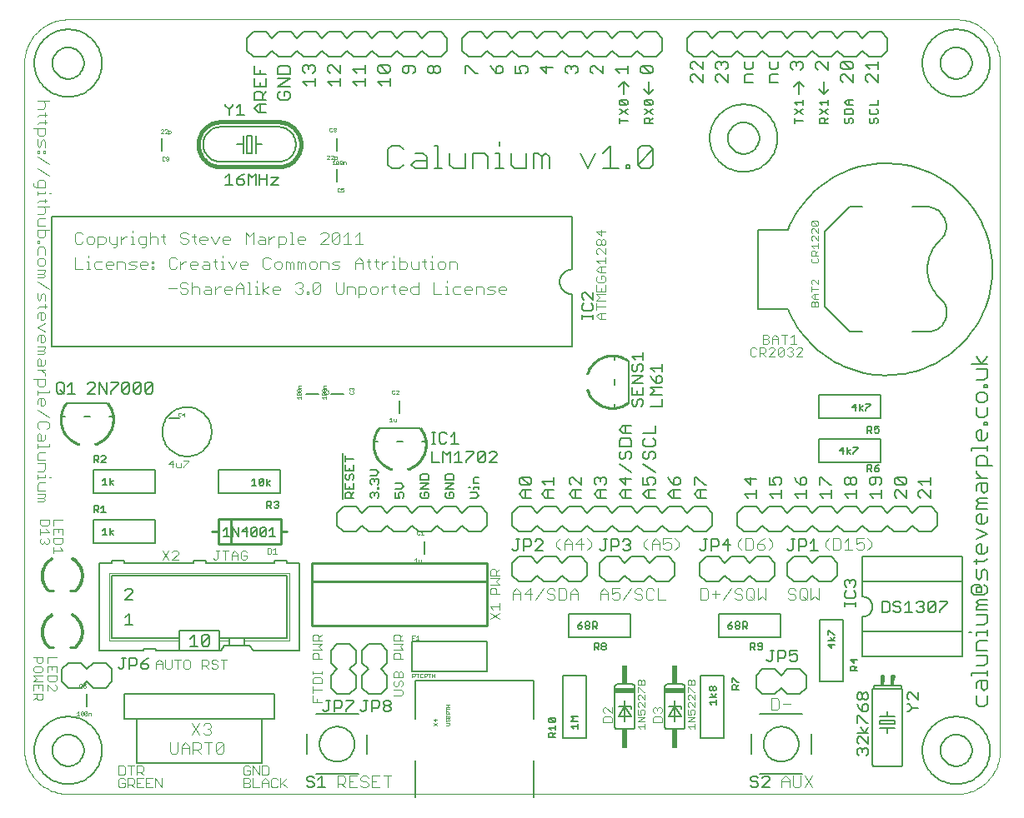
<source format=gto>
G75*
G70*
%OFA0B0*%
%FSLAX24Y24*%
%IPPOS*%
%LPD*%
%AMOC8*
5,1,8,0,0,1.08239X$1,22.5*
%
%ADD10C,0.0040*%
%ADD11C,0.0030*%
%ADD12C,0.0000*%
%ADD13C,0.0080*%
%ADD14C,0.0050*%
%ADD15C,0.0060*%
%ADD16C,0.0160*%
%ADD17C,0.0010*%
%ADD18C,0.0100*%
%ADD19R,0.0160X0.0230*%
%ADD20C,0.0020*%
%ADD21R,0.0800X0.0200*%
%ADD22R,0.0200X0.0750*%
D10*
X001559Y005591D02*
X001679Y005711D01*
X001679Y005651D02*
X001679Y005831D01*
X001559Y005831D02*
X001920Y005831D01*
X001920Y005651D01*
X001860Y005591D01*
X001739Y005591D01*
X001679Y005651D01*
X001559Y005959D02*
X001559Y006199D01*
X001920Y006199D01*
X001920Y005959D01*
X002109Y005959D02*
X002109Y006199D01*
X002349Y005959D01*
X002410Y005959D01*
X002470Y006019D01*
X002470Y006139D01*
X002410Y006199D01*
X002410Y006327D02*
X002470Y006388D01*
X002470Y006568D01*
X002109Y006568D01*
X002109Y006388D01*
X002169Y006327D01*
X002410Y006327D01*
X002470Y006696D02*
X002470Y006936D01*
X002109Y006936D01*
X002109Y006696D01*
X001920Y006756D02*
X001920Y006876D01*
X001860Y006936D01*
X001619Y006936D01*
X001559Y006876D01*
X001559Y006756D01*
X001619Y006696D01*
X001860Y006696D01*
X001920Y006756D01*
X001920Y006568D02*
X001559Y006568D01*
X001679Y006448D01*
X001559Y006327D01*
X001920Y006327D01*
X001739Y006199D02*
X001739Y006079D01*
X002289Y006816D02*
X002289Y006936D01*
X002109Y007064D02*
X002109Y007304D01*
X002470Y007304D01*
X001920Y007304D02*
X001920Y007124D01*
X001860Y007064D01*
X001739Y007064D01*
X001679Y007124D01*
X001679Y007304D01*
X001559Y007304D02*
X001920Y007304D01*
X002359Y011459D02*
X002359Y011699D01*
X002359Y011579D02*
X002720Y011579D01*
X002599Y011699D01*
X002660Y011827D02*
X002720Y011888D01*
X002720Y012068D01*
X002359Y012068D01*
X002359Y011888D01*
X002419Y011827D01*
X002660Y011827D01*
X002720Y012196D02*
X002720Y012436D01*
X002359Y012436D01*
X002359Y012196D01*
X002539Y012316D02*
X002539Y012436D01*
X002359Y012564D02*
X002359Y012804D01*
X002720Y012804D01*
X002170Y012804D02*
X002170Y012624D01*
X002110Y012564D01*
X001869Y012564D01*
X001809Y012624D01*
X001809Y012804D01*
X002170Y012804D01*
X002049Y012436D02*
X002170Y012316D01*
X001809Y012316D01*
X001809Y012436D02*
X001809Y012196D01*
X001869Y012068D02*
X001809Y012008D01*
X001809Y011888D01*
X001869Y011827D01*
X001929Y011827D01*
X001989Y011888D01*
X001989Y011948D01*
X001989Y011888D02*
X002049Y011827D01*
X002110Y011827D01*
X002170Y011888D01*
X002170Y012008D01*
X002110Y012068D01*
X001939Y013519D02*
X001709Y013519D01*
X001709Y013672D02*
X001939Y013672D01*
X002016Y013595D01*
X001939Y013519D01*
X001939Y013672D02*
X002016Y013749D01*
X002016Y013826D01*
X001709Y013826D01*
X001709Y013979D02*
X002016Y013979D01*
X001709Y013979D02*
X001709Y014209D01*
X001786Y014286D01*
X002016Y014286D01*
X002016Y014516D02*
X001709Y014516D01*
X001709Y014593D02*
X001709Y014439D01*
X001709Y014746D02*
X001939Y014746D01*
X002016Y014823D01*
X002016Y015053D01*
X001709Y015053D01*
X001709Y015207D02*
X002016Y015207D01*
X002016Y015514D02*
X001786Y015514D01*
X001709Y015437D01*
X001709Y015207D01*
X001709Y015667D02*
X001709Y015820D01*
X001709Y015744D02*
X002170Y015744D01*
X002170Y015820D01*
X002016Y016051D02*
X001939Y015974D01*
X001709Y015974D01*
X001709Y016204D01*
X001786Y016281D01*
X001863Y016204D01*
X001863Y015974D01*
X002016Y016051D02*
X002016Y016204D01*
X002093Y016434D02*
X002170Y016511D01*
X002170Y016664D01*
X002093Y016741D01*
X001786Y016741D01*
X001709Y016664D01*
X001709Y016511D01*
X001786Y016434D01*
X002170Y016895D02*
X001709Y017202D01*
X001863Y017355D02*
X001863Y017662D01*
X001939Y017662D02*
X002016Y017585D01*
X002016Y017432D01*
X001939Y017355D01*
X001863Y017355D01*
X001709Y017432D02*
X001709Y017585D01*
X001786Y017662D01*
X001939Y017662D01*
X001709Y017815D02*
X001709Y017969D01*
X001709Y017892D02*
X002170Y017892D01*
X002170Y017969D01*
X002016Y018199D02*
X001939Y018122D01*
X001786Y018122D01*
X001709Y018199D01*
X001709Y018429D01*
X001556Y018429D02*
X002016Y018429D01*
X002016Y018199D01*
X002016Y018583D02*
X002016Y018659D01*
X001863Y018813D01*
X002016Y018813D02*
X001709Y018813D01*
X001709Y018966D02*
X001709Y019196D01*
X001786Y019273D01*
X001863Y019196D01*
X001863Y018966D01*
X001939Y018966D02*
X001709Y018966D01*
X001939Y018966D02*
X002016Y019043D01*
X002016Y019196D01*
X001939Y019427D02*
X001709Y019427D01*
X001709Y019580D02*
X001939Y019580D01*
X002016Y019503D01*
X001939Y019427D01*
X001939Y019580D02*
X002016Y019657D01*
X002016Y019733D01*
X001709Y019733D01*
X001863Y019887D02*
X001863Y020194D01*
X001939Y020194D02*
X002016Y020117D01*
X002016Y019964D01*
X001939Y019887D01*
X001863Y019887D01*
X001709Y019964D02*
X001709Y020117D01*
X001786Y020194D01*
X001939Y020194D01*
X002016Y020347D02*
X001709Y020501D01*
X002016Y020654D01*
X001939Y020808D02*
X001863Y020808D01*
X001863Y021115D01*
X001939Y021115D02*
X002016Y021038D01*
X002016Y020884D01*
X001939Y020808D01*
X001709Y020884D02*
X001709Y021038D01*
X001786Y021115D01*
X001939Y021115D01*
X002016Y021268D02*
X002016Y021421D01*
X002093Y021345D02*
X001786Y021345D01*
X001709Y021268D01*
X001786Y021575D02*
X001863Y021652D01*
X001863Y021805D01*
X001939Y021882D01*
X002016Y021805D01*
X002016Y021575D01*
X001786Y021575D02*
X001709Y021652D01*
X001709Y021882D01*
X001709Y022342D02*
X002170Y022035D01*
X001939Y022496D02*
X001709Y022496D01*
X001709Y022649D02*
X001939Y022649D01*
X002016Y022572D01*
X001939Y022496D01*
X001939Y022649D02*
X002016Y022726D01*
X002016Y022802D01*
X001709Y022802D01*
X001786Y022956D02*
X001939Y022956D01*
X002016Y023033D01*
X002016Y023186D01*
X001939Y023263D01*
X001786Y023263D01*
X001709Y023186D01*
X001709Y023033D01*
X001786Y022956D01*
X001709Y023416D02*
X001709Y023646D01*
X001786Y023723D01*
X001939Y023723D01*
X002016Y023646D01*
X002016Y023416D01*
X001786Y023877D02*
X001709Y023877D01*
X001709Y023953D01*
X001786Y023953D01*
X001786Y023877D01*
X001786Y024107D02*
X001939Y024107D01*
X002016Y024184D01*
X002016Y024414D01*
X002016Y024567D02*
X001709Y024567D01*
X001709Y024797D01*
X001786Y024874D01*
X002016Y024874D01*
X001939Y025028D02*
X001709Y025028D01*
X001939Y025028D02*
X002016Y025104D01*
X002016Y025258D01*
X001939Y025334D01*
X002016Y025488D02*
X002016Y025641D01*
X002093Y025565D02*
X001786Y025565D01*
X001709Y025488D01*
X001709Y025334D02*
X002170Y025334D01*
X001709Y025795D02*
X001709Y025948D01*
X001709Y025871D02*
X002016Y025871D01*
X002016Y025948D01*
X002016Y026102D02*
X002016Y026332D01*
X001939Y026409D01*
X001786Y026409D01*
X001709Y026332D01*
X001709Y026102D01*
X001633Y026102D02*
X002016Y026102D01*
X002170Y025871D02*
X002246Y025871D01*
X001633Y026102D02*
X001556Y026178D01*
X001556Y026255D01*
X001709Y026869D02*
X002170Y026562D01*
X002170Y027022D02*
X001709Y027329D01*
X001709Y027483D02*
X001709Y027559D01*
X001786Y027559D01*
X001786Y027483D01*
X001709Y027483D01*
X001939Y027483D02*
X001939Y027559D01*
X002016Y027559D01*
X002016Y027483D01*
X001939Y027483D01*
X002016Y027713D02*
X002016Y027943D01*
X001939Y028020D01*
X001863Y027943D01*
X001863Y027790D01*
X001786Y027713D01*
X001709Y027790D01*
X001709Y028020D01*
X001786Y028173D02*
X001709Y028250D01*
X001709Y028480D01*
X001556Y028480D02*
X002016Y028480D01*
X002016Y028250D01*
X001939Y028173D01*
X001786Y028173D01*
X001709Y028634D02*
X001786Y028710D01*
X002093Y028710D01*
X002016Y028787D02*
X002016Y028634D01*
X002016Y028940D02*
X002016Y029094D01*
X002093Y029017D02*
X001786Y029017D01*
X001709Y028940D01*
X001709Y029247D02*
X001939Y029247D01*
X002016Y029324D01*
X002016Y029478D01*
X001939Y029554D01*
X001709Y029554D02*
X002170Y029554D01*
X002170Y024414D02*
X001709Y024414D01*
X001709Y024184D01*
X001786Y024107D01*
X003209Y024228D02*
X003209Y023921D01*
X003286Y023844D01*
X003439Y023844D01*
X003516Y023921D01*
X003670Y023921D02*
X003746Y023844D01*
X003900Y023844D01*
X003977Y023921D01*
X003977Y024074D01*
X003900Y024151D01*
X003746Y024151D01*
X003670Y024074D01*
X003670Y023921D01*
X003516Y024228D02*
X003439Y024305D01*
X003286Y024305D01*
X003209Y024228D01*
X004130Y024151D02*
X004130Y023691D01*
X004130Y023844D02*
X004360Y023844D01*
X004437Y023921D01*
X004437Y024074D01*
X004360Y024151D01*
X004130Y024151D01*
X004590Y024151D02*
X004590Y023921D01*
X004667Y023844D01*
X004897Y023844D01*
X004897Y023768D02*
X004821Y023691D01*
X004744Y023691D01*
X004897Y023768D02*
X004897Y024151D01*
X005051Y024151D02*
X005051Y023844D01*
X005051Y023998D02*
X005204Y024151D01*
X005281Y024151D01*
X005434Y024151D02*
X005511Y024151D01*
X005511Y023844D01*
X005434Y023844D02*
X005588Y023844D01*
X005741Y023921D02*
X005818Y023844D01*
X006048Y023844D01*
X006048Y023768D02*
X006048Y024151D01*
X005818Y024151D01*
X005741Y024074D01*
X005741Y023921D01*
X005895Y023691D02*
X005971Y023691D01*
X006048Y023768D01*
X006202Y023844D02*
X006202Y024305D01*
X006278Y024151D02*
X006202Y024074D01*
X006278Y024151D02*
X006432Y024151D01*
X006508Y024074D01*
X006508Y023844D01*
X006739Y023921D02*
X006739Y024228D01*
X006662Y024151D02*
X006815Y024151D01*
X006739Y023921D02*
X006815Y023844D01*
X007429Y023921D02*
X007506Y023844D01*
X007659Y023844D01*
X007736Y023921D01*
X007736Y023998D01*
X007659Y024074D01*
X007506Y024074D01*
X007429Y024151D01*
X007429Y024228D01*
X007506Y024305D01*
X007659Y024305D01*
X007736Y024228D01*
X007890Y024151D02*
X008043Y024151D01*
X007966Y024228D02*
X007966Y023921D01*
X008043Y023844D01*
X008196Y023921D02*
X008196Y024074D01*
X008273Y024151D01*
X008427Y024151D01*
X008503Y024074D01*
X008503Y023998D01*
X008196Y023998D01*
X008196Y023921D02*
X008273Y023844D01*
X008427Y023844D01*
X008657Y024151D02*
X008810Y023844D01*
X008964Y024151D01*
X009117Y024074D02*
X009194Y024151D01*
X009347Y024151D01*
X009424Y024074D01*
X009424Y023998D01*
X009117Y023998D01*
X009117Y024074D02*
X009117Y023921D01*
X009194Y023844D01*
X009347Y023844D01*
X009117Y023381D02*
X009117Y023305D01*
X009117Y023151D02*
X009117Y022844D01*
X009040Y022844D02*
X009194Y022844D01*
X009501Y022844D02*
X009654Y023151D01*
X009808Y023074D02*
X009884Y023151D01*
X010038Y023151D01*
X010115Y023074D01*
X010115Y022998D01*
X009808Y022998D01*
X009808Y023074D02*
X009808Y022921D01*
X009884Y022844D01*
X010038Y022844D01*
X010728Y022921D02*
X010728Y023228D01*
X010805Y023305D01*
X010959Y023305D01*
X011035Y023228D01*
X011189Y023074D02*
X011189Y022921D01*
X011265Y022844D01*
X011419Y022844D01*
X011496Y022921D01*
X011496Y023074D01*
X011419Y023151D01*
X011265Y023151D01*
X011189Y023074D01*
X011035Y022921D02*
X010959Y022844D01*
X010805Y022844D01*
X010728Y022921D01*
X010489Y022381D02*
X010489Y022305D01*
X010489Y022151D02*
X010489Y021844D01*
X010565Y021844D02*
X010412Y021844D01*
X010258Y021844D02*
X010105Y021844D01*
X010182Y021844D02*
X010182Y022305D01*
X010105Y022305D01*
X009952Y022151D02*
X009952Y021844D01*
X009952Y022074D02*
X009645Y022074D01*
X009645Y022151D02*
X009645Y021844D01*
X009491Y021998D02*
X009184Y021998D01*
X009184Y022074D02*
X009261Y022151D01*
X009414Y022151D01*
X009491Y022074D01*
X009491Y021998D01*
X009414Y021844D02*
X009261Y021844D01*
X009184Y021921D01*
X009184Y022074D01*
X009031Y022151D02*
X008954Y022151D01*
X008801Y021998D01*
X008801Y022151D02*
X008801Y021844D01*
X008647Y021844D02*
X008417Y021844D01*
X008340Y021921D01*
X008417Y021998D01*
X008647Y021998D01*
X008647Y022074D02*
X008647Y021844D01*
X008647Y022074D02*
X008571Y022151D01*
X008417Y022151D01*
X008187Y022074D02*
X008187Y021844D01*
X008187Y022074D02*
X008110Y022151D01*
X007957Y022151D01*
X007880Y022074D01*
X007727Y021998D02*
X007727Y021921D01*
X007650Y021844D01*
X007496Y021844D01*
X007420Y021921D01*
X007496Y022074D02*
X007420Y022151D01*
X007420Y022228D01*
X007496Y022305D01*
X007650Y022305D01*
X007727Y022228D01*
X007880Y022305D02*
X007880Y021844D01*
X007727Y021998D02*
X007650Y022074D01*
X007496Y022074D01*
X007266Y022074D02*
X006959Y022074D01*
X007046Y022844D02*
X006969Y022921D01*
X006969Y023228D01*
X007046Y023305D01*
X007199Y023305D01*
X007276Y023228D01*
X007429Y023151D02*
X007429Y022844D01*
X007429Y022998D02*
X007583Y023151D01*
X007659Y023151D01*
X007813Y023074D02*
X007889Y023151D01*
X008043Y023151D01*
X008120Y023074D01*
X008120Y022998D01*
X007813Y022998D01*
X007813Y023074D02*
X007813Y022921D01*
X007889Y022844D01*
X008043Y022844D01*
X008273Y022921D02*
X008350Y022998D01*
X008580Y022998D01*
X008580Y023074D02*
X008580Y022844D01*
X008350Y022844D01*
X008273Y022921D01*
X008350Y023151D02*
X008503Y023151D01*
X008580Y023074D01*
X008734Y023151D02*
X008887Y023151D01*
X008810Y023228D02*
X008810Y022921D01*
X008887Y022844D01*
X009040Y023151D02*
X009117Y023151D01*
X009347Y023151D02*
X009501Y022844D01*
X009798Y022305D02*
X009952Y022151D01*
X009798Y022305D02*
X009645Y022151D01*
X010412Y022151D02*
X010489Y022151D01*
X010719Y021998D02*
X010949Y022151D01*
X011102Y022074D02*
X011179Y022151D01*
X011333Y022151D01*
X011409Y022074D01*
X011409Y021998D01*
X011102Y021998D01*
X011102Y022074D02*
X011102Y021921D01*
X011179Y021844D01*
X011333Y021844D01*
X010949Y021844D02*
X010719Y021998D01*
X010719Y021844D02*
X010719Y022305D01*
X011649Y022844D02*
X011649Y023151D01*
X011726Y023151D01*
X011802Y023074D01*
X011879Y023151D01*
X011956Y023074D01*
X011956Y022844D01*
X012109Y022844D02*
X012109Y023151D01*
X012186Y023151D01*
X012263Y023074D01*
X012340Y023151D01*
X012416Y023074D01*
X012416Y022844D01*
X012263Y022844D02*
X012263Y023074D01*
X012570Y023074D02*
X012646Y023151D01*
X012800Y023151D01*
X012877Y023074D01*
X012877Y022921D01*
X012800Y022844D01*
X012646Y022844D01*
X012570Y022921D01*
X012570Y023074D01*
X013030Y023151D02*
X013260Y023151D01*
X013337Y023074D01*
X013337Y022844D01*
X013490Y022844D02*
X013721Y022844D01*
X013797Y022921D01*
X013721Y022998D01*
X013567Y022998D01*
X013490Y023074D01*
X013567Y023151D01*
X013797Y023151D01*
X014411Y023151D02*
X014411Y022844D01*
X014411Y023074D02*
X014718Y023074D01*
X014718Y023151D02*
X014718Y022844D01*
X014948Y022921D02*
X014948Y023228D01*
X014872Y023151D02*
X015025Y023151D01*
X015178Y023151D02*
X015332Y023151D01*
X015255Y023228D02*
X015255Y022921D01*
X015332Y022844D01*
X015485Y022844D02*
X015485Y023151D01*
X015485Y022998D02*
X015639Y023151D01*
X015715Y023151D01*
X015869Y023151D02*
X015946Y023151D01*
X015946Y022844D01*
X016022Y022844D02*
X015869Y022844D01*
X016176Y022844D02*
X016176Y023305D01*
X016176Y023151D02*
X016406Y023151D01*
X016483Y023074D01*
X016483Y022921D01*
X016406Y022844D01*
X016176Y022844D01*
X016636Y022921D02*
X016636Y023151D01*
X016636Y022921D02*
X016713Y022844D01*
X016943Y022844D01*
X016943Y023151D01*
X017097Y023151D02*
X017250Y023151D01*
X017173Y023228D02*
X017173Y022921D01*
X017250Y022844D01*
X017403Y022844D02*
X017557Y022844D01*
X017480Y022844D02*
X017480Y023151D01*
X017403Y023151D01*
X017480Y023305D02*
X017480Y023381D01*
X017787Y023151D02*
X017710Y023074D01*
X017710Y022921D01*
X017787Y022844D01*
X017940Y022844D01*
X018017Y022921D01*
X018017Y023074D01*
X017940Y023151D01*
X017787Y023151D01*
X018171Y023151D02*
X018171Y022844D01*
X018478Y022844D02*
X018478Y023074D01*
X018401Y023151D01*
X018171Y023151D01*
X018084Y022381D02*
X018084Y022305D01*
X018084Y022151D02*
X018084Y021844D01*
X018008Y021844D02*
X018161Y021844D01*
X018315Y021921D02*
X018391Y021844D01*
X018621Y021844D01*
X018775Y021921D02*
X018775Y022074D01*
X018852Y022151D01*
X019005Y022151D01*
X019082Y022074D01*
X019082Y021998D01*
X018775Y021998D01*
X018775Y021921D02*
X018852Y021844D01*
X019005Y021844D01*
X019235Y021844D02*
X019235Y022151D01*
X019465Y022151D01*
X019542Y022074D01*
X019542Y021844D01*
X019696Y021844D02*
X019926Y021844D01*
X020003Y021921D01*
X019926Y021998D01*
X019772Y021998D01*
X019696Y022074D01*
X019772Y022151D01*
X020003Y022151D01*
X020156Y022074D02*
X020233Y022151D01*
X020386Y022151D01*
X020463Y022074D01*
X020463Y021998D01*
X020156Y021998D01*
X020156Y022074D02*
X020156Y021921D01*
X020233Y021844D01*
X020386Y021844D01*
X018621Y022151D02*
X018391Y022151D01*
X018315Y022074D01*
X018315Y021921D01*
X018084Y022151D02*
X018008Y022151D01*
X017854Y021844D02*
X017547Y021844D01*
X017547Y022305D01*
X016934Y022305D02*
X016934Y021844D01*
X016703Y021844D01*
X016627Y021921D01*
X016627Y022074D01*
X016703Y022151D01*
X016934Y022151D01*
X016473Y022074D02*
X016473Y021998D01*
X016166Y021998D01*
X016166Y022074D02*
X016243Y022151D01*
X016396Y022151D01*
X016473Y022074D01*
X016396Y021844D02*
X016243Y021844D01*
X016166Y021921D01*
X016166Y022074D01*
X016013Y022151D02*
X015859Y022151D01*
X015936Y022228D02*
X015936Y021921D01*
X016013Y021844D01*
X015706Y022151D02*
X015629Y022151D01*
X015476Y021998D01*
X015476Y022151D02*
X015476Y021844D01*
X015322Y021921D02*
X015322Y022074D01*
X015246Y022151D01*
X015092Y022151D01*
X015015Y022074D01*
X015015Y021921D01*
X015092Y021844D01*
X015246Y021844D01*
X015322Y021921D01*
X014862Y021921D02*
X014785Y021844D01*
X014555Y021844D01*
X014555Y021691D02*
X014555Y022151D01*
X014785Y022151D01*
X014862Y022074D01*
X014862Y021921D01*
X014402Y021844D02*
X014402Y022074D01*
X014325Y022151D01*
X014095Y022151D01*
X014095Y021844D01*
X013941Y021921D02*
X013941Y022305D01*
X013634Y022305D02*
X013634Y021921D01*
X013711Y021844D01*
X013865Y021844D01*
X013941Y021921D01*
X013021Y021921D02*
X012944Y021844D01*
X012790Y021844D01*
X012714Y021921D01*
X013021Y022228D01*
X013021Y021921D01*
X013021Y022228D02*
X012944Y022305D01*
X012790Y022305D01*
X012714Y022228D01*
X012714Y021921D01*
X012560Y021921D02*
X012560Y021844D01*
X012484Y021844D01*
X012484Y021921D01*
X012560Y021921D01*
X012330Y021921D02*
X012253Y021844D01*
X012100Y021844D01*
X012023Y021921D01*
X012177Y022074D02*
X012253Y022074D01*
X012330Y021998D01*
X012330Y021921D01*
X012253Y022074D02*
X012330Y022151D01*
X012330Y022228D01*
X012253Y022305D01*
X012100Y022305D01*
X012023Y022228D01*
X011802Y022844D02*
X011802Y023074D01*
X011342Y023691D02*
X011342Y024151D01*
X011572Y024151D01*
X011649Y024074D01*
X011649Y023921D01*
X011572Y023844D01*
X011342Y023844D01*
X011189Y024151D02*
X011112Y024151D01*
X010959Y023998D01*
X010959Y024151D02*
X010959Y023844D01*
X010805Y023844D02*
X010575Y023844D01*
X010498Y023921D01*
X010575Y023998D01*
X010805Y023998D01*
X010805Y024074D02*
X010805Y023844D01*
X010805Y024074D02*
X010728Y024151D01*
X010575Y024151D01*
X010345Y024305D02*
X010345Y023844D01*
X010038Y023844D02*
X010038Y024305D01*
X010191Y024151D01*
X010345Y024305D01*
X011803Y024305D02*
X011879Y024305D01*
X011879Y023844D01*
X011803Y023844D02*
X011956Y023844D01*
X012109Y023921D02*
X012109Y024074D01*
X012186Y024151D01*
X012340Y024151D01*
X012416Y024074D01*
X012416Y023998D01*
X012109Y023998D01*
X012109Y023921D02*
X012186Y023844D01*
X012340Y023844D01*
X013030Y023844D02*
X013337Y024151D01*
X013337Y024228D01*
X013260Y024305D01*
X013107Y024305D01*
X013030Y024228D01*
X013030Y023844D02*
X013337Y023844D01*
X013490Y023921D02*
X013797Y024228D01*
X013797Y023921D01*
X013721Y023844D01*
X013567Y023844D01*
X013490Y023921D01*
X013490Y024228D01*
X013567Y024305D01*
X013721Y024305D01*
X013797Y024228D01*
X013951Y024151D02*
X014104Y024305D01*
X014104Y023844D01*
X013951Y023844D02*
X014258Y023844D01*
X014411Y023844D02*
X014718Y023844D01*
X014565Y023844D02*
X014565Y024305D01*
X014411Y024151D01*
X014565Y023305D02*
X014411Y023151D01*
X014565Y023305D02*
X014718Y023151D01*
X014948Y022921D02*
X015025Y022844D01*
X015946Y023305D02*
X015946Y023381D01*
X013030Y023151D02*
X013030Y022844D01*
X007276Y022921D02*
X007199Y022844D01*
X007046Y022844D01*
X006355Y022844D02*
X006278Y022844D01*
X006278Y022921D01*
X006355Y022921D01*
X006355Y022844D01*
X006355Y023074D02*
X006278Y023074D01*
X006278Y023151D01*
X006355Y023151D01*
X006355Y023074D01*
X006125Y023074D02*
X006048Y023151D01*
X005895Y023151D01*
X005818Y023074D01*
X005818Y022921D01*
X005895Y022844D01*
X006048Y022844D01*
X006125Y022998D02*
X005818Y022998D01*
X005664Y022921D02*
X005588Y022998D01*
X005434Y022998D01*
X005358Y023074D01*
X005434Y023151D01*
X005664Y023151D01*
X005664Y022921D02*
X005588Y022844D01*
X005358Y022844D01*
X005204Y022844D02*
X005204Y023074D01*
X005127Y023151D01*
X004897Y023151D01*
X004897Y022844D01*
X004744Y022998D02*
X004437Y022998D01*
X004437Y023074D02*
X004514Y023151D01*
X004667Y023151D01*
X004744Y023074D01*
X004744Y022998D01*
X004667Y022844D02*
X004514Y022844D01*
X004437Y022921D01*
X004437Y023074D01*
X004283Y023151D02*
X004053Y023151D01*
X003977Y023074D01*
X003977Y022921D01*
X004053Y022844D01*
X004283Y022844D01*
X003823Y022844D02*
X003670Y022844D01*
X003746Y022844D02*
X003746Y023151D01*
X003670Y023151D01*
X003746Y023305D02*
X003746Y023381D01*
X003516Y022844D02*
X003209Y022844D01*
X003209Y023305D01*
X005511Y024305D02*
X005511Y024381D01*
X006125Y023074D02*
X006125Y022998D01*
X002246Y014516D02*
X002170Y014516D01*
X002016Y014516D02*
X002016Y014593D01*
X006723Y011555D02*
X006963Y011194D01*
X007091Y011194D02*
X007331Y011434D01*
X007331Y011494D01*
X007271Y011555D01*
X007151Y011555D01*
X007091Y011494D01*
X006963Y011555D02*
X006723Y011194D01*
X007091Y011194D02*
X007331Y011194D01*
X008736Y011254D02*
X008796Y011194D01*
X008856Y011194D01*
X008916Y011254D01*
X008916Y011555D01*
X008856Y011555D02*
X008976Y011555D01*
X009104Y011555D02*
X009345Y011555D01*
X009224Y011555D02*
X009224Y011194D01*
X009473Y011194D02*
X009473Y011434D01*
X009593Y011555D01*
X009713Y011434D01*
X009713Y011194D01*
X009841Y011254D02*
X009901Y011194D01*
X010021Y011194D01*
X010081Y011254D01*
X010081Y011374D01*
X009961Y011374D01*
X009841Y011494D02*
X009841Y011254D01*
X009713Y011374D02*
X009473Y011374D01*
X009841Y011494D02*
X009901Y011555D01*
X010021Y011555D01*
X010081Y011494D01*
X008579Y004655D02*
X008656Y004578D01*
X008656Y004501D01*
X008579Y004424D01*
X008656Y004348D01*
X008656Y004271D01*
X008579Y004194D01*
X008426Y004194D01*
X008349Y004271D01*
X008195Y004194D02*
X007889Y004655D01*
X008195Y004655D02*
X007889Y004194D01*
X007928Y003905D02*
X008158Y003905D01*
X008235Y003828D01*
X008235Y003674D01*
X008158Y003598D01*
X007928Y003598D01*
X008081Y003598D02*
X008235Y003444D01*
X008542Y003444D02*
X008542Y003905D01*
X008695Y003905D02*
X008388Y003905D01*
X007928Y003905D02*
X007928Y003444D01*
X007775Y003444D02*
X007775Y003751D01*
X007621Y003905D01*
X007468Y003751D01*
X007468Y003444D01*
X007314Y003521D02*
X007314Y003905D01*
X007468Y003674D02*
X007775Y003674D01*
X007314Y003521D02*
X007238Y003444D01*
X007084Y003444D01*
X007007Y003521D01*
X007007Y003905D01*
X008349Y004578D02*
X008426Y004655D01*
X008579Y004655D01*
X008579Y004424D02*
X008502Y004424D01*
X008925Y003905D02*
X009079Y003905D01*
X009156Y003828D01*
X008849Y003521D01*
X008925Y003444D01*
X009079Y003444D01*
X009156Y003521D01*
X009156Y003828D01*
X008925Y003905D02*
X008849Y003828D01*
X008849Y003521D01*
X013709Y002555D02*
X013709Y002094D01*
X013709Y002248D02*
X013939Y002248D01*
X014016Y002324D01*
X014016Y002478D01*
X013939Y002555D01*
X013709Y002555D01*
X013863Y002248D02*
X014016Y002094D01*
X014170Y002094D02*
X014170Y002555D01*
X014477Y002555D01*
X014630Y002478D02*
X014630Y002401D01*
X014707Y002324D01*
X014860Y002324D01*
X014937Y002248D01*
X014937Y002171D01*
X014860Y002094D01*
X014707Y002094D01*
X014630Y002171D01*
X014477Y002094D02*
X014170Y002094D01*
X014170Y002324D02*
X014323Y002324D01*
X014630Y002478D02*
X014707Y002555D01*
X014860Y002555D01*
X014937Y002478D01*
X015090Y002555D02*
X015090Y002094D01*
X015397Y002094D01*
X015244Y002324D02*
X015090Y002324D01*
X015090Y002555D02*
X015397Y002555D01*
X015551Y002555D02*
X015858Y002555D01*
X015704Y002555D02*
X015704Y002094D01*
X019809Y008844D02*
X020169Y009084D01*
X020169Y009213D02*
X020169Y009453D01*
X020169Y009333D02*
X019809Y009333D01*
X019929Y009213D01*
X019809Y009084D02*
X020169Y008844D01*
X020709Y009594D02*
X020709Y009901D01*
X020863Y010055D01*
X021016Y009901D01*
X021016Y009594D01*
X021016Y009824D02*
X020709Y009824D01*
X021170Y009824D02*
X021400Y010055D01*
X021400Y009594D01*
X021630Y009594D02*
X021937Y010055D01*
X022090Y009978D02*
X022090Y009901D01*
X022167Y009824D01*
X022321Y009824D01*
X022397Y009748D01*
X022397Y009671D01*
X022321Y009594D01*
X022167Y009594D01*
X022090Y009671D01*
X022090Y009978D02*
X022167Y010055D01*
X022321Y010055D01*
X022397Y009978D01*
X022551Y010055D02*
X022781Y010055D01*
X022858Y009978D01*
X022858Y009671D01*
X022781Y009594D01*
X022551Y009594D01*
X022551Y010055D01*
X023011Y009901D02*
X023011Y009594D01*
X023011Y009824D02*
X023318Y009824D01*
X023318Y009901D02*
X023318Y009594D01*
X023318Y009901D02*
X023164Y010055D01*
X023011Y009901D01*
X024209Y009901D02*
X024209Y009594D01*
X024209Y009824D02*
X024516Y009824D01*
X024516Y009901D02*
X024516Y009594D01*
X024670Y009671D02*
X024746Y009594D01*
X024900Y009594D01*
X024977Y009671D01*
X024977Y009824D01*
X024900Y009901D01*
X024823Y009901D01*
X024670Y009824D01*
X024670Y010055D01*
X024977Y010055D01*
X025437Y010055D02*
X025130Y009594D01*
X025590Y009671D02*
X025667Y009594D01*
X025821Y009594D01*
X025897Y009671D01*
X025897Y009748D01*
X025821Y009824D01*
X025667Y009824D01*
X025590Y009901D01*
X025590Y009978D01*
X025667Y010055D01*
X025821Y010055D01*
X025897Y009978D01*
X026051Y009978D02*
X026051Y009671D01*
X026127Y009594D01*
X026281Y009594D01*
X026358Y009671D01*
X026511Y009594D02*
X026511Y010055D01*
X026358Y009978D02*
X026281Y010055D01*
X026127Y010055D01*
X026051Y009978D01*
X026511Y009594D02*
X026818Y009594D01*
X028209Y009594D02*
X028439Y009594D01*
X028516Y009671D01*
X028516Y009978D01*
X028439Y010055D01*
X028209Y010055D01*
X028209Y009594D01*
X028670Y009824D02*
X028977Y009824D01*
X028823Y009978D02*
X028823Y009671D01*
X029130Y009594D02*
X029437Y010055D01*
X029590Y009978D02*
X029590Y009901D01*
X029667Y009824D01*
X029821Y009824D01*
X029897Y009748D01*
X029897Y009671D01*
X029821Y009594D01*
X029667Y009594D01*
X029590Y009671D01*
X029590Y009978D02*
X029667Y010055D01*
X029821Y010055D01*
X029897Y009978D01*
X030051Y009978D02*
X030127Y010055D01*
X030281Y010055D01*
X030358Y009978D01*
X030358Y009671D01*
X030281Y009594D01*
X030127Y009594D01*
X030051Y009671D01*
X030051Y009978D01*
X030204Y009748D02*
X030358Y009594D01*
X030511Y009594D02*
X030664Y009748D01*
X030818Y009594D01*
X030818Y010055D01*
X030511Y010055D02*
X030511Y009594D01*
X031709Y009671D02*
X031786Y009594D01*
X031939Y009594D01*
X032016Y009671D01*
X032016Y009748D01*
X031939Y009824D01*
X031786Y009824D01*
X031709Y009901D01*
X031709Y009978D01*
X031786Y010055D01*
X031939Y010055D01*
X032016Y009978D01*
X032170Y009978D02*
X032246Y010055D01*
X032400Y010055D01*
X032477Y009978D01*
X032477Y009671D01*
X032400Y009594D01*
X032246Y009594D01*
X032170Y009671D01*
X032170Y009978D01*
X032323Y009748D02*
X032477Y009594D01*
X032630Y009594D02*
X032783Y009748D01*
X032937Y009594D01*
X032937Y010055D01*
X032630Y010055D02*
X032630Y009594D01*
X033363Y011594D02*
X033209Y011748D01*
X033209Y011901D01*
X033363Y012055D01*
X033516Y012055D02*
X033516Y011594D01*
X033746Y011594D01*
X033823Y011671D01*
X033823Y011978D01*
X033746Y012055D01*
X033516Y012055D01*
X033977Y011901D02*
X034130Y012055D01*
X034130Y011594D01*
X033977Y011594D02*
X034283Y011594D01*
X034437Y011671D02*
X034514Y011594D01*
X034667Y011594D01*
X034744Y011671D01*
X034744Y011824D01*
X034667Y011901D01*
X034590Y011901D01*
X034437Y011824D01*
X034437Y012055D01*
X034744Y012055D01*
X034897Y012055D02*
X035051Y011901D01*
X035051Y011748D01*
X034897Y011594D01*
X031090Y011748D02*
X031090Y011901D01*
X030937Y012055D01*
X030783Y012055D02*
X030630Y011978D01*
X030477Y011824D01*
X030707Y011824D01*
X030783Y011748D01*
X030783Y011671D01*
X030707Y011594D01*
X030553Y011594D01*
X030477Y011671D01*
X030477Y011824D01*
X030323Y011671D02*
X030323Y011978D01*
X030246Y012055D01*
X030016Y012055D01*
X030016Y011594D01*
X030246Y011594D01*
X030323Y011671D01*
X029863Y011594D02*
X029709Y011748D01*
X029709Y011901D01*
X029863Y012055D01*
X030937Y011594D02*
X031090Y011748D01*
X027340Y011748D02*
X027340Y011901D01*
X027187Y012055D01*
X027033Y012055D02*
X026727Y012055D01*
X026727Y011824D01*
X026880Y011901D01*
X026957Y011901D01*
X027033Y011824D01*
X027033Y011671D01*
X026957Y011594D01*
X026803Y011594D01*
X026727Y011671D01*
X026573Y011594D02*
X026573Y011901D01*
X026420Y012055D01*
X026266Y011901D01*
X026266Y011594D01*
X026113Y011594D02*
X025959Y011748D01*
X025959Y011901D01*
X026113Y012055D01*
X026266Y011824D02*
X026573Y011824D01*
X027187Y011594D02*
X027340Y011748D01*
X024516Y009901D02*
X024363Y010055D01*
X024209Y009901D01*
X023687Y011594D02*
X023840Y011748D01*
X023840Y011901D01*
X023687Y012055D01*
X023457Y012055D02*
X023227Y011824D01*
X023533Y011824D01*
X023457Y011594D02*
X023457Y012055D01*
X023073Y011901D02*
X023073Y011594D01*
X023073Y011824D02*
X022766Y011824D01*
X022766Y011901D02*
X022920Y012055D01*
X023073Y011901D01*
X022766Y011901D02*
X022766Y011594D01*
X022613Y011594D02*
X022459Y011748D01*
X022459Y011901D01*
X022613Y012055D01*
X020169Y010821D02*
X020049Y010701D01*
X020049Y010761D02*
X020049Y010581D01*
X020169Y010581D02*
X019809Y010581D01*
X019809Y010761D01*
X019869Y010821D01*
X019989Y010821D01*
X020049Y010761D01*
X020169Y010453D02*
X019809Y010453D01*
X019809Y010213D02*
X020169Y010213D01*
X020049Y010333D01*
X020169Y010453D01*
X019989Y010084D02*
X020049Y010024D01*
X020049Y009844D01*
X020169Y009844D02*
X019809Y009844D01*
X019809Y010024D01*
X019869Y010084D01*
X019989Y010084D01*
X021170Y009824D02*
X021477Y009824D01*
X024369Y005303D02*
X024309Y005243D01*
X024309Y005123D01*
X024369Y005063D01*
X024369Y004934D02*
X024309Y004874D01*
X024309Y004694D01*
X024669Y004694D01*
X024669Y004874D01*
X024609Y004934D01*
X024369Y004934D01*
X024669Y005063D02*
X024429Y005303D01*
X024369Y005303D01*
X024669Y005303D02*
X024669Y005063D01*
X026309Y005123D02*
X026369Y005063D01*
X026309Y005123D02*
X026309Y005243D01*
X026369Y005303D01*
X026429Y005303D01*
X026489Y005243D01*
X026549Y005303D01*
X026609Y005303D01*
X026669Y005243D01*
X026669Y005123D01*
X026609Y005063D01*
X026609Y004934D02*
X026369Y004934D01*
X026309Y004874D01*
X026309Y004694D01*
X026669Y004694D01*
X026669Y004874D01*
X026609Y004934D01*
X026489Y005183D02*
X026489Y005243D01*
X031039Y005194D02*
X031269Y005194D01*
X031345Y005271D01*
X031345Y005578D01*
X031269Y005655D01*
X031039Y005655D01*
X031039Y005194D01*
X031499Y005424D02*
X031806Y005424D01*
X031920Y002555D02*
X031920Y002171D01*
X031996Y002094D01*
X032150Y002094D01*
X032227Y002171D01*
X032227Y002555D01*
X032380Y002555D02*
X032687Y002094D01*
X032380Y002094D02*
X032687Y002555D01*
X031766Y002401D02*
X031766Y002094D01*
X031766Y002324D02*
X031459Y002324D01*
X031459Y002401D02*
X031459Y002094D01*
X031459Y002401D02*
X031613Y002555D01*
X031766Y002401D01*
X024419Y020844D02*
X024179Y020844D01*
X024059Y020964D01*
X024179Y021084D01*
X024419Y021084D01*
X024239Y021084D02*
X024239Y020844D01*
X024059Y021213D02*
X024059Y021453D01*
X024059Y021333D02*
X024419Y021333D01*
X024419Y021581D02*
X024059Y021581D01*
X024179Y021701D01*
X024059Y021821D01*
X024419Y021821D01*
X024419Y021949D02*
X024419Y022189D01*
X024359Y022317D02*
X024419Y022378D01*
X024419Y022498D01*
X024359Y022558D01*
X024239Y022558D01*
X024239Y022438D01*
X024119Y022558D02*
X024059Y022498D01*
X024059Y022378D01*
X024119Y022317D01*
X024359Y022317D01*
X024239Y022069D02*
X024239Y021949D01*
X024059Y021949D02*
X024419Y021949D01*
X024059Y021949D02*
X024059Y022189D01*
X024179Y022686D02*
X024059Y022806D01*
X024179Y022926D01*
X024419Y022926D01*
X024419Y023054D02*
X024419Y023294D01*
X024419Y023174D02*
X024059Y023174D01*
X024179Y023054D01*
X024239Y022926D02*
X024239Y022686D01*
X024179Y022686D02*
X024419Y022686D01*
X024419Y023422D02*
X024179Y023663D01*
X024119Y023663D01*
X024059Y023603D01*
X024059Y023482D01*
X024119Y023422D01*
X024419Y023422D02*
X024419Y023663D01*
X024359Y023791D02*
X024419Y023851D01*
X024419Y023971D01*
X024359Y024031D01*
X024299Y024031D01*
X024239Y023971D01*
X024239Y023851D01*
X024179Y023791D01*
X024119Y023791D01*
X024059Y023851D01*
X024059Y023971D01*
X024119Y024031D01*
X024179Y024031D01*
X024239Y023971D01*
X024239Y023851D02*
X024299Y023791D01*
X024359Y023791D01*
X024239Y024159D02*
X024239Y024399D01*
X024059Y024339D02*
X024239Y024159D01*
X024419Y024339D02*
X024059Y024339D01*
D11*
X030204Y019648D02*
X030204Y019401D01*
X030266Y019339D01*
X030389Y019339D01*
X030451Y019401D01*
X030573Y019463D02*
X030758Y019463D01*
X030819Y019524D01*
X030819Y019648D01*
X030758Y019710D01*
X030573Y019710D01*
X030573Y019339D01*
X030696Y019463D02*
X030819Y019339D01*
X030941Y019339D02*
X031188Y019586D01*
X031188Y019648D01*
X031126Y019710D01*
X031003Y019710D01*
X030941Y019648D01*
X030889Y019839D02*
X030704Y019839D01*
X030704Y020210D01*
X030889Y020210D01*
X030951Y020148D01*
X030951Y020086D01*
X030889Y020024D01*
X030704Y020024D01*
X030889Y020024D02*
X030951Y019963D01*
X030951Y019901D01*
X030889Y019839D01*
X031073Y019839D02*
X031073Y020086D01*
X031196Y020210D01*
X031319Y020086D01*
X031319Y019839D01*
X031371Y019710D02*
X031494Y019710D01*
X031556Y019648D01*
X031309Y019401D01*
X031371Y019339D01*
X031494Y019339D01*
X031556Y019401D01*
X031556Y019648D01*
X031678Y019648D02*
X031739Y019710D01*
X031863Y019710D01*
X031924Y019648D01*
X031924Y019586D01*
X031863Y019524D01*
X031924Y019463D01*
X031924Y019401D01*
X031863Y019339D01*
X031739Y019339D01*
X031678Y019401D01*
X031801Y019524D02*
X031863Y019524D01*
X032046Y019648D02*
X032108Y019710D01*
X032231Y019710D01*
X032293Y019648D01*
X032293Y019586D01*
X032046Y019339D01*
X032293Y019339D01*
X032056Y019839D02*
X031809Y019839D01*
X031933Y019839D02*
X031933Y020210D01*
X031809Y020086D01*
X031688Y020210D02*
X031441Y020210D01*
X031564Y020210D02*
X031564Y019839D01*
X031371Y019710D02*
X031309Y019648D01*
X031309Y019401D01*
X031188Y019339D02*
X030941Y019339D01*
X030451Y019648D02*
X030389Y019710D01*
X030266Y019710D01*
X030204Y019648D01*
X031073Y020024D02*
X031319Y020024D01*
X032634Y021339D02*
X032634Y021484D01*
X032682Y021533D01*
X032731Y021533D01*
X032779Y021484D01*
X032779Y021339D01*
X032924Y021339D02*
X032634Y021339D01*
X032779Y021484D02*
X032828Y021533D01*
X032876Y021533D01*
X032924Y021484D01*
X032924Y021339D01*
X032924Y021634D02*
X032731Y021634D01*
X032634Y021731D01*
X032731Y021827D01*
X032924Y021827D01*
X032779Y021827D02*
X032779Y021634D01*
X032634Y021929D02*
X032634Y022122D01*
X032634Y022025D02*
X032924Y022025D01*
X032924Y022223D02*
X032731Y022417D01*
X032682Y022417D01*
X032634Y022368D01*
X032634Y022272D01*
X032682Y022223D01*
X032924Y022223D02*
X032924Y022417D01*
X032876Y023089D02*
X032924Y023138D01*
X032924Y023234D01*
X032876Y023283D01*
X032924Y023384D02*
X032634Y023384D01*
X032634Y023529D01*
X032682Y023577D01*
X032779Y023577D01*
X032828Y023529D01*
X032828Y023384D01*
X032828Y023481D02*
X032924Y023577D01*
X032924Y023679D02*
X032924Y023872D01*
X032924Y023775D02*
X032634Y023775D01*
X032731Y023679D01*
X032682Y023973D02*
X032634Y024022D01*
X032634Y024118D01*
X032682Y024167D01*
X032731Y024167D01*
X032924Y023973D01*
X032924Y024167D01*
X032924Y024268D02*
X032731Y024461D01*
X032682Y024461D01*
X032634Y024413D01*
X032634Y024316D01*
X032682Y024268D01*
X032924Y024268D02*
X032924Y024461D01*
X032876Y024562D02*
X032682Y024756D01*
X032634Y024708D01*
X032634Y024611D01*
X032682Y024562D01*
X032876Y024562D01*
X032924Y024611D01*
X032924Y024708D01*
X032876Y024756D01*
X032682Y024756D01*
X032682Y023283D02*
X032634Y023234D01*
X032634Y023138D01*
X032682Y023089D01*
X032876Y023089D01*
X016324Y008218D02*
X016201Y008094D01*
X016201Y008156D02*
X016201Y007971D01*
X016324Y007971D02*
X015954Y007971D01*
X015954Y008156D01*
X016016Y008218D01*
X016139Y008218D01*
X016201Y008156D01*
X016324Y007849D02*
X015954Y007849D01*
X015954Y007603D02*
X016324Y007603D01*
X016201Y007726D01*
X016324Y007849D01*
X016139Y007481D02*
X016016Y007481D01*
X015954Y007419D01*
X015954Y007234D01*
X016324Y007234D01*
X016201Y007234D02*
X016201Y007419D01*
X016139Y007481D01*
X016077Y006745D02*
X016139Y006683D01*
X016139Y006498D01*
X016201Y006376D02*
X016263Y006376D01*
X016324Y006315D01*
X016324Y006191D01*
X016263Y006129D01*
X016263Y006008D02*
X015954Y006008D01*
X016016Y006129D02*
X016077Y006129D01*
X016139Y006191D01*
X016139Y006315D01*
X016201Y006376D01*
X016324Y006498D02*
X015954Y006498D01*
X015954Y006683D01*
X016016Y006745D01*
X016077Y006745D01*
X016139Y006683D02*
X016201Y006745D01*
X016263Y006745D01*
X016324Y006683D01*
X016324Y006498D01*
X016016Y006376D02*
X015954Y006315D01*
X015954Y006191D01*
X016016Y006129D01*
X016263Y006008D02*
X016324Y005946D01*
X016324Y005823D01*
X016263Y005761D01*
X015954Y005761D01*
X013074Y005516D02*
X012704Y005516D01*
X012704Y005762D01*
X012704Y005884D02*
X012704Y006131D01*
X012704Y006252D02*
X012704Y006437D01*
X012766Y006499D01*
X013013Y006499D01*
X013074Y006437D01*
X013074Y006252D01*
X012704Y006252D01*
X012704Y006007D02*
X013074Y006007D01*
X012889Y005639D02*
X012889Y005516D01*
X012704Y006620D02*
X012704Y006744D01*
X012704Y006682D02*
X013074Y006682D01*
X013074Y006620D02*
X013074Y006744D01*
X013074Y007234D02*
X012704Y007234D01*
X012704Y007419D01*
X012766Y007481D01*
X012889Y007481D01*
X012951Y007419D01*
X012951Y007234D01*
X013074Y007603D02*
X012704Y007603D01*
X012704Y007849D02*
X013074Y007849D01*
X012951Y007726D01*
X013074Y007603D01*
X013074Y007971D02*
X012704Y007971D01*
X012704Y008156D01*
X012766Y008218D01*
X012889Y008218D01*
X012951Y008156D01*
X012951Y007971D01*
X012951Y008094D02*
X013074Y008218D01*
X009279Y007210D02*
X009032Y007210D01*
X009156Y007210D02*
X009156Y006839D01*
X008911Y006901D02*
X008849Y006839D01*
X008726Y006839D01*
X008664Y006901D01*
X008543Y006839D02*
X008419Y006963D01*
X008481Y006963D02*
X008296Y006963D01*
X008296Y006839D02*
X008296Y007210D01*
X008481Y007210D01*
X008543Y007148D01*
X008543Y007024D01*
X008481Y006963D01*
X008664Y007086D02*
X008726Y007024D01*
X008849Y007024D01*
X008911Y006963D01*
X008911Y006901D01*
X008911Y007148D02*
X008849Y007210D01*
X008726Y007210D01*
X008664Y007148D01*
X008664Y007086D01*
X007806Y007148D02*
X007806Y006901D01*
X007744Y006839D01*
X007621Y006839D01*
X007559Y006901D01*
X007559Y007148D01*
X007621Y007210D01*
X007744Y007210D01*
X007806Y007148D01*
X007438Y007210D02*
X007191Y007210D01*
X007069Y007210D02*
X007069Y006901D01*
X007008Y006839D01*
X006884Y006839D01*
X006823Y006901D01*
X006823Y007210D01*
X006701Y007086D02*
X006701Y006839D01*
X006701Y007024D02*
X006454Y007024D01*
X006454Y007086D02*
X006578Y007210D01*
X006701Y007086D01*
X006454Y007086D02*
X006454Y006839D01*
X007314Y006839D02*
X007314Y007210D01*
X005876Y002960D02*
X005691Y002960D01*
X005691Y002589D01*
X005691Y002713D02*
X005876Y002713D01*
X005938Y002774D01*
X005938Y002898D01*
X005876Y002960D01*
X005814Y002713D02*
X005938Y002589D01*
X005938Y002460D02*
X005691Y002460D01*
X005691Y002089D01*
X005938Y002089D01*
X006059Y002089D02*
X006306Y002089D01*
X006428Y002089D02*
X006428Y002460D01*
X006674Y002089D01*
X006674Y002460D01*
X006306Y002460D02*
X006059Y002460D01*
X006059Y002089D01*
X006059Y002274D02*
X006183Y002274D01*
X005814Y002274D02*
X005691Y002274D01*
X005569Y002274D02*
X005508Y002213D01*
X005323Y002213D01*
X005446Y002213D02*
X005569Y002089D01*
X005569Y002274D02*
X005569Y002398D01*
X005508Y002460D01*
X005323Y002460D01*
X005323Y002089D01*
X005201Y002151D02*
X005201Y002274D01*
X005078Y002274D01*
X005201Y002151D02*
X005139Y002089D01*
X005016Y002089D01*
X004954Y002151D01*
X004954Y002398D01*
X005016Y002460D01*
X005139Y002460D01*
X005201Y002398D01*
X005139Y002589D02*
X005201Y002651D01*
X005201Y002898D01*
X005139Y002960D01*
X004954Y002960D01*
X004954Y002589D01*
X005139Y002589D01*
X005446Y002589D02*
X005446Y002960D01*
X005323Y002960D02*
X005569Y002960D01*
X009954Y002898D02*
X009954Y002651D01*
X010016Y002589D01*
X010139Y002589D01*
X010201Y002651D01*
X010201Y002774D01*
X010078Y002774D01*
X010201Y002898D02*
X010139Y002960D01*
X010016Y002960D01*
X009954Y002898D01*
X010323Y002960D02*
X010569Y002589D01*
X010569Y002960D01*
X010691Y002960D02*
X010876Y002960D01*
X010938Y002898D01*
X010938Y002651D01*
X010876Y002589D01*
X010691Y002589D01*
X010691Y002960D01*
X010323Y002960D02*
X010323Y002589D01*
X010323Y002460D02*
X010323Y002089D01*
X010569Y002089D01*
X010691Y002089D02*
X010691Y002336D01*
X010814Y002460D01*
X010938Y002336D01*
X010938Y002089D01*
X011059Y002151D02*
X011121Y002089D01*
X011244Y002089D01*
X011306Y002151D01*
X011428Y002213D02*
X011674Y002460D01*
X011428Y002460D02*
X011428Y002089D01*
X011489Y002274D02*
X011674Y002089D01*
X011306Y002398D02*
X011244Y002460D01*
X011121Y002460D01*
X011059Y002398D01*
X011059Y002151D01*
X010938Y002274D02*
X010691Y002274D01*
X010201Y002213D02*
X010201Y002151D01*
X010139Y002089D01*
X009954Y002089D01*
X009954Y002460D01*
X010139Y002460D01*
X010201Y002398D01*
X010201Y002336D01*
X010139Y002274D01*
X009954Y002274D01*
X010139Y002274D02*
X010201Y002213D01*
X007544Y014889D02*
X007544Y014938D01*
X007737Y015131D01*
X007737Y015179D01*
X007544Y015179D01*
X007442Y015083D02*
X007442Y014889D01*
X007297Y014889D01*
X007249Y014938D01*
X007249Y015083D01*
X007148Y015034D02*
X006954Y015034D01*
X007099Y015179D01*
X007099Y014889D01*
X025704Y006340D02*
X025752Y006388D01*
X025801Y006388D01*
X025849Y006340D01*
X025849Y006195D01*
X025752Y006093D02*
X025946Y005900D01*
X025994Y005900D01*
X025994Y005799D02*
X025994Y005605D01*
X025801Y005799D01*
X025752Y005799D01*
X025704Y005750D01*
X025704Y005654D01*
X025752Y005605D01*
X025752Y005504D02*
X025704Y005456D01*
X025704Y005359D01*
X025752Y005311D01*
X025704Y005209D02*
X025704Y005016D01*
X025849Y005016D01*
X025801Y005113D01*
X025801Y005161D01*
X025849Y005209D01*
X025946Y005209D01*
X025994Y005161D01*
X025994Y005064D01*
X025946Y005016D01*
X025994Y004915D02*
X025704Y004915D01*
X025704Y004721D02*
X025994Y004915D01*
X025994Y004721D02*
X025704Y004721D01*
X025704Y004523D02*
X025994Y004523D01*
X025994Y004427D02*
X025994Y004620D01*
X025801Y004427D02*
X025704Y004523D01*
X025994Y005311D02*
X025801Y005504D01*
X025752Y005504D01*
X025994Y005504D02*
X025994Y005311D01*
X025704Y005900D02*
X025704Y006093D01*
X025752Y006093D01*
X025704Y006195D02*
X025704Y006340D01*
X025849Y006340D02*
X025898Y006388D01*
X025946Y006388D01*
X025994Y006340D01*
X025994Y006195D01*
X025704Y006195D01*
X027704Y006195D02*
X027704Y006340D01*
X027752Y006388D01*
X027801Y006388D01*
X027849Y006340D01*
X027849Y006195D01*
X027752Y006093D02*
X027704Y006093D01*
X027704Y005900D01*
X027752Y005799D02*
X027704Y005750D01*
X027704Y005654D01*
X027752Y005605D01*
X027752Y005504D02*
X027704Y005456D01*
X027704Y005359D01*
X027752Y005311D01*
X027704Y005209D02*
X027704Y005016D01*
X027849Y005016D01*
X027801Y005113D01*
X027801Y005161D01*
X027849Y005209D01*
X027946Y005209D01*
X027994Y005161D01*
X027994Y005064D01*
X027946Y005016D01*
X027994Y004915D02*
X027704Y004915D01*
X027704Y004721D02*
X027994Y004915D01*
X027994Y004721D02*
X027704Y004721D01*
X027704Y004523D02*
X027994Y004523D01*
X027994Y004427D02*
X027994Y004620D01*
X027801Y004427D02*
X027704Y004523D01*
X027994Y005311D02*
X027801Y005504D01*
X027752Y005504D01*
X027994Y005504D02*
X027994Y005311D01*
X027994Y005605D02*
X027801Y005799D01*
X027752Y005799D01*
X027946Y005900D02*
X027994Y005900D01*
X027946Y005900D02*
X027752Y006093D01*
X027704Y006195D02*
X027994Y006195D01*
X027994Y006340D01*
X027946Y006388D01*
X027898Y006388D01*
X027849Y006340D01*
X027994Y005799D02*
X027994Y005605D01*
D12*
X038439Y001824D02*
X002939Y001824D01*
X002856Y001826D01*
X002773Y001832D01*
X002690Y001842D01*
X002608Y001856D01*
X002526Y001873D01*
X002446Y001895D01*
X002367Y001920D01*
X002289Y001949D01*
X002212Y001982D01*
X002137Y002019D01*
X002064Y002058D01*
X001993Y002102D01*
X001924Y002148D01*
X001857Y002198D01*
X001793Y002251D01*
X001731Y002307D01*
X001672Y002366D01*
X001616Y002428D01*
X001563Y002492D01*
X001513Y002559D01*
X001467Y002628D01*
X001423Y002699D01*
X001384Y002772D01*
X001347Y002847D01*
X001314Y002924D01*
X001285Y003002D01*
X001260Y003081D01*
X001238Y003161D01*
X001221Y003243D01*
X001207Y003325D01*
X001197Y003408D01*
X001191Y003491D01*
X001189Y003574D01*
X001189Y031074D01*
X001191Y031157D01*
X001197Y031240D01*
X001207Y031323D01*
X001221Y031405D01*
X001238Y031487D01*
X001260Y031567D01*
X001285Y031646D01*
X001314Y031724D01*
X001347Y031801D01*
X001384Y031876D01*
X001423Y031949D01*
X001467Y032020D01*
X001513Y032089D01*
X001563Y032156D01*
X001616Y032220D01*
X001672Y032282D01*
X001731Y032341D01*
X001793Y032397D01*
X001857Y032450D01*
X001924Y032500D01*
X001993Y032546D01*
X002064Y032590D01*
X002137Y032629D01*
X002212Y032666D01*
X002289Y032699D01*
X002367Y032728D01*
X002446Y032753D01*
X002526Y032775D01*
X002608Y032792D01*
X002690Y032806D01*
X002773Y032816D01*
X002856Y032822D01*
X002939Y032824D01*
X038439Y032824D01*
X038522Y032822D01*
X038605Y032816D01*
X038688Y032806D01*
X038770Y032792D01*
X038852Y032775D01*
X038932Y032753D01*
X039011Y032728D01*
X039089Y032699D01*
X039166Y032666D01*
X039241Y032629D01*
X039314Y032590D01*
X039385Y032546D01*
X039454Y032500D01*
X039521Y032450D01*
X039585Y032397D01*
X039647Y032341D01*
X039706Y032282D01*
X039762Y032220D01*
X039815Y032156D01*
X039865Y032089D01*
X039911Y032020D01*
X039955Y031949D01*
X039994Y031876D01*
X040031Y031801D01*
X040064Y031724D01*
X040093Y031646D01*
X040118Y031567D01*
X040140Y031487D01*
X040157Y031405D01*
X040171Y031323D01*
X040181Y031240D01*
X040187Y031157D01*
X040189Y031074D01*
X040189Y003574D01*
X040187Y003491D01*
X040181Y003408D01*
X040171Y003325D01*
X040157Y003243D01*
X040140Y003161D01*
X040118Y003081D01*
X040093Y003002D01*
X040064Y002924D01*
X040031Y002847D01*
X039994Y002772D01*
X039955Y002699D01*
X039911Y002628D01*
X039865Y002559D01*
X039815Y002492D01*
X039762Y002428D01*
X039706Y002366D01*
X039647Y002307D01*
X039585Y002251D01*
X039521Y002198D01*
X039454Y002148D01*
X039385Y002102D01*
X039314Y002058D01*
X039241Y002019D01*
X039166Y001982D01*
X039089Y001949D01*
X039011Y001920D01*
X038932Y001895D01*
X038852Y001873D01*
X038770Y001856D01*
X038688Y001842D01*
X038605Y001832D01*
X038522Y001826D01*
X038439Y001824D01*
D13*
X037809Y003574D02*
X037811Y003624D01*
X037817Y003674D01*
X037827Y003723D01*
X037841Y003771D01*
X037858Y003818D01*
X037879Y003863D01*
X037904Y003907D01*
X037932Y003948D01*
X037964Y003987D01*
X037998Y004024D01*
X038035Y004058D01*
X038075Y004088D01*
X038117Y004115D01*
X038161Y004139D01*
X038207Y004160D01*
X038254Y004176D01*
X038302Y004189D01*
X038352Y004198D01*
X038401Y004203D01*
X038452Y004204D01*
X038502Y004201D01*
X038551Y004194D01*
X038600Y004183D01*
X038648Y004168D01*
X038694Y004150D01*
X038739Y004128D01*
X038782Y004102D01*
X038823Y004073D01*
X038862Y004041D01*
X038898Y004006D01*
X038930Y003968D01*
X038960Y003928D01*
X038987Y003885D01*
X039010Y003841D01*
X039029Y003795D01*
X039045Y003747D01*
X039057Y003698D01*
X039065Y003649D01*
X039069Y003599D01*
X039069Y003549D01*
X039065Y003499D01*
X039057Y003450D01*
X039045Y003401D01*
X039029Y003353D01*
X039010Y003307D01*
X038987Y003263D01*
X038960Y003220D01*
X038930Y003180D01*
X038898Y003142D01*
X038862Y003107D01*
X038823Y003075D01*
X038782Y003046D01*
X038739Y003020D01*
X038694Y002998D01*
X038648Y002980D01*
X038600Y002965D01*
X038551Y002954D01*
X038502Y002947D01*
X038452Y002944D01*
X038401Y002945D01*
X038352Y002950D01*
X038302Y002959D01*
X038254Y002972D01*
X038207Y002988D01*
X038161Y003009D01*
X038117Y003033D01*
X038075Y003060D01*
X038035Y003090D01*
X037998Y003124D01*
X037964Y003161D01*
X037932Y003200D01*
X037904Y003241D01*
X037879Y003285D01*
X037858Y003330D01*
X037841Y003377D01*
X037827Y003425D01*
X037817Y003474D01*
X037811Y003524D01*
X037809Y003574D01*
X033912Y006334D02*
X032967Y006334D01*
X032967Y008814D01*
X033912Y008814D01*
X033912Y006334D01*
X032439Y006574D02*
X032439Y006074D01*
X032189Y005824D01*
X031689Y005824D01*
X031439Y006074D01*
X031189Y005824D01*
X030689Y005824D01*
X030439Y006074D01*
X030439Y006574D01*
X030689Y006824D01*
X031189Y006824D01*
X031439Y006574D01*
X031689Y006824D01*
X032189Y006824D01*
X032439Y006574D01*
X031429Y008102D02*
X028949Y008102D01*
X028949Y009047D01*
X031429Y009047D01*
X031429Y008102D01*
X029162Y006564D02*
X029162Y004084D01*
X028217Y004084D01*
X028217Y006564D01*
X029162Y006564D01*
X030589Y005024D02*
X032289Y005024D01*
X032639Y004224D02*
X032639Y003420D01*
X032289Y002624D02*
X030589Y002624D01*
X030239Y003431D02*
X030239Y004224D01*
X030739Y003824D02*
X030741Y003876D01*
X030747Y003928D01*
X030757Y003980D01*
X030770Y004030D01*
X030787Y004080D01*
X030808Y004128D01*
X030833Y004174D01*
X030861Y004218D01*
X030892Y004260D01*
X030926Y004300D01*
X030963Y004337D01*
X031003Y004371D01*
X031045Y004402D01*
X031089Y004430D01*
X031135Y004455D01*
X031183Y004476D01*
X031233Y004493D01*
X031283Y004506D01*
X031335Y004516D01*
X031387Y004522D01*
X031439Y004524D01*
X031491Y004522D01*
X031543Y004516D01*
X031595Y004506D01*
X031645Y004493D01*
X031695Y004476D01*
X031743Y004455D01*
X031789Y004430D01*
X031833Y004402D01*
X031875Y004371D01*
X031915Y004337D01*
X031952Y004300D01*
X031986Y004260D01*
X032017Y004218D01*
X032045Y004174D01*
X032070Y004128D01*
X032091Y004080D01*
X032108Y004030D01*
X032121Y003980D01*
X032131Y003928D01*
X032137Y003876D01*
X032139Y003824D01*
X032137Y003772D01*
X032131Y003720D01*
X032121Y003668D01*
X032108Y003618D01*
X032091Y003568D01*
X032070Y003520D01*
X032045Y003474D01*
X032017Y003430D01*
X031986Y003388D01*
X031952Y003348D01*
X031915Y003311D01*
X031875Y003277D01*
X031833Y003246D01*
X031789Y003218D01*
X031743Y003193D01*
X031695Y003172D01*
X031645Y003155D01*
X031595Y003142D01*
X031543Y003132D01*
X031491Y003126D01*
X031439Y003124D01*
X031387Y003126D01*
X031335Y003132D01*
X031283Y003142D01*
X031233Y003155D01*
X031183Y003172D01*
X031135Y003193D01*
X031089Y003218D01*
X031045Y003246D01*
X031003Y003277D01*
X030963Y003311D01*
X030926Y003348D01*
X030892Y003388D01*
X030861Y003430D01*
X030833Y003474D01*
X030808Y003520D01*
X030787Y003568D01*
X030770Y003618D01*
X030757Y003668D01*
X030747Y003720D01*
X030741Y003772D01*
X030739Y003824D01*
X025429Y008102D02*
X022949Y008102D01*
X022949Y009047D01*
X025429Y009047D01*
X025429Y008102D01*
X023662Y006564D02*
X023662Y004084D01*
X022717Y004084D01*
X022717Y006564D01*
X023662Y006564D01*
X021551Y006373D02*
X021551Y004838D01*
X021551Y006373D02*
X016827Y006373D01*
X016827Y004838D01*
X015689Y006074D02*
X015689Y006574D01*
X015439Y006824D01*
X015689Y007074D01*
X015689Y007574D01*
X015439Y007824D01*
X014939Y007824D01*
X014689Y007574D01*
X014689Y007074D01*
X014939Y006824D01*
X014689Y006574D01*
X014689Y006074D01*
X014939Y005824D01*
X015439Y005824D01*
X015689Y006074D01*
X016689Y006724D02*
X016689Y007924D01*
X019689Y007924D01*
X019689Y006724D01*
X016689Y006724D01*
X014539Y005024D02*
X012839Y005024D01*
X012489Y004229D02*
X012489Y003424D01*
X012839Y002624D02*
X014539Y002624D01*
X014889Y003424D02*
X014889Y004217D01*
X012989Y003824D02*
X012991Y003876D01*
X012997Y003928D01*
X013007Y003980D01*
X013020Y004030D01*
X013037Y004080D01*
X013058Y004128D01*
X013083Y004174D01*
X013111Y004218D01*
X013142Y004260D01*
X013176Y004300D01*
X013213Y004337D01*
X013253Y004371D01*
X013295Y004402D01*
X013339Y004430D01*
X013385Y004455D01*
X013433Y004476D01*
X013483Y004493D01*
X013533Y004506D01*
X013585Y004516D01*
X013637Y004522D01*
X013689Y004524D01*
X013741Y004522D01*
X013793Y004516D01*
X013845Y004506D01*
X013895Y004493D01*
X013945Y004476D01*
X013993Y004455D01*
X014039Y004430D01*
X014083Y004402D01*
X014125Y004371D01*
X014165Y004337D01*
X014202Y004300D01*
X014236Y004260D01*
X014267Y004218D01*
X014295Y004174D01*
X014320Y004128D01*
X014341Y004080D01*
X014358Y004030D01*
X014371Y003980D01*
X014381Y003928D01*
X014387Y003876D01*
X014389Y003824D01*
X014387Y003772D01*
X014381Y003720D01*
X014371Y003668D01*
X014358Y003618D01*
X014341Y003568D01*
X014320Y003520D01*
X014295Y003474D01*
X014267Y003430D01*
X014236Y003388D01*
X014202Y003348D01*
X014165Y003311D01*
X014125Y003277D01*
X014083Y003246D01*
X014039Y003218D01*
X013993Y003193D01*
X013945Y003172D01*
X013895Y003155D01*
X013845Y003142D01*
X013793Y003132D01*
X013741Y003126D01*
X013689Y003124D01*
X013637Y003126D01*
X013585Y003132D01*
X013533Y003142D01*
X013483Y003155D01*
X013433Y003172D01*
X013385Y003193D01*
X013339Y003218D01*
X013295Y003246D01*
X013253Y003277D01*
X013213Y003311D01*
X013176Y003348D01*
X013142Y003388D01*
X013111Y003430D01*
X013083Y003474D01*
X013058Y003520D01*
X013037Y003568D01*
X013020Y003618D01*
X013007Y003668D01*
X012997Y003720D01*
X012991Y003772D01*
X012989Y003824D01*
X013689Y005824D02*
X013439Y006074D01*
X013439Y006574D01*
X013689Y006824D01*
X013439Y007074D01*
X013439Y007574D01*
X013689Y007824D01*
X014189Y007824D01*
X014439Y007574D01*
X014439Y007074D01*
X014189Y006824D01*
X014439Y006574D01*
X014439Y006074D01*
X014189Y005824D01*
X013689Y005824D01*
X016827Y003184D02*
X016827Y001688D01*
X021551Y001688D02*
X021551Y003184D01*
X021439Y010324D02*
X020939Y010324D01*
X020689Y010574D01*
X020689Y011074D01*
X020939Y011324D01*
X021439Y011324D01*
X021689Y011074D01*
X021939Y011324D01*
X022439Y011324D01*
X022689Y011074D01*
X022939Y011324D01*
X023439Y011324D01*
X023689Y011074D01*
X023689Y010574D01*
X023439Y010324D01*
X022939Y010324D01*
X022689Y010574D01*
X022439Y010324D01*
X021939Y010324D01*
X021689Y010574D01*
X021439Y010324D01*
X021439Y012324D02*
X020939Y012324D01*
X020689Y012574D01*
X020689Y013074D01*
X020939Y013324D01*
X021439Y013324D01*
X021689Y013074D01*
X021939Y013324D01*
X022439Y013324D01*
X022689Y013074D01*
X022939Y013324D01*
X023439Y013324D01*
X023689Y013074D01*
X023939Y013324D01*
X024439Y013324D01*
X024689Y013074D01*
X024939Y013324D01*
X025439Y013324D01*
X025689Y013074D01*
X025939Y013324D01*
X026439Y013324D01*
X026689Y013074D01*
X026939Y013324D01*
X027439Y013324D01*
X027689Y013074D01*
X027939Y013324D01*
X028439Y013324D01*
X028689Y013074D01*
X028689Y012574D01*
X028439Y012324D01*
X027939Y012324D01*
X027689Y012574D01*
X027439Y012324D01*
X026939Y012324D01*
X026689Y012574D01*
X026439Y012324D01*
X025939Y012324D01*
X025689Y012574D01*
X025439Y012324D01*
X024939Y012324D01*
X024689Y012574D01*
X024439Y012324D01*
X023939Y012324D01*
X023689Y012574D01*
X023439Y012324D01*
X022939Y012324D01*
X022689Y012574D01*
X022439Y012324D01*
X021939Y012324D01*
X021689Y012574D01*
X021439Y012324D01*
X021449Y013674D02*
X021129Y013674D01*
X020969Y013834D01*
X021129Y013994D01*
X021449Y013994D01*
X021369Y014190D02*
X021049Y014510D01*
X021369Y014510D01*
X021449Y014430D01*
X021449Y014270D01*
X021369Y014190D01*
X021049Y014190D01*
X020969Y014270D01*
X020969Y014430D01*
X021049Y014510D01*
X021209Y013994D02*
X021209Y013674D01*
X021869Y013834D02*
X022029Y013994D01*
X022349Y013994D01*
X022349Y014190D02*
X022349Y014510D01*
X022349Y014350D02*
X021869Y014350D01*
X022029Y014190D01*
X022109Y013994D02*
X022109Y013674D01*
X022029Y013674D02*
X021869Y013834D01*
X022029Y013674D02*
X022349Y013674D01*
X022969Y013834D02*
X023129Y013994D01*
X023449Y013994D01*
X023449Y014190D02*
X023129Y014510D01*
X023049Y014510D01*
X022969Y014430D01*
X022969Y014270D01*
X023049Y014190D01*
X023209Y013994D02*
X023209Y013674D01*
X023129Y013674D02*
X023449Y013674D01*
X023129Y013674D02*
X022969Y013834D01*
X023449Y014190D02*
X023449Y014510D01*
X023969Y014430D02*
X023969Y014270D01*
X024049Y014190D01*
X024129Y013994D02*
X024449Y013994D01*
X024369Y014190D02*
X024449Y014270D01*
X024449Y014430D01*
X024369Y014510D01*
X024289Y014510D01*
X024209Y014430D01*
X024209Y014350D01*
X024209Y014430D02*
X024129Y014510D01*
X024049Y014510D01*
X023969Y014430D01*
X024129Y013994D02*
X023969Y013834D01*
X024129Y013674D01*
X024449Y013674D01*
X024209Y013674D02*
X024209Y013994D01*
X024969Y013834D02*
X025129Y013994D01*
X025449Y013994D01*
X025209Y013994D02*
X025209Y013674D01*
X025129Y013674D02*
X024969Y013834D01*
X025129Y013674D02*
X025449Y013674D01*
X025919Y013834D02*
X026079Y013994D01*
X026399Y013994D01*
X026319Y014190D02*
X026399Y014270D01*
X026399Y014430D01*
X026319Y014510D01*
X026159Y014510D01*
X026079Y014430D01*
X026079Y014350D01*
X026159Y014190D01*
X025919Y014190D01*
X025919Y014510D01*
X025449Y014430D02*
X024969Y014430D01*
X025209Y014190D01*
X025209Y014510D01*
X025449Y014706D02*
X024969Y015026D01*
X025049Y015221D02*
X025129Y015221D01*
X025209Y015301D01*
X025209Y015461D01*
X025289Y015541D01*
X025369Y015541D01*
X025449Y015461D01*
X025449Y015301D01*
X025369Y015221D01*
X025049Y015221D02*
X024969Y015301D01*
X024969Y015461D01*
X025049Y015541D01*
X024969Y015737D02*
X024969Y015977D01*
X025049Y016057D01*
X025369Y016057D01*
X025449Y015977D01*
X025449Y015737D01*
X024969Y015737D01*
X025129Y016252D02*
X024969Y016413D01*
X025129Y016573D01*
X025449Y016573D01*
X025209Y016573D02*
X025209Y016252D01*
X025129Y016252D02*
X025449Y016252D01*
X025919Y016252D02*
X026399Y016252D01*
X026399Y016573D01*
X026319Y016057D02*
X026399Y015977D01*
X026399Y015817D01*
X026319Y015737D01*
X025999Y015737D01*
X025919Y015817D01*
X025919Y015977D01*
X025999Y016057D01*
X025999Y015541D02*
X025919Y015461D01*
X025919Y015301D01*
X025999Y015221D01*
X026079Y015221D01*
X026159Y015301D01*
X026159Y015461D01*
X026239Y015541D01*
X026319Y015541D01*
X026399Y015461D01*
X026399Y015301D01*
X026319Y015221D01*
X025919Y015026D02*
X026399Y014706D01*
X026919Y014510D02*
X026999Y014350D01*
X027159Y014190D01*
X027159Y014430D01*
X027239Y014510D01*
X027319Y014510D01*
X027399Y014430D01*
X027399Y014270D01*
X027319Y014190D01*
X027159Y014190D01*
X027159Y013994D02*
X027159Y013674D01*
X027079Y013674D02*
X026919Y013834D01*
X027079Y013994D01*
X027399Y013994D01*
X027399Y013674D02*
X027079Y013674D01*
X026399Y013674D02*
X026079Y013674D01*
X025919Y013834D01*
X026159Y013674D02*
X026159Y013994D01*
X027969Y013834D02*
X028129Y013994D01*
X028449Y013994D01*
X028449Y014190D02*
X028369Y014190D01*
X028049Y014510D01*
X027969Y014510D01*
X027969Y014190D01*
X028209Y013994D02*
X028209Y013674D01*
X028129Y013674D02*
X028449Y013674D01*
X028129Y013674D02*
X027969Y013834D01*
X029689Y013074D02*
X029689Y012574D01*
X029939Y012324D01*
X030439Y012324D01*
X030689Y012574D01*
X030939Y012324D01*
X031439Y012324D01*
X031689Y012574D01*
X031939Y012324D01*
X032439Y012324D01*
X032689Y012574D01*
X032939Y012324D01*
X033439Y012324D01*
X033689Y012574D01*
X033939Y012324D01*
X034439Y012324D01*
X034689Y012574D01*
X034939Y012324D01*
X035439Y012324D01*
X035689Y012574D01*
X035939Y012324D01*
X036439Y012324D01*
X036689Y012574D01*
X036939Y012324D01*
X037439Y012324D01*
X037689Y012574D01*
X037689Y013074D01*
X037439Y013324D01*
X036939Y013324D01*
X036689Y013074D01*
X036439Y013324D01*
X035939Y013324D01*
X035689Y013074D01*
X035439Y013324D01*
X034939Y013324D01*
X034689Y013074D01*
X034439Y013324D01*
X033939Y013324D01*
X033689Y013074D01*
X033439Y013324D01*
X032939Y013324D01*
X032689Y013074D01*
X032439Y013324D01*
X031939Y013324D01*
X031689Y013074D01*
X031439Y013324D01*
X030939Y013324D01*
X030689Y013074D01*
X030439Y013324D01*
X029939Y013324D01*
X029689Y013074D01*
X030129Y013674D02*
X029969Y013834D01*
X030449Y013834D01*
X030449Y013674D02*
X030449Y013994D01*
X030209Y014190D02*
X030209Y014510D01*
X030449Y014430D02*
X029969Y014430D01*
X030209Y014190D01*
X030969Y014190D02*
X030969Y014510D01*
X031129Y014430D02*
X031209Y014510D01*
X031369Y014510D01*
X031449Y014430D01*
X031449Y014270D01*
X031369Y014190D01*
X031209Y014190D02*
X031129Y014350D01*
X031129Y014430D01*
X031209Y014190D02*
X030969Y014190D01*
X030969Y013834D02*
X031449Y013834D01*
X031449Y013674D02*
X031449Y013994D01*
X031129Y013674D02*
X030969Y013834D01*
X031969Y013834D02*
X032449Y013834D01*
X032449Y013674D02*
X032449Y013994D01*
X032369Y014190D02*
X032449Y014270D01*
X032449Y014430D01*
X032369Y014510D01*
X032289Y014510D01*
X032209Y014430D01*
X032209Y014190D01*
X032369Y014190D01*
X032209Y014190D02*
X032049Y014350D01*
X031969Y014510D01*
X031969Y013834D02*
X032129Y013674D01*
X032969Y013834D02*
X033449Y013834D01*
X033449Y013674D02*
X033449Y013994D01*
X033449Y014190D02*
X033369Y014190D01*
X033049Y014510D01*
X032969Y014510D01*
X032969Y014190D01*
X032969Y013834D02*
X033129Y013674D01*
X033969Y013834D02*
X034449Y013834D01*
X034449Y013674D02*
X034449Y013994D01*
X034369Y014190D02*
X034289Y014190D01*
X034209Y014270D01*
X034209Y014430D01*
X034289Y014510D01*
X034369Y014510D01*
X034449Y014430D01*
X034449Y014270D01*
X034369Y014190D01*
X034209Y014270D02*
X034129Y014190D01*
X034049Y014190D01*
X033969Y014270D01*
X033969Y014430D01*
X034049Y014510D01*
X034129Y014510D01*
X034209Y014430D01*
X033969Y013834D02*
X034129Y013674D01*
X034969Y013834D02*
X035449Y013834D01*
X035449Y013674D02*
X035449Y013994D01*
X035369Y014190D02*
X035449Y014270D01*
X035449Y014430D01*
X035369Y014510D01*
X035049Y014510D01*
X034969Y014430D01*
X034969Y014270D01*
X035049Y014190D01*
X035129Y014190D01*
X035209Y014270D01*
X035209Y014510D01*
X035969Y014430D02*
X035969Y014270D01*
X036049Y014190D01*
X036369Y014190D01*
X036049Y014510D01*
X036369Y014510D01*
X036449Y014430D01*
X036449Y014270D01*
X036369Y014190D01*
X036449Y013994D02*
X036449Y013674D01*
X036129Y013994D01*
X036049Y013994D01*
X035969Y013914D01*
X035969Y013754D01*
X036049Y013674D01*
X035969Y014430D02*
X036049Y014510D01*
X035429Y015102D02*
X032949Y015102D01*
X032949Y016047D01*
X035429Y016047D01*
X035429Y015102D01*
X034969Y013834D02*
X035129Y013674D01*
X036919Y013754D02*
X036999Y013674D01*
X036919Y013754D02*
X036919Y013914D01*
X036999Y013994D01*
X037079Y013994D01*
X037399Y013674D01*
X037399Y013994D01*
X037399Y014190D02*
X037399Y014510D01*
X037399Y014350D02*
X036919Y014350D01*
X037079Y014190D01*
X035429Y016852D02*
X032949Y016852D01*
X032949Y017797D01*
X035429Y017797D01*
X035429Y016852D01*
X034689Y020324D02*
X034189Y020324D01*
X033189Y021324D01*
X033189Y024324D01*
X034189Y025324D01*
X034689Y025324D01*
X036689Y025324D02*
X037289Y025324D01*
X037290Y025324D02*
X037344Y025320D01*
X037398Y025312D01*
X037451Y025300D01*
X037504Y025284D01*
X037555Y025265D01*
X037605Y025242D01*
X037653Y025216D01*
X037699Y025187D01*
X037743Y025154D01*
X037784Y025119D01*
X037823Y025080D01*
X037860Y025039D01*
X037893Y024996D01*
X037923Y024951D01*
X037950Y024903D01*
X037974Y024854D01*
X037994Y024803D01*
X038011Y024751D01*
X038024Y024698D01*
X038033Y024644D01*
X038038Y024589D01*
X038040Y024535D01*
X038038Y024480D01*
X038032Y024426D01*
X038022Y024372D01*
X038009Y024319D01*
X037992Y024267D01*
X037971Y024216D01*
X037947Y024167D01*
X037920Y024120D01*
X037889Y024075D01*
X037889Y024074D02*
X037828Y024023D01*
X037770Y023968D01*
X037714Y023911D01*
X037662Y023851D01*
X037612Y023789D01*
X037566Y023724D01*
X037523Y023657D01*
X037483Y023588D01*
X037447Y023517D01*
X037414Y023445D01*
X037385Y023370D01*
X037360Y023295D01*
X037338Y023218D01*
X037321Y023141D01*
X037307Y023062D01*
X037297Y022983D01*
X037291Y022904D01*
X037289Y022824D01*
X037291Y022744D01*
X037297Y022665D01*
X037307Y022586D01*
X037321Y022507D01*
X037338Y022430D01*
X037360Y022353D01*
X037385Y022278D01*
X037414Y022203D01*
X037447Y022131D01*
X037483Y022060D01*
X037523Y021991D01*
X037566Y021924D01*
X037612Y021859D01*
X037662Y021797D01*
X037714Y021737D01*
X037770Y021680D01*
X037828Y021625D01*
X037889Y021574D01*
X037890Y021574D02*
X037922Y021531D01*
X037951Y021486D01*
X037977Y021438D01*
X038000Y021389D01*
X038019Y021339D01*
X038034Y021287D01*
X038046Y021234D01*
X038054Y021181D01*
X038058Y021127D01*
X038059Y021073D01*
X038055Y021019D01*
X038048Y020965D01*
X038038Y020913D01*
X038023Y020861D01*
X038005Y020810D01*
X037983Y020760D01*
X037958Y020712D01*
X037930Y020666D01*
X037898Y020623D01*
X037864Y020581D01*
X037826Y020542D01*
X037786Y020506D01*
X037744Y020472D01*
X037699Y020442D01*
X037653Y020415D01*
X037604Y020391D01*
X037554Y020371D01*
X037503Y020354D01*
X037450Y020341D01*
X037397Y020332D01*
X037344Y020326D01*
X037290Y020324D01*
X037289Y020324D02*
X036689Y020324D01*
X031709Y021249D02*
X031791Y021059D01*
X031882Y020873D01*
X031982Y020691D01*
X032090Y020515D01*
X032207Y020344D01*
X032332Y020179D01*
X032466Y020020D01*
X032606Y019868D01*
X032754Y019723D01*
X032909Y019585D01*
X033071Y019456D01*
X033238Y019334D01*
X033412Y019220D01*
X033590Y019116D01*
X033774Y019020D01*
X033962Y018933D01*
X034154Y018855D01*
X034350Y018787D01*
X034549Y018728D01*
X034750Y018680D01*
X034954Y018641D01*
X035159Y018612D01*
X035365Y018593D01*
X035572Y018585D01*
X035779Y018586D01*
X035986Y018598D01*
X036192Y018619D01*
X036397Y018651D01*
X036600Y018693D01*
X036801Y018744D01*
X036998Y018805D01*
X037193Y018876D01*
X037384Y018957D01*
X037571Y019046D01*
X037753Y019145D01*
X037930Y019252D01*
X038102Y019368D01*
X038268Y019492D01*
X038428Y019624D01*
X038581Y019764D01*
X038727Y019911D01*
X038865Y020065D01*
X038996Y020225D01*
X039119Y020392D01*
X039234Y020565D01*
X039340Y020743D01*
X039437Y020926D01*
X039525Y021113D01*
X039604Y021305D01*
X039674Y021500D01*
X039734Y021698D01*
X039784Y021899D01*
X039824Y022102D01*
X039854Y022307D01*
X039875Y022513D01*
X039885Y022720D01*
X039885Y022928D01*
X039875Y023135D01*
X039854Y023341D01*
X039824Y023546D01*
X039784Y023749D01*
X039734Y023950D01*
X039674Y024148D01*
X039604Y024343D01*
X039525Y024535D01*
X039437Y024722D01*
X039340Y024905D01*
X039234Y025083D01*
X039119Y025256D01*
X038996Y025423D01*
X038865Y025583D01*
X038727Y025737D01*
X038581Y025884D01*
X038428Y026024D01*
X038268Y026156D01*
X038102Y026280D01*
X037930Y026396D01*
X037753Y026503D01*
X037571Y026602D01*
X037384Y026691D01*
X037193Y026772D01*
X036998Y026843D01*
X036801Y026904D01*
X036600Y026955D01*
X036397Y026997D01*
X036192Y027029D01*
X035986Y027050D01*
X035779Y027062D01*
X035572Y027063D01*
X035365Y027055D01*
X035159Y027036D01*
X034954Y027007D01*
X034750Y026968D01*
X034549Y026920D01*
X034350Y026861D01*
X034154Y026793D01*
X033962Y026715D01*
X033774Y026628D01*
X033590Y026532D01*
X033412Y026428D01*
X033238Y026314D01*
X033071Y026192D01*
X032909Y026063D01*
X032754Y025925D01*
X032606Y025780D01*
X032466Y025628D01*
X032332Y025469D01*
X032207Y025304D01*
X032090Y025133D01*
X031982Y024957D01*
X031882Y024775D01*
X031791Y024589D01*
X031709Y024399D01*
X030528Y024399D01*
X030528Y021249D01*
X031709Y021249D01*
X025339Y019149D02*
X025339Y017500D01*
X024789Y017437D02*
X024789Y017279D01*
X024789Y018212D02*
X024789Y018437D01*
X024789Y019212D02*
X024789Y019369D01*
X019439Y013324D02*
X018939Y013324D01*
X018689Y013074D01*
X018439Y013324D01*
X017939Y013324D01*
X017689Y013074D01*
X017439Y013324D01*
X016939Y013324D01*
X016689Y013074D01*
X016439Y013324D01*
X015939Y013324D01*
X015689Y013074D01*
X015439Y013324D01*
X014939Y013324D01*
X014689Y013074D01*
X014439Y013324D01*
X013939Y013324D01*
X013689Y013074D01*
X013689Y012574D01*
X013939Y012324D01*
X014439Y012324D01*
X014689Y012574D01*
X014939Y012324D01*
X015439Y012324D01*
X015689Y012574D01*
X015939Y012324D01*
X016439Y012324D01*
X016689Y012574D01*
X016939Y012324D01*
X017439Y012324D01*
X017689Y012574D01*
X017939Y012324D01*
X018439Y012324D01*
X018689Y012574D01*
X018939Y012324D01*
X019439Y012324D01*
X019689Y012574D01*
X019689Y013074D01*
X019439Y013324D01*
X017189Y011949D02*
X017189Y011449D01*
X017235Y015924D02*
X017077Y015924D01*
X017014Y016474D02*
X015365Y016474D01*
X015302Y015924D02*
X015144Y015924D01*
X016077Y015924D02*
X016302Y015924D01*
X016189Y017074D02*
X016189Y017574D01*
X013939Y017824D02*
X013439Y017824D01*
X012939Y017824D02*
X012439Y017824D01*
X011429Y014797D02*
X008949Y014797D01*
X008949Y013852D01*
X011429Y013852D01*
X011429Y014797D01*
X006705Y016324D02*
X006707Y016386D01*
X006713Y016449D01*
X006723Y016510D01*
X006737Y016571D01*
X006754Y016631D01*
X006775Y016690D01*
X006801Y016747D01*
X006829Y016802D01*
X006861Y016856D01*
X006897Y016907D01*
X006935Y016957D01*
X006977Y017003D01*
X007021Y017047D01*
X007069Y017088D01*
X007118Y017126D01*
X007170Y017160D01*
X007224Y017191D01*
X007280Y017219D01*
X007338Y017243D01*
X007397Y017264D01*
X007457Y017280D01*
X007518Y017293D01*
X007580Y017302D01*
X007642Y017307D01*
X007705Y017308D01*
X007767Y017305D01*
X007829Y017298D01*
X007891Y017287D01*
X007951Y017272D01*
X008011Y017254D01*
X008069Y017232D01*
X008126Y017206D01*
X008181Y017176D01*
X008234Y017143D01*
X008285Y017107D01*
X008333Y017068D01*
X008379Y017025D01*
X008422Y016980D01*
X008462Y016932D01*
X008499Y016882D01*
X008533Y016829D01*
X008564Y016775D01*
X008590Y016719D01*
X008614Y016661D01*
X008633Y016601D01*
X008649Y016541D01*
X008661Y016479D01*
X008669Y016418D01*
X008673Y016355D01*
X008673Y016293D01*
X008669Y016230D01*
X008661Y016169D01*
X008649Y016107D01*
X008633Y016047D01*
X008614Y015987D01*
X008590Y015929D01*
X008564Y015873D01*
X008533Y015819D01*
X008499Y015766D01*
X008462Y015716D01*
X008422Y015668D01*
X008379Y015623D01*
X008333Y015580D01*
X008285Y015541D01*
X008234Y015505D01*
X008181Y015472D01*
X008126Y015442D01*
X008069Y015416D01*
X008011Y015394D01*
X007951Y015376D01*
X007891Y015361D01*
X007829Y015350D01*
X007767Y015343D01*
X007705Y015340D01*
X007642Y015341D01*
X007580Y015346D01*
X007518Y015355D01*
X007457Y015368D01*
X007397Y015384D01*
X007338Y015405D01*
X007280Y015429D01*
X007224Y015457D01*
X007170Y015488D01*
X007118Y015522D01*
X007069Y015560D01*
X007021Y015601D01*
X006977Y015645D01*
X006935Y015691D01*
X006897Y015741D01*
X006861Y015792D01*
X006829Y015846D01*
X006801Y015901D01*
X006775Y015958D01*
X006754Y016017D01*
X006737Y016077D01*
X006723Y016138D01*
X006713Y016199D01*
X006707Y016262D01*
X006705Y016324D01*
X006989Y016874D02*
X007389Y016874D01*
X006429Y014797D02*
X006429Y013852D01*
X003949Y013852D01*
X003949Y014797D01*
X006429Y014797D01*
X006429Y012797D02*
X003949Y012797D01*
X003949Y011852D01*
X006429Y011852D01*
X006429Y012797D01*
X004735Y016924D02*
X004577Y016924D01*
X004514Y017474D02*
X002865Y017474D01*
X002802Y016924D02*
X002644Y016924D01*
X003577Y016924D02*
X003802Y016924D01*
X013689Y026324D02*
X013689Y026824D01*
X013689Y027574D02*
X013689Y028074D01*
X015729Y027632D02*
X015729Y027018D01*
X015883Y026864D01*
X016190Y026864D01*
X016343Y027018D01*
X016650Y027018D02*
X016803Y027171D01*
X017264Y027171D01*
X017264Y027325D02*
X017264Y026864D01*
X016803Y026864D01*
X016650Y027018D01*
X016803Y027478D02*
X017110Y027478D01*
X017264Y027325D01*
X017571Y027785D02*
X017724Y027785D01*
X017724Y026864D01*
X017571Y026864D02*
X017878Y026864D01*
X018185Y027018D02*
X018338Y026864D01*
X018798Y026864D01*
X018798Y027478D01*
X019105Y027478D02*
X019105Y026864D01*
X019105Y027478D02*
X019566Y027478D01*
X019719Y027325D01*
X019719Y026864D01*
X020026Y026864D02*
X020333Y026864D01*
X020180Y026864D02*
X020180Y027478D01*
X020026Y027478D01*
X020180Y027785D02*
X020180Y027938D01*
X020640Y027478D02*
X020640Y027018D01*
X020793Y026864D01*
X021254Y026864D01*
X021254Y027478D01*
X021561Y027478D02*
X021561Y026864D01*
X021868Y026864D02*
X021868Y027325D01*
X022021Y027478D01*
X022174Y027325D01*
X022174Y026864D01*
X021868Y027325D02*
X021714Y027478D01*
X021561Y027478D01*
X023402Y027478D02*
X023709Y026864D01*
X024016Y027478D01*
X024323Y027478D02*
X024630Y027785D01*
X024630Y026864D01*
X024323Y026864D02*
X024937Y026864D01*
X025244Y026864D02*
X025397Y026864D01*
X025397Y027018D01*
X025244Y027018D01*
X025244Y026864D01*
X025704Y027018D02*
X026318Y027632D01*
X026318Y027018D01*
X026164Y026864D01*
X025857Y026864D01*
X025704Y027018D01*
X025704Y027632D01*
X025857Y027785D01*
X026164Y027785D01*
X026318Y027632D01*
X026139Y029824D02*
X025939Y030024D01*
X026139Y029824D02*
X026339Y030024D01*
X026139Y029824D02*
X026139Y030324D01*
X026219Y030664D02*
X025899Y030664D01*
X025819Y030744D01*
X025819Y030904D01*
X025899Y030984D01*
X026219Y030664D01*
X026299Y030744D01*
X026299Y030904D01*
X026219Y030984D01*
X025899Y030984D01*
X025939Y031324D02*
X026439Y031324D01*
X026689Y031574D01*
X026689Y032074D01*
X026439Y032324D01*
X025939Y032324D01*
X025689Y032074D01*
X025439Y032324D01*
X024939Y032324D01*
X024689Y032074D01*
X024439Y032324D01*
X023939Y032324D01*
X023689Y032074D01*
X023439Y032324D01*
X022939Y032324D01*
X022689Y032074D01*
X022439Y032324D01*
X021939Y032324D01*
X021689Y032074D01*
X021439Y032324D01*
X020939Y032324D01*
X020689Y032074D01*
X020439Y032324D01*
X019939Y032324D01*
X019689Y032074D01*
X019439Y032324D01*
X018939Y032324D01*
X018689Y032074D01*
X018689Y031574D01*
X018939Y031324D01*
X019439Y031324D01*
X019689Y031574D01*
X019939Y031324D01*
X020439Y031324D01*
X020689Y031574D01*
X020939Y031324D01*
X021439Y031324D01*
X021689Y031574D01*
X021939Y031324D01*
X022439Y031324D01*
X022689Y031574D01*
X022939Y031324D01*
X023439Y031324D01*
X023689Y031574D01*
X023939Y031324D01*
X024439Y031324D01*
X024689Y031574D01*
X024939Y031324D01*
X025439Y031324D01*
X025689Y031574D01*
X025939Y031324D01*
X025299Y030984D02*
X025299Y030664D01*
X025299Y030824D02*
X024819Y030824D01*
X024979Y030664D01*
X025139Y030324D02*
X025339Y030124D01*
X025139Y030324D02*
X025139Y029824D01*
X024939Y030124D02*
X025139Y030324D01*
X024299Y030664D02*
X024299Y030984D01*
X024299Y030664D02*
X023979Y030984D01*
X023899Y030984D01*
X023819Y030904D01*
X023819Y030744D01*
X023899Y030664D01*
X023299Y030744D02*
X023219Y030664D01*
X023299Y030744D02*
X023299Y030904D01*
X023219Y030984D01*
X023139Y030984D01*
X023059Y030904D01*
X023059Y030824D01*
X023059Y030904D02*
X022979Y030984D01*
X022899Y030984D01*
X022819Y030904D01*
X022819Y030744D01*
X022899Y030664D01*
X022299Y030904D02*
X021819Y030904D01*
X022059Y030664D01*
X022059Y030984D01*
X021299Y030904D02*
X021299Y030744D01*
X021219Y030664D01*
X021059Y030664D02*
X020979Y030824D01*
X020979Y030904D01*
X021059Y030984D01*
X021219Y030984D01*
X021299Y030904D01*
X021059Y030664D02*
X020819Y030664D01*
X020819Y030984D01*
X020299Y030904D02*
X020219Y030984D01*
X020139Y030984D01*
X020059Y030904D01*
X020059Y030664D01*
X020219Y030664D01*
X020299Y030744D01*
X020299Y030904D01*
X020059Y030664D02*
X019899Y030824D01*
X019819Y030984D01*
X019299Y030664D02*
X019219Y030664D01*
X018899Y030984D01*
X018819Y030984D01*
X018819Y030664D01*
X017799Y030744D02*
X017719Y030664D01*
X017639Y030664D01*
X017559Y030744D01*
X017559Y030904D01*
X017639Y030984D01*
X017719Y030984D01*
X017799Y030904D01*
X017799Y030744D01*
X017559Y030744D02*
X017479Y030664D01*
X017399Y030664D01*
X017319Y030744D01*
X017319Y030904D01*
X017399Y030984D01*
X017479Y030984D01*
X017559Y030904D01*
X017339Y031324D02*
X017839Y031324D01*
X018089Y031574D01*
X018089Y032074D01*
X017839Y032324D01*
X017339Y032324D01*
X017089Y032074D01*
X016839Y032324D01*
X016339Y032324D01*
X016089Y032074D01*
X015839Y032324D01*
X015339Y032324D01*
X015089Y032074D01*
X014839Y032324D01*
X014339Y032324D01*
X014089Y032074D01*
X013839Y032324D01*
X013339Y032324D01*
X013089Y032074D01*
X012839Y032324D01*
X012339Y032324D01*
X012089Y032074D01*
X011839Y032324D01*
X011339Y032324D01*
X011089Y032074D01*
X010839Y032324D01*
X010339Y032324D01*
X010089Y032074D01*
X010089Y031574D01*
X010339Y031324D01*
X010839Y031324D01*
X011089Y031574D01*
X011339Y031324D01*
X011839Y031324D01*
X012089Y031574D01*
X012339Y031324D01*
X012839Y031324D01*
X013089Y031574D01*
X013339Y031324D01*
X013839Y031324D01*
X014089Y031574D01*
X014339Y031324D01*
X014839Y031324D01*
X015089Y031574D01*
X015339Y031324D01*
X015839Y031324D01*
X016089Y031574D01*
X016339Y031324D01*
X016839Y031324D01*
X017089Y031574D01*
X017339Y031324D01*
X016799Y030904D02*
X016719Y030984D01*
X016399Y030984D01*
X016319Y030904D01*
X016319Y030744D01*
X016399Y030664D01*
X016479Y030664D01*
X016559Y030744D01*
X016559Y030984D01*
X016799Y030904D02*
X016799Y030744D01*
X016719Y030664D01*
X015799Y030760D02*
X015719Y030680D01*
X015399Y031000D01*
X015719Y031000D01*
X015799Y030920D01*
X015799Y030760D01*
X015719Y030680D02*
X015399Y030680D01*
X015319Y030760D01*
X015319Y030920D01*
X015399Y031000D01*
X014799Y031000D02*
X014799Y030680D01*
X014799Y030840D02*
X014319Y030840D01*
X014479Y030680D01*
X014799Y030484D02*
X014799Y030164D01*
X014799Y030324D02*
X014319Y030324D01*
X014479Y030164D01*
X013799Y030164D02*
X013799Y030484D01*
X013799Y030324D02*
X013319Y030324D01*
X013479Y030164D01*
X013399Y030680D02*
X013319Y030760D01*
X013319Y030920D01*
X013399Y031000D01*
X013479Y031000D01*
X013799Y030680D01*
X013799Y031000D01*
X012799Y030920D02*
X012799Y030760D01*
X012719Y030680D01*
X012799Y030484D02*
X012799Y030164D01*
X012799Y030324D02*
X012319Y030324D01*
X012479Y030164D01*
X012399Y030680D02*
X012319Y030760D01*
X012319Y030920D01*
X012399Y031000D01*
X012479Y031000D01*
X012559Y030920D01*
X012639Y031000D01*
X012719Y031000D01*
X012799Y030920D01*
X012559Y030920D02*
X012559Y030840D01*
X011809Y030889D02*
X011729Y030969D01*
X011409Y030969D01*
X011329Y030889D01*
X011329Y030649D01*
X011809Y030649D01*
X011809Y030889D01*
X011809Y030453D02*
X011329Y030453D01*
X011329Y030133D02*
X011809Y030453D01*
X011809Y030133D02*
X011329Y030133D01*
X011409Y029938D02*
X011329Y029858D01*
X011329Y029697D01*
X011409Y029617D01*
X011729Y029617D01*
X011809Y029697D01*
X011809Y029858D01*
X011729Y029938D01*
X011569Y029938D01*
X011569Y029777D01*
X010859Y029617D02*
X010379Y029617D01*
X010379Y029858D01*
X010459Y029938D01*
X010619Y029938D01*
X010699Y029858D01*
X010699Y029617D01*
X010699Y029777D02*
X010859Y029938D01*
X010859Y030133D02*
X010859Y030453D01*
X010859Y030649D02*
X010379Y030649D01*
X010379Y030969D01*
X010619Y030809D02*
X010619Y030649D01*
X010379Y030453D02*
X010379Y030133D01*
X010859Y030133D01*
X010619Y030133D02*
X010619Y030293D01*
X010619Y029422D02*
X010619Y029102D01*
X010539Y029102D02*
X010379Y029262D01*
X010539Y029422D01*
X010859Y029422D01*
X010859Y029102D02*
X010539Y029102D01*
X006689Y028074D02*
X006689Y027574D01*
X002309Y031074D02*
X002311Y031124D01*
X002317Y031174D01*
X002327Y031223D01*
X002341Y031271D01*
X002358Y031318D01*
X002379Y031363D01*
X002404Y031407D01*
X002432Y031448D01*
X002464Y031487D01*
X002498Y031524D01*
X002535Y031558D01*
X002575Y031588D01*
X002617Y031615D01*
X002661Y031639D01*
X002707Y031660D01*
X002754Y031676D01*
X002802Y031689D01*
X002852Y031698D01*
X002901Y031703D01*
X002952Y031704D01*
X003002Y031701D01*
X003051Y031694D01*
X003100Y031683D01*
X003148Y031668D01*
X003194Y031650D01*
X003239Y031628D01*
X003282Y031602D01*
X003323Y031573D01*
X003362Y031541D01*
X003398Y031506D01*
X003430Y031468D01*
X003460Y031428D01*
X003487Y031385D01*
X003510Y031341D01*
X003529Y031295D01*
X003545Y031247D01*
X003557Y031198D01*
X003565Y031149D01*
X003569Y031099D01*
X003569Y031049D01*
X003565Y030999D01*
X003557Y030950D01*
X003545Y030901D01*
X003529Y030853D01*
X003510Y030807D01*
X003487Y030763D01*
X003460Y030720D01*
X003430Y030680D01*
X003398Y030642D01*
X003362Y030607D01*
X003323Y030575D01*
X003282Y030546D01*
X003239Y030520D01*
X003194Y030498D01*
X003148Y030480D01*
X003100Y030465D01*
X003051Y030454D01*
X003002Y030447D01*
X002952Y030444D01*
X002901Y030445D01*
X002852Y030450D01*
X002802Y030459D01*
X002754Y030472D01*
X002707Y030488D01*
X002661Y030509D01*
X002617Y030533D01*
X002575Y030560D01*
X002535Y030590D01*
X002498Y030624D01*
X002464Y030661D01*
X002432Y030700D01*
X002404Y030741D01*
X002379Y030785D01*
X002358Y030830D01*
X002341Y030877D01*
X002327Y030925D01*
X002317Y030974D01*
X002311Y031024D01*
X002309Y031074D01*
X015319Y030324D02*
X015479Y030164D01*
X015319Y030324D02*
X015799Y030324D01*
X015799Y030164D02*
X015799Y030484D01*
X015883Y027785D02*
X015729Y027632D01*
X015883Y027785D02*
X016190Y027785D01*
X016343Y027632D01*
X018185Y027478D02*
X018185Y027018D01*
X027689Y031574D02*
X027939Y031324D01*
X028439Y031324D01*
X028689Y031574D01*
X028939Y031324D01*
X029439Y031324D01*
X029689Y031574D01*
X029939Y031324D01*
X030439Y031324D01*
X030689Y031574D01*
X030939Y031324D01*
X031439Y031324D01*
X031689Y031574D01*
X031939Y031324D01*
X032439Y031324D01*
X032689Y031574D01*
X032939Y031324D01*
X033439Y031324D01*
X033689Y031574D01*
X033939Y031324D01*
X034439Y031324D01*
X034689Y031574D01*
X034939Y031324D01*
X035439Y031324D01*
X035689Y031574D01*
X035689Y032074D01*
X035439Y032324D01*
X034939Y032324D01*
X034689Y032074D01*
X034439Y032324D01*
X033939Y032324D01*
X033689Y032074D01*
X033439Y032324D01*
X032939Y032324D01*
X032689Y032074D01*
X032439Y032324D01*
X031939Y032324D01*
X031689Y032074D01*
X031439Y032324D01*
X030939Y032324D01*
X030689Y032074D01*
X030439Y032324D01*
X029939Y032324D01*
X029689Y032074D01*
X029439Y032324D01*
X028939Y032324D01*
X028689Y032074D01*
X028439Y032324D01*
X027939Y032324D01*
X027689Y032074D01*
X027689Y031574D01*
X027899Y031150D02*
X027819Y031070D01*
X027819Y030910D01*
X027899Y030830D01*
X027899Y030634D02*
X027819Y030554D01*
X027819Y030394D01*
X027899Y030314D01*
X027899Y030634D02*
X027979Y030634D01*
X028299Y030314D01*
X028299Y030634D01*
X028299Y030830D02*
X027979Y031150D01*
X027899Y031150D01*
X028299Y031150D02*
X028299Y030830D01*
X028819Y030910D02*
X028819Y031070D01*
X028899Y031150D01*
X028979Y031150D01*
X029059Y031070D01*
X029139Y031150D01*
X029219Y031150D01*
X029299Y031070D01*
X029299Y030910D01*
X029219Y030830D01*
X029299Y030634D02*
X029299Y030314D01*
X028979Y030634D01*
X028899Y030634D01*
X028819Y030554D01*
X028819Y030394D01*
X028899Y030314D01*
X028899Y030830D02*
X028819Y030910D01*
X029059Y030990D02*
X029059Y031070D01*
X029979Y031150D02*
X029979Y030910D01*
X030059Y030830D01*
X030219Y030830D01*
X030299Y030910D01*
X030299Y031150D01*
X030299Y030634D02*
X030059Y030634D01*
X029979Y030554D01*
X029979Y030314D01*
X030299Y030314D01*
X030979Y030314D02*
X030979Y030554D01*
X031059Y030634D01*
X031299Y030634D01*
X031219Y030830D02*
X031299Y030910D01*
X031299Y031150D01*
X030979Y031150D02*
X030979Y030910D01*
X031059Y030830D01*
X031219Y030830D01*
X031299Y030314D02*
X030979Y030314D01*
X031819Y030894D02*
X031819Y031054D01*
X031899Y031134D01*
X031979Y031134D01*
X032059Y031054D01*
X032139Y031134D01*
X032219Y031134D01*
X032299Y031054D01*
X032299Y030894D01*
X032219Y030814D01*
X032059Y030974D02*
X032059Y031054D01*
X031899Y030814D02*
X031819Y030894D01*
X032139Y030324D02*
X032339Y030124D01*
X032139Y030324D02*
X032139Y029824D01*
X031939Y030124D02*
X032139Y030324D01*
X032939Y030024D02*
X033139Y029824D01*
X033339Y030024D01*
X033139Y029824D02*
X033139Y030324D01*
X033299Y030814D02*
X032979Y031134D01*
X032899Y031134D01*
X032819Y031054D01*
X032819Y030894D01*
X032899Y030814D01*
X033299Y030814D02*
X033299Y031134D01*
X033819Y031070D02*
X033819Y030910D01*
X033899Y030830D01*
X034219Y030830D01*
X033899Y031150D01*
X034219Y031150D01*
X034299Y031070D01*
X034299Y030910D01*
X034219Y030830D01*
X034299Y030634D02*
X034299Y030314D01*
X033979Y030634D01*
X033899Y030634D01*
X033819Y030554D01*
X033819Y030394D01*
X033899Y030314D01*
X033819Y031070D02*
X033899Y031150D01*
X034819Y030990D02*
X034979Y030830D01*
X034979Y030634D02*
X034899Y030634D01*
X034819Y030554D01*
X034819Y030394D01*
X034899Y030314D01*
X034979Y030634D02*
X035299Y030314D01*
X035299Y030634D01*
X035299Y030830D02*
X035299Y031150D01*
X035299Y030990D02*
X034819Y030990D01*
X037809Y031074D02*
X037811Y031124D01*
X037817Y031174D01*
X037827Y031223D01*
X037841Y031271D01*
X037858Y031318D01*
X037879Y031363D01*
X037904Y031407D01*
X037932Y031448D01*
X037964Y031487D01*
X037998Y031524D01*
X038035Y031558D01*
X038075Y031588D01*
X038117Y031615D01*
X038161Y031639D01*
X038207Y031660D01*
X038254Y031676D01*
X038302Y031689D01*
X038352Y031698D01*
X038401Y031703D01*
X038452Y031704D01*
X038502Y031701D01*
X038551Y031694D01*
X038600Y031683D01*
X038648Y031668D01*
X038694Y031650D01*
X038739Y031628D01*
X038782Y031602D01*
X038823Y031573D01*
X038862Y031541D01*
X038898Y031506D01*
X038930Y031468D01*
X038960Y031428D01*
X038987Y031385D01*
X039010Y031341D01*
X039029Y031295D01*
X039045Y031247D01*
X039057Y031198D01*
X039065Y031149D01*
X039069Y031099D01*
X039069Y031049D01*
X039065Y030999D01*
X039057Y030950D01*
X039045Y030901D01*
X039029Y030853D01*
X039010Y030807D01*
X038987Y030763D01*
X038960Y030720D01*
X038930Y030680D01*
X038898Y030642D01*
X038862Y030607D01*
X038823Y030575D01*
X038782Y030546D01*
X038739Y030520D01*
X038694Y030498D01*
X038648Y030480D01*
X038600Y030465D01*
X038551Y030454D01*
X038502Y030447D01*
X038452Y030444D01*
X038401Y030445D01*
X038352Y030450D01*
X038302Y030459D01*
X038254Y030472D01*
X038207Y030488D01*
X038161Y030509D01*
X038117Y030533D01*
X038075Y030560D01*
X038035Y030590D01*
X037998Y030624D01*
X037964Y030661D01*
X037932Y030700D01*
X037904Y030741D01*
X037879Y030785D01*
X037858Y030830D01*
X037841Y030877D01*
X037827Y030925D01*
X037817Y030974D01*
X037811Y031024D01*
X037809Y031074D01*
X029309Y028074D02*
X029311Y028124D01*
X029317Y028174D01*
X029327Y028223D01*
X029341Y028271D01*
X029358Y028318D01*
X029379Y028363D01*
X029404Y028407D01*
X029432Y028448D01*
X029464Y028487D01*
X029498Y028524D01*
X029535Y028558D01*
X029575Y028588D01*
X029617Y028615D01*
X029661Y028639D01*
X029707Y028660D01*
X029754Y028676D01*
X029802Y028689D01*
X029852Y028698D01*
X029901Y028703D01*
X029952Y028704D01*
X030002Y028701D01*
X030051Y028694D01*
X030100Y028683D01*
X030148Y028668D01*
X030194Y028650D01*
X030239Y028628D01*
X030282Y028602D01*
X030323Y028573D01*
X030362Y028541D01*
X030398Y028506D01*
X030430Y028468D01*
X030460Y028428D01*
X030487Y028385D01*
X030510Y028341D01*
X030529Y028295D01*
X030545Y028247D01*
X030557Y028198D01*
X030565Y028149D01*
X030569Y028099D01*
X030569Y028049D01*
X030565Y027999D01*
X030557Y027950D01*
X030545Y027901D01*
X030529Y027853D01*
X030510Y027807D01*
X030487Y027763D01*
X030460Y027720D01*
X030430Y027680D01*
X030398Y027642D01*
X030362Y027607D01*
X030323Y027575D01*
X030282Y027546D01*
X030239Y027520D01*
X030194Y027498D01*
X030148Y027480D01*
X030100Y027465D01*
X030051Y027454D01*
X030002Y027447D01*
X029952Y027444D01*
X029901Y027445D01*
X029852Y027450D01*
X029802Y027459D01*
X029754Y027472D01*
X029707Y027488D01*
X029661Y027509D01*
X029617Y027533D01*
X029575Y027560D01*
X029535Y027590D01*
X029498Y027624D01*
X029464Y027661D01*
X029432Y027700D01*
X029404Y027741D01*
X029379Y027785D01*
X029358Y027830D01*
X029341Y027877D01*
X029327Y027925D01*
X029317Y027974D01*
X029311Y028024D01*
X029309Y028074D01*
X029439Y011324D02*
X029939Y011324D01*
X030189Y011074D01*
X030439Y011324D01*
X030939Y011324D01*
X031189Y011074D01*
X031189Y010574D01*
X030939Y010324D01*
X030439Y010324D01*
X030189Y010574D01*
X029939Y010324D01*
X029439Y010324D01*
X029189Y010574D01*
X028939Y010324D01*
X028439Y010324D01*
X028189Y010574D01*
X028189Y011074D01*
X028439Y011324D01*
X028939Y011324D01*
X029189Y011074D01*
X029439Y011324D01*
X031689Y011074D02*
X031689Y010574D01*
X031939Y010324D01*
X032439Y010324D01*
X032689Y010574D01*
X032939Y010324D01*
X033439Y010324D01*
X033689Y010574D01*
X033689Y011074D01*
X033439Y011324D01*
X032939Y011324D01*
X032689Y011074D01*
X032439Y011324D01*
X031939Y011324D01*
X031689Y011074D01*
X034689Y010324D02*
X034689Y009724D01*
X027189Y010574D02*
X026939Y010324D01*
X026439Y010324D01*
X026189Y010574D01*
X025939Y010324D01*
X025439Y010324D01*
X025189Y010574D01*
X024939Y010324D01*
X024439Y010324D01*
X024189Y010574D01*
X024189Y011074D01*
X024439Y011324D01*
X024939Y011324D01*
X025189Y011074D01*
X025439Y011324D01*
X025939Y011324D01*
X026189Y011074D01*
X026439Y011324D01*
X026939Y011324D01*
X027189Y011074D01*
X027189Y010574D01*
X004689Y006824D02*
X004689Y006324D01*
X004439Y006074D01*
X003939Y006074D01*
X003689Y006324D01*
X003439Y006074D01*
X002939Y006074D01*
X002689Y006324D01*
X002689Y006824D01*
X002939Y007074D01*
X003439Y007074D01*
X003689Y006824D01*
X003939Y007074D01*
X004439Y007074D01*
X004689Y006824D01*
X003689Y005824D02*
X003689Y005324D01*
X002309Y003574D02*
X002311Y003624D01*
X002317Y003674D01*
X002327Y003723D01*
X002341Y003771D01*
X002358Y003818D01*
X002379Y003863D01*
X002404Y003907D01*
X002432Y003948D01*
X002464Y003987D01*
X002498Y004024D01*
X002535Y004058D01*
X002575Y004088D01*
X002617Y004115D01*
X002661Y004139D01*
X002707Y004160D01*
X002754Y004176D01*
X002802Y004189D01*
X002852Y004198D01*
X002901Y004203D01*
X002952Y004204D01*
X003002Y004201D01*
X003051Y004194D01*
X003100Y004183D01*
X003148Y004168D01*
X003194Y004150D01*
X003239Y004128D01*
X003282Y004102D01*
X003323Y004073D01*
X003362Y004041D01*
X003398Y004006D01*
X003430Y003968D01*
X003460Y003928D01*
X003487Y003885D01*
X003510Y003841D01*
X003529Y003795D01*
X003545Y003747D01*
X003557Y003698D01*
X003565Y003649D01*
X003569Y003599D01*
X003569Y003549D01*
X003565Y003499D01*
X003557Y003450D01*
X003545Y003401D01*
X003529Y003353D01*
X003510Y003307D01*
X003487Y003263D01*
X003460Y003220D01*
X003430Y003180D01*
X003398Y003142D01*
X003362Y003107D01*
X003323Y003075D01*
X003282Y003046D01*
X003239Y003020D01*
X003194Y002998D01*
X003148Y002980D01*
X003100Y002965D01*
X003051Y002954D01*
X003002Y002947D01*
X002952Y002944D01*
X002901Y002945D01*
X002852Y002950D01*
X002802Y002959D01*
X002754Y002972D01*
X002707Y002988D01*
X002661Y003009D01*
X002617Y003033D01*
X002575Y003060D01*
X002535Y003090D01*
X002498Y003124D01*
X002464Y003161D01*
X002432Y003200D01*
X002404Y003241D01*
X002379Y003285D01*
X002358Y003330D01*
X002341Y003377D01*
X002327Y003425D01*
X002317Y003474D01*
X002311Y003524D01*
X002309Y003574D01*
D14*
X005189Y004824D02*
X005189Y005824D01*
X011189Y005824D01*
X011189Y004824D01*
X010689Y004824D01*
X010689Y003074D01*
X005689Y003074D01*
X005689Y004824D01*
X010689Y004824D01*
X013113Y005204D02*
X013188Y005129D01*
X013263Y005129D01*
X013338Y005204D01*
X013338Y005580D01*
X013263Y005580D02*
X013413Y005580D01*
X013574Y005580D02*
X013799Y005580D01*
X013874Y005505D01*
X013874Y005354D01*
X013799Y005279D01*
X013574Y005279D01*
X013574Y005129D02*
X013574Y005580D01*
X014034Y005580D02*
X014334Y005580D01*
X014334Y005505D01*
X014034Y005204D01*
X014034Y005129D01*
X014613Y005204D02*
X014688Y005129D01*
X014763Y005129D01*
X014838Y005204D01*
X014838Y005580D01*
X014763Y005580D02*
X014913Y005580D01*
X015074Y005580D02*
X015299Y005580D01*
X015374Y005505D01*
X015374Y005354D01*
X015299Y005279D01*
X015074Y005279D01*
X015074Y005129D02*
X015074Y005580D01*
X015534Y005505D02*
X015534Y005429D01*
X015609Y005354D01*
X015759Y005354D01*
X015834Y005279D01*
X015834Y005204D01*
X015759Y005129D01*
X015609Y005129D01*
X015534Y005204D01*
X015534Y005279D01*
X015609Y005354D01*
X015759Y005354D02*
X015834Y005429D01*
X015834Y005505D01*
X015759Y005580D01*
X015609Y005580D01*
X015534Y005505D01*
X013075Y002550D02*
X013075Y002099D01*
X012925Y002099D02*
X013225Y002099D01*
X012925Y002399D02*
X013075Y002550D01*
X012765Y002475D02*
X012689Y002550D01*
X012539Y002550D01*
X012464Y002475D01*
X012464Y002399D01*
X012539Y002324D01*
X012689Y002324D01*
X012765Y002249D01*
X012765Y002174D01*
X012689Y002099D01*
X012539Y002099D01*
X012464Y002174D01*
X008500Y007749D02*
X008350Y007749D01*
X008275Y007824D01*
X008575Y008125D01*
X008575Y007824D01*
X008500Y007749D01*
X008275Y007824D02*
X008275Y008125D01*
X008350Y008200D01*
X008500Y008200D01*
X008575Y008125D01*
X008115Y007749D02*
X007814Y007749D01*
X007964Y007749D02*
X007964Y008200D01*
X007814Y008049D01*
X006155Y007270D02*
X006005Y007195D01*
X005855Y007044D01*
X006080Y007044D01*
X006155Y006969D01*
X006155Y006894D01*
X006080Y006819D01*
X005930Y006819D01*
X005855Y006894D01*
X005855Y007044D01*
X005695Y007044D02*
X005695Y007195D01*
X005620Y007270D01*
X005395Y007270D01*
X005395Y006819D01*
X005395Y006969D02*
X005620Y006969D01*
X005695Y007044D01*
X005235Y007270D02*
X005084Y007270D01*
X005159Y007270D02*
X005159Y006894D01*
X005084Y006819D01*
X005009Y006819D01*
X004934Y006894D01*
X005214Y008599D02*
X005515Y008599D01*
X005364Y008599D02*
X005364Y009050D01*
X005214Y008899D01*
X005214Y009599D02*
X005515Y009899D01*
X005515Y009975D01*
X005439Y010050D01*
X005289Y010050D01*
X005214Y009975D01*
X005214Y009599D02*
X005515Y009599D01*
X004744Y012199D02*
X004609Y012289D01*
X004744Y012379D01*
X004609Y012469D02*
X004609Y012199D01*
X004494Y012199D02*
X004314Y012199D01*
X004404Y012199D02*
X004404Y012469D01*
X004314Y012379D01*
X004349Y013099D02*
X004349Y013369D01*
X004259Y013279D01*
X004144Y013324D02*
X004144Y013234D01*
X004099Y013189D01*
X003964Y013189D01*
X003964Y013099D02*
X003964Y013369D01*
X004099Y013369D01*
X004144Y013324D01*
X004054Y013189D02*
X004144Y013099D01*
X004259Y013099D02*
X004439Y013099D01*
X004404Y014199D02*
X004404Y014469D01*
X004314Y014379D01*
X004314Y014199D02*
X004494Y014199D01*
X004609Y014199D02*
X004609Y014469D01*
X004744Y014379D02*
X004609Y014289D01*
X004744Y014199D01*
X004439Y015099D02*
X004259Y015099D01*
X004439Y015279D01*
X004439Y015324D01*
X004394Y015369D01*
X004304Y015369D01*
X004259Y015324D01*
X004144Y015324D02*
X004144Y015234D01*
X004099Y015189D01*
X003964Y015189D01*
X003964Y015099D02*
X003964Y015369D01*
X004099Y015369D01*
X004144Y015324D01*
X004054Y015189D02*
X004144Y015099D01*
X004175Y017849D02*
X004175Y018300D01*
X004475Y017849D01*
X004475Y018300D01*
X004635Y018300D02*
X004935Y018300D01*
X004935Y018225D01*
X004635Y017924D01*
X004635Y017849D01*
X005095Y017924D02*
X005095Y018225D01*
X005170Y018300D01*
X005321Y018300D01*
X005396Y018225D01*
X005095Y017924D01*
X005170Y017849D01*
X005321Y017849D01*
X005396Y017924D01*
X005396Y018225D01*
X005556Y018225D02*
X005631Y018300D01*
X005781Y018300D01*
X005856Y018225D01*
X005556Y017924D01*
X005631Y017849D01*
X005781Y017849D01*
X005856Y017924D01*
X005856Y018225D01*
X006016Y018225D02*
X006091Y018300D01*
X006241Y018300D01*
X006316Y018225D01*
X006016Y017924D01*
X006091Y017849D01*
X006241Y017849D01*
X006316Y017924D01*
X006316Y018225D01*
X006016Y018225D02*
X006016Y017924D01*
X005556Y017924D02*
X005556Y018225D01*
X004015Y018225D02*
X003939Y018300D01*
X003789Y018300D01*
X003714Y018225D01*
X004015Y018225D02*
X004015Y018149D01*
X003714Y017849D01*
X004015Y017849D01*
X003225Y017849D02*
X002925Y017849D01*
X003075Y017849D02*
X003075Y018300D01*
X002925Y018149D01*
X002765Y018225D02*
X002765Y017924D01*
X002689Y017849D01*
X002539Y017849D01*
X002464Y017924D01*
X002464Y018225D01*
X002539Y018300D01*
X002689Y018300D01*
X002765Y018225D01*
X002614Y017999D02*
X002765Y017849D01*
X009154Y012383D02*
X009271Y012500D01*
X009271Y012149D01*
X009154Y012149D02*
X009388Y012149D01*
X009523Y012149D02*
X009523Y012500D01*
X009756Y012149D01*
X009756Y012500D01*
X009891Y012324D02*
X010125Y012324D01*
X010259Y012208D02*
X010259Y012441D01*
X010318Y012500D01*
X010434Y012500D01*
X010493Y012441D01*
X010259Y012208D01*
X010318Y012149D01*
X010434Y012149D01*
X010493Y012208D01*
X010493Y012441D01*
X010628Y012441D02*
X010686Y012500D01*
X010803Y012500D01*
X010861Y012441D01*
X010628Y012208D01*
X010686Y012149D01*
X010803Y012149D01*
X010861Y012208D01*
X010861Y012441D01*
X010996Y012383D02*
X011113Y012500D01*
X011113Y012149D01*
X011229Y012149D02*
X010996Y012149D01*
X010628Y012208D02*
X010628Y012441D01*
X010066Y012500D02*
X010066Y012149D01*
X009891Y012324D02*
X010066Y012500D01*
X010875Y013279D02*
X010875Y013549D01*
X011010Y013549D01*
X011055Y013504D01*
X011055Y013414D01*
X011010Y013369D01*
X010875Y013369D01*
X010965Y013369D02*
X011055Y013279D01*
X011170Y013324D02*
X011215Y013279D01*
X011305Y013279D01*
X011350Y013324D01*
X011350Y013369D01*
X011305Y013414D01*
X011260Y013414D01*
X011305Y013414D02*
X011350Y013459D01*
X011350Y013504D01*
X011305Y013549D01*
X011215Y013549D01*
X011170Y013504D01*
X011004Y014179D02*
X010869Y014269D01*
X011004Y014359D01*
X010869Y014449D02*
X010869Y014179D01*
X010754Y014224D02*
X010754Y014404D01*
X010574Y014224D01*
X010619Y014179D01*
X010709Y014179D01*
X010754Y014224D01*
X010574Y014224D02*
X010574Y014404D01*
X010619Y014449D01*
X010709Y014449D01*
X010754Y014404D01*
X010460Y014179D02*
X010279Y014179D01*
X010369Y014179D02*
X010369Y014449D01*
X010279Y014359D01*
X017464Y015099D02*
X017765Y015099D01*
X017925Y015099D02*
X017925Y015550D01*
X018075Y015399D01*
X018225Y015550D01*
X018225Y015099D01*
X018385Y015099D02*
X018685Y015099D01*
X018535Y015099D02*
X018535Y015550D01*
X018385Y015399D01*
X018382Y015849D02*
X018382Y016300D01*
X018232Y016149D01*
X018071Y016225D02*
X017996Y016300D01*
X017846Y016300D01*
X017771Y016225D01*
X017771Y015924D01*
X017846Y015849D01*
X017996Y015849D01*
X018071Y015924D01*
X018232Y015849D02*
X018532Y015849D01*
X018845Y015550D02*
X019146Y015550D01*
X019146Y015475D01*
X018845Y015174D01*
X018845Y015099D01*
X019306Y015174D02*
X019306Y015475D01*
X019381Y015550D01*
X019531Y015550D01*
X019606Y015475D01*
X019306Y015174D01*
X019381Y015099D01*
X019531Y015099D01*
X019606Y015174D01*
X019606Y015475D01*
X019766Y015475D02*
X019841Y015550D01*
X019991Y015550D01*
X020066Y015475D01*
X020066Y015399D01*
X019766Y015099D01*
X020066Y015099D01*
X017614Y015849D02*
X017464Y015849D01*
X017539Y015849D02*
X017539Y016300D01*
X017464Y016300D02*
X017614Y016300D01*
X017464Y015550D02*
X017464Y015099D01*
X020834Y012020D02*
X020985Y012020D01*
X020909Y012020D02*
X020909Y011644D01*
X020834Y011569D01*
X020759Y011569D01*
X020684Y011644D01*
X021145Y011569D02*
X021145Y012020D01*
X021370Y012020D01*
X021445Y011945D01*
X021445Y011794D01*
X021370Y011719D01*
X021145Y011719D01*
X021605Y011569D02*
X021905Y011869D01*
X021905Y011945D01*
X021830Y012020D01*
X021680Y012020D01*
X021605Y011945D01*
X021605Y011569D02*
X021905Y011569D01*
X024184Y011644D02*
X024259Y011569D01*
X024334Y011569D01*
X024409Y011644D01*
X024409Y012020D01*
X024334Y012020D02*
X024485Y012020D01*
X024645Y012020D02*
X024870Y012020D01*
X024945Y011945D01*
X024945Y011794D01*
X024870Y011719D01*
X024645Y011719D01*
X024645Y011569D02*
X024645Y012020D01*
X025105Y011945D02*
X025180Y012020D01*
X025330Y012020D01*
X025405Y011945D01*
X025405Y011869D01*
X025330Y011794D01*
X025405Y011719D01*
X025405Y011644D01*
X025330Y011569D01*
X025180Y011569D01*
X025105Y011644D01*
X025255Y011794D02*
X025330Y011794D01*
X028184Y011644D02*
X028259Y011569D01*
X028334Y011569D01*
X028409Y011644D01*
X028409Y012020D01*
X028334Y012020D02*
X028485Y012020D01*
X028645Y012020D02*
X028645Y011569D01*
X028645Y011719D02*
X028870Y011719D01*
X028945Y011794D01*
X028945Y011945D01*
X028870Y012020D01*
X028645Y012020D01*
X029105Y011794D02*
X029405Y011794D01*
X029330Y011569D02*
X029330Y012020D01*
X029105Y011794D01*
X031684Y011644D02*
X031759Y011569D01*
X031834Y011569D01*
X031909Y011644D01*
X031909Y012020D01*
X031834Y012020D02*
X031985Y012020D01*
X032145Y012020D02*
X032370Y012020D01*
X032445Y011945D01*
X032445Y011794D01*
X032370Y011719D01*
X032145Y011719D01*
X032145Y011569D02*
X032145Y012020D01*
X032605Y011869D02*
X032755Y012020D01*
X032755Y011569D01*
X032605Y011569D02*
X032905Y011569D01*
X034039Y010417D02*
X034114Y010417D01*
X034189Y010342D01*
X034264Y010417D01*
X034339Y010417D01*
X034414Y010342D01*
X034414Y010192D01*
X034339Y010116D01*
X034339Y009956D02*
X034414Y009881D01*
X034414Y009731D01*
X034339Y009656D01*
X034039Y009656D01*
X033964Y009731D01*
X033964Y009881D01*
X034039Y009956D01*
X034039Y010116D02*
X033964Y010192D01*
X033964Y010342D01*
X034039Y010417D01*
X034189Y010342D02*
X034189Y010267D01*
X033964Y009499D02*
X033964Y009349D01*
X033964Y009424D02*
X034414Y009424D01*
X034414Y009349D02*
X034414Y009499D01*
X035464Y009550D02*
X035464Y009099D01*
X035689Y009099D01*
X035765Y009174D01*
X035765Y009475D01*
X035689Y009550D01*
X035464Y009550D01*
X035925Y009475D02*
X035925Y009399D01*
X036000Y009324D01*
X036150Y009324D01*
X036225Y009249D01*
X036225Y009174D01*
X036150Y009099D01*
X036000Y009099D01*
X035925Y009174D01*
X035925Y009475D02*
X036000Y009550D01*
X036150Y009550D01*
X036225Y009475D01*
X036385Y009399D02*
X036535Y009550D01*
X036535Y009099D01*
X036385Y009099D02*
X036685Y009099D01*
X036845Y009174D02*
X036920Y009099D01*
X037071Y009099D01*
X037146Y009174D01*
X037146Y009249D01*
X037071Y009324D01*
X036995Y009324D01*
X037071Y009324D02*
X037146Y009399D01*
X037146Y009475D01*
X037071Y009550D01*
X036920Y009550D01*
X036845Y009475D01*
X037306Y009475D02*
X037306Y009174D01*
X037606Y009475D01*
X037606Y009174D01*
X037531Y009099D01*
X037381Y009099D01*
X037306Y009174D01*
X037306Y009475D02*
X037381Y009550D01*
X037531Y009550D01*
X037606Y009475D01*
X037766Y009550D02*
X038066Y009550D01*
X038066Y009475D01*
X037766Y009174D01*
X037766Y009099D01*
X038952Y008287D02*
X039054Y008287D01*
X039257Y008287D02*
X039664Y008287D01*
X039664Y008185D02*
X039664Y008389D01*
X039563Y008590D02*
X039257Y008590D01*
X039257Y008287D02*
X039257Y008185D01*
X039359Y007985D02*
X039257Y007883D01*
X039257Y007578D01*
X039664Y007578D01*
X039664Y007377D02*
X039257Y007377D01*
X039257Y006970D02*
X039563Y006970D01*
X039664Y007072D01*
X039664Y007377D01*
X039664Y007985D02*
X039359Y007985D01*
X039563Y008590D02*
X039664Y008692D01*
X039664Y008997D01*
X039257Y008997D01*
X039257Y009198D02*
X039257Y009300D01*
X039359Y009402D01*
X039257Y009503D01*
X039359Y009605D01*
X039664Y009605D01*
X039664Y009402D02*
X039359Y009402D01*
X039257Y009198D02*
X039664Y009198D01*
X039563Y009806D02*
X039156Y009806D01*
X039054Y009908D01*
X039054Y010111D01*
X039156Y010213D01*
X039359Y010213D01*
X039461Y010111D01*
X039257Y010111D01*
X039257Y009908D01*
X039461Y009908D01*
X039461Y010111D01*
X039563Y010213D02*
X039664Y010111D01*
X039664Y009908D01*
X039563Y009806D01*
X039664Y010414D02*
X039664Y010719D01*
X039563Y010821D01*
X039461Y010719D01*
X039461Y010515D01*
X039359Y010414D01*
X039257Y010515D01*
X039257Y010821D01*
X039257Y011021D02*
X039257Y011225D01*
X039156Y011123D02*
X039563Y011123D01*
X039664Y011225D01*
X039563Y011426D02*
X039359Y011426D01*
X039257Y011528D01*
X039257Y011732D01*
X039359Y011833D01*
X039461Y011833D01*
X039461Y011426D01*
X039563Y011426D02*
X039664Y011528D01*
X039664Y011732D01*
X039257Y012034D02*
X039664Y012238D01*
X039257Y012441D01*
X039359Y012642D02*
X039257Y012744D01*
X039257Y012947D01*
X039359Y013049D01*
X039461Y013049D01*
X039461Y012642D01*
X039563Y012642D02*
X039359Y012642D01*
X039563Y012642D02*
X039664Y012744D01*
X039664Y012947D01*
X039664Y013249D02*
X039257Y013249D01*
X039257Y013351D01*
X039359Y013453D01*
X039257Y013555D01*
X039359Y013656D01*
X039664Y013656D01*
X039664Y013453D02*
X039359Y013453D01*
X039563Y013857D02*
X039461Y013959D01*
X039461Y014264D01*
X039359Y014264D02*
X039664Y014264D01*
X039664Y013959D01*
X039563Y013857D01*
X039257Y013959D02*
X039257Y014162D01*
X039359Y014264D01*
X039257Y014465D02*
X039664Y014465D01*
X039461Y014465D02*
X039257Y014668D01*
X039257Y014770D01*
X039257Y014971D02*
X039257Y015277D01*
X039359Y015378D01*
X039563Y015378D01*
X039664Y015277D01*
X039664Y014971D01*
X039868Y014971D02*
X039257Y014971D01*
X039054Y015579D02*
X039054Y015681D01*
X039664Y015681D01*
X039664Y015579D02*
X039664Y015783D01*
X039563Y015984D02*
X039359Y015984D01*
X039257Y016086D01*
X039257Y016289D01*
X039359Y016391D01*
X039461Y016391D01*
X039461Y015984D01*
X039563Y015984D02*
X039664Y016086D01*
X039664Y016289D01*
X039664Y016592D02*
X039664Y016694D01*
X039563Y016694D01*
X039563Y016592D01*
X039664Y016592D01*
X039563Y016896D02*
X039664Y016997D01*
X039664Y017303D01*
X039563Y017503D02*
X039664Y017605D01*
X039664Y017809D01*
X039563Y017910D01*
X039359Y017910D01*
X039257Y017809D01*
X039257Y017605D01*
X039359Y017503D01*
X039563Y017503D01*
X039257Y017303D02*
X039257Y016997D01*
X039359Y016896D01*
X039563Y016896D01*
X039563Y018111D02*
X039563Y018213D01*
X039664Y018213D01*
X039664Y018111D01*
X039563Y018111D01*
X039563Y018415D02*
X039257Y018415D01*
X039563Y018415D02*
X039664Y018517D01*
X039664Y018822D01*
X039257Y018822D01*
X039054Y019023D02*
X039664Y019023D01*
X039461Y019023D02*
X039257Y019328D01*
X039461Y019023D02*
X039664Y019328D01*
X035350Y016549D02*
X035170Y016549D01*
X035170Y016414D01*
X035260Y016459D01*
X035305Y016459D01*
X035350Y016414D01*
X035350Y016324D01*
X035305Y016279D01*
X035215Y016279D01*
X035170Y016324D01*
X035055Y016279D02*
X034965Y016369D01*
X035010Y016369D02*
X034875Y016369D01*
X034875Y016279D02*
X034875Y016549D01*
X035010Y016549D01*
X035055Y016504D01*
X035055Y016414D01*
X035010Y016369D01*
X034820Y017179D02*
X034820Y017224D01*
X035000Y017404D01*
X035000Y017449D01*
X034820Y017449D01*
X034709Y017359D02*
X034574Y017269D01*
X034709Y017179D01*
X034574Y017179D02*
X034574Y017449D01*
X034415Y017449D02*
X034279Y017314D01*
X034460Y017314D01*
X034415Y017179D02*
X034415Y017449D01*
X034320Y015699D02*
X034500Y015699D01*
X034500Y015654D01*
X034320Y015474D01*
X034320Y015429D01*
X034209Y015429D02*
X034074Y015519D01*
X034209Y015609D01*
X034074Y015699D02*
X034074Y015429D01*
X033915Y015429D02*
X033915Y015699D01*
X033779Y015564D01*
X033960Y015564D01*
X034875Y014999D02*
X034875Y014729D01*
X034875Y014819D02*
X035010Y014819D01*
X035055Y014864D01*
X035055Y014954D01*
X035010Y014999D01*
X034875Y014999D01*
X034965Y014819D02*
X035055Y014729D01*
X035170Y014774D02*
X035215Y014729D01*
X035305Y014729D01*
X035350Y014774D01*
X035350Y014819D01*
X035305Y014864D01*
X035170Y014864D01*
X035170Y014774D01*
X035170Y014864D02*
X035260Y014954D01*
X035350Y014999D01*
X030039Y008719D02*
X030084Y008674D01*
X030084Y008584D01*
X030039Y008539D01*
X029904Y008539D01*
X029994Y008539D02*
X030084Y008449D01*
X029904Y008449D02*
X029904Y008719D01*
X030039Y008719D01*
X029789Y008674D02*
X029789Y008629D01*
X029744Y008584D01*
X029654Y008584D01*
X029609Y008629D01*
X029609Y008674D01*
X029654Y008719D01*
X029744Y008719D01*
X029789Y008674D01*
X029744Y008584D02*
X029789Y008539D01*
X029789Y008494D01*
X029744Y008449D01*
X029654Y008449D01*
X029609Y008494D01*
X029609Y008539D01*
X029654Y008584D01*
X029494Y008539D02*
X029449Y008584D01*
X029314Y008584D01*
X029314Y008494D01*
X029359Y008449D01*
X029449Y008449D01*
X029494Y008494D01*
X029494Y008539D01*
X029404Y008674D02*
X029314Y008584D01*
X029404Y008674D02*
X029494Y008719D01*
X030214Y007869D02*
X030349Y007869D01*
X030394Y007824D01*
X030394Y007734D01*
X030349Y007689D01*
X030214Y007689D01*
X030214Y007599D02*
X030214Y007869D01*
X030304Y007689D02*
X030394Y007599D01*
X030509Y007644D02*
X030554Y007599D01*
X030644Y007599D01*
X030689Y007644D01*
X030689Y007824D01*
X030644Y007869D01*
X030554Y007869D01*
X030509Y007824D01*
X030509Y007779D01*
X030554Y007734D01*
X030689Y007734D01*
X031013Y007580D02*
X031163Y007580D01*
X031088Y007580D02*
X031088Y007204D01*
X031013Y007129D01*
X030938Y007129D01*
X030863Y007204D01*
X031324Y007129D02*
X031324Y007580D01*
X031549Y007580D01*
X031624Y007505D01*
X031624Y007354D01*
X031549Y007279D01*
X031324Y007279D01*
X031784Y007204D02*
X031859Y007129D01*
X032009Y007129D01*
X032084Y007204D01*
X032084Y007354D01*
X032009Y007429D01*
X031934Y007429D01*
X031784Y007354D01*
X031784Y007580D01*
X032084Y007580D01*
X033314Y007799D02*
X033449Y007664D01*
X033449Y007845D01*
X033494Y007959D02*
X033404Y008094D01*
X033314Y008205D02*
X033314Y008385D01*
X033359Y008385D01*
X033539Y008205D01*
X033584Y008205D01*
X033584Y008094D02*
X033494Y007959D01*
X033584Y007959D02*
X033314Y007959D01*
X033314Y007799D02*
X033584Y007799D01*
X034214Y007190D02*
X034349Y007055D01*
X034349Y007235D01*
X034484Y007190D02*
X034214Y007190D01*
X034259Y006940D02*
X034349Y006940D01*
X034394Y006895D01*
X034394Y006760D01*
X034394Y006850D02*
X034484Y006940D01*
X034484Y006760D02*
X034214Y006760D01*
X034214Y006895D01*
X034259Y006940D01*
X034539Y005889D02*
X034614Y005889D01*
X034689Y005814D01*
X034689Y005664D01*
X034614Y005589D01*
X034539Y005589D01*
X034464Y005664D01*
X034464Y005814D01*
X034539Y005889D01*
X034689Y005814D02*
X034764Y005889D01*
X034839Y005889D01*
X034914Y005814D01*
X034914Y005664D01*
X034839Y005589D01*
X034764Y005589D01*
X034689Y005664D01*
X034764Y005429D02*
X034689Y005354D01*
X034689Y005128D01*
X034839Y005128D01*
X034914Y005203D01*
X034914Y005354D01*
X034839Y005429D01*
X034764Y005429D01*
X034539Y005278D02*
X034689Y005128D01*
X034539Y005278D02*
X034464Y005429D01*
X034464Y004968D02*
X034539Y004968D01*
X034839Y004668D01*
X034914Y004668D01*
X034914Y004510D02*
X034764Y004284D01*
X034614Y004510D01*
X034464Y004668D02*
X034464Y004968D01*
X034464Y004284D02*
X034914Y004284D01*
X034914Y004124D02*
X034914Y003824D01*
X034614Y004124D01*
X034539Y004124D01*
X034464Y004049D01*
X034464Y003899D01*
X034539Y003824D01*
X034539Y003664D02*
X034614Y003664D01*
X034689Y003589D01*
X034764Y003664D01*
X034839Y003664D01*
X034914Y003589D01*
X034914Y003439D01*
X034839Y003364D01*
X034689Y003514D02*
X034689Y003589D01*
X034539Y003664D02*
X034464Y003589D01*
X034464Y003439D01*
X034539Y003364D01*
X036464Y005129D02*
X036539Y005129D01*
X036689Y005279D01*
X036914Y005279D01*
X036689Y005279D02*
X036539Y005429D01*
X036464Y005429D01*
X036539Y005589D02*
X036464Y005664D01*
X036464Y005814D01*
X036539Y005889D01*
X036614Y005889D01*
X036914Y005589D01*
X036914Y005889D01*
X039054Y006565D02*
X039054Y006666D01*
X039664Y006666D01*
X039664Y006565D02*
X039664Y006768D01*
X039664Y006364D02*
X039664Y006059D01*
X039563Y005957D01*
X039461Y006059D01*
X039461Y006364D01*
X039359Y006364D02*
X039664Y006364D01*
X039359Y006364D02*
X039257Y006262D01*
X039257Y006059D01*
X039257Y005756D02*
X039257Y005451D01*
X039359Y005349D01*
X039563Y005349D01*
X039664Y005451D01*
X039664Y005756D01*
X030975Y002475D02*
X030900Y002550D01*
X030750Y002550D01*
X030675Y002475D01*
X030515Y002475D02*
X030439Y002550D01*
X030289Y002550D01*
X030214Y002475D01*
X030214Y002399D01*
X030289Y002324D01*
X030439Y002324D01*
X030515Y002249D01*
X030515Y002174D01*
X030439Y002099D01*
X030289Y002099D01*
X030214Y002174D01*
X030675Y002099D02*
X030975Y002399D01*
X030975Y002475D01*
X030975Y002099D02*
X030675Y002099D01*
X028834Y005414D02*
X028834Y005595D01*
X028834Y005504D02*
X028564Y005504D01*
X028654Y005414D01*
X028564Y005709D02*
X028834Y005709D01*
X028744Y005709D02*
X028654Y005844D01*
X028654Y005955D02*
X028609Y005955D01*
X028564Y006000D01*
X028564Y006090D01*
X028609Y006135D01*
X028654Y006135D01*
X028699Y006090D01*
X028699Y006000D01*
X028654Y005955D01*
X028699Y006000D02*
X028744Y005955D01*
X028789Y005955D01*
X028834Y006000D01*
X028834Y006090D01*
X028789Y006135D01*
X028744Y006135D01*
X028699Y006090D01*
X028834Y005844D02*
X028744Y005709D01*
X029464Y006010D02*
X029464Y006145D01*
X029509Y006190D01*
X029599Y006190D01*
X029644Y006145D01*
X029644Y006010D01*
X029644Y006100D02*
X029734Y006190D01*
X029734Y006305D02*
X029689Y006305D01*
X029509Y006485D01*
X029464Y006485D01*
X029464Y006305D01*
X029464Y006010D02*
X029734Y006010D01*
X024439Y007644D02*
X024394Y007599D01*
X024304Y007599D01*
X024259Y007644D01*
X024259Y007689D01*
X024304Y007734D01*
X024394Y007734D01*
X024439Y007689D01*
X024439Y007644D01*
X024394Y007734D02*
X024439Y007779D01*
X024439Y007824D01*
X024394Y007869D01*
X024304Y007869D01*
X024259Y007824D01*
X024259Y007779D01*
X024304Y007734D01*
X024144Y007734D02*
X024099Y007689D01*
X023964Y007689D01*
X023964Y007599D02*
X023964Y007869D01*
X024099Y007869D01*
X024144Y007824D01*
X024144Y007734D01*
X024054Y007689D02*
X024144Y007599D01*
X024084Y008449D02*
X023994Y008539D01*
X024039Y008539D02*
X023904Y008539D01*
X023904Y008449D02*
X023904Y008719D01*
X024039Y008719D01*
X024084Y008674D01*
X024084Y008584D01*
X024039Y008539D01*
X023789Y008539D02*
X023789Y008494D01*
X023744Y008449D01*
X023654Y008449D01*
X023609Y008494D01*
X023609Y008539D01*
X023654Y008584D01*
X023744Y008584D01*
X023789Y008539D01*
X023744Y008584D02*
X023789Y008629D01*
X023789Y008674D01*
X023744Y008719D01*
X023654Y008719D01*
X023609Y008674D01*
X023609Y008629D01*
X023654Y008584D01*
X023494Y008539D02*
X023494Y008494D01*
X023449Y008449D01*
X023359Y008449D01*
X023314Y008494D01*
X023314Y008584D01*
X023449Y008584D01*
X023494Y008539D01*
X023404Y008674D02*
X023314Y008584D01*
X023404Y008674D02*
X023494Y008719D01*
X023314Y004924D02*
X023044Y004924D01*
X023134Y004834D01*
X023044Y004744D01*
X023314Y004744D01*
X023314Y004629D02*
X023314Y004449D01*
X023314Y004539D02*
X023044Y004539D01*
X023134Y004449D01*
X022414Y004484D02*
X022144Y004484D01*
X022234Y004394D01*
X022189Y004279D02*
X022279Y004279D01*
X022324Y004234D01*
X022324Y004099D01*
X022324Y004189D02*
X022414Y004279D01*
X022414Y004394D02*
X022414Y004574D01*
X022369Y004689D02*
X022189Y004869D01*
X022369Y004869D01*
X022414Y004824D01*
X022414Y004734D01*
X022369Y004689D01*
X022189Y004689D01*
X022144Y004734D01*
X022144Y004824D01*
X022189Y004869D01*
X022189Y004279D02*
X022144Y004234D01*
X022144Y004099D01*
X022414Y004099D01*
X025539Y017349D02*
X025614Y017349D01*
X025689Y017424D01*
X025689Y017574D01*
X025764Y017649D01*
X025839Y017649D01*
X025914Y017574D01*
X025914Y017424D01*
X025839Y017349D01*
X025539Y017349D02*
X025464Y017424D01*
X025464Y017574D01*
X025539Y017649D01*
X025464Y017810D02*
X025914Y017810D01*
X025914Y018110D01*
X025914Y018270D02*
X025464Y018270D01*
X025914Y018570D01*
X025464Y018570D01*
X025539Y018730D02*
X025614Y018730D01*
X025689Y018805D01*
X025689Y018955D01*
X025764Y019031D01*
X025839Y019031D01*
X025914Y018955D01*
X025914Y018805D01*
X025839Y018730D01*
X025539Y018730D02*
X025464Y018805D01*
X025464Y018955D01*
X025539Y019031D01*
X025614Y019191D02*
X025464Y019341D01*
X025914Y019341D01*
X025914Y019191D02*
X025914Y019491D01*
X026214Y018880D02*
X026664Y018880D01*
X026664Y018730D02*
X026664Y019031D01*
X026364Y018730D02*
X026214Y018880D01*
X026214Y018570D02*
X026289Y018420D01*
X026439Y018270D01*
X026439Y018495D01*
X026514Y018570D01*
X026589Y018570D01*
X026664Y018495D01*
X026664Y018345D01*
X026589Y018270D01*
X026439Y018270D01*
X026214Y018110D02*
X026664Y018110D01*
X026664Y017810D02*
X026214Y017810D01*
X026364Y017960D01*
X026214Y018110D01*
X025689Y017960D02*
X025689Y017810D01*
X025464Y017810D02*
X025464Y018110D01*
X026214Y017349D02*
X026664Y017349D01*
X026664Y017649D01*
X023914Y020849D02*
X023914Y020999D01*
X023914Y020924D02*
X023464Y020924D01*
X023464Y020849D02*
X023464Y020999D01*
X023539Y021156D02*
X023839Y021156D01*
X023914Y021231D01*
X023914Y021381D01*
X023839Y021456D01*
X023914Y021616D02*
X023614Y021917D01*
X023539Y021917D01*
X023464Y021842D01*
X023464Y021692D01*
X023539Y021616D01*
X023539Y021456D02*
X023464Y021381D01*
X023464Y021231D01*
X023539Y021156D01*
X023914Y021616D02*
X023914Y021917D01*
X011356Y026199D02*
X011056Y026199D01*
X011356Y026499D01*
X011056Y026499D01*
X010896Y026424D02*
X010595Y026424D01*
X010595Y026199D02*
X010595Y026650D01*
X010435Y026650D02*
X010435Y026199D01*
X010135Y026199D02*
X010135Y026650D01*
X010285Y026499D01*
X010435Y026650D01*
X009975Y026650D02*
X009825Y026575D01*
X009675Y026424D01*
X009900Y026424D01*
X009975Y026349D01*
X009975Y026274D01*
X009900Y026199D01*
X009750Y026199D01*
X009675Y026274D01*
X009675Y026424D01*
X009515Y026199D02*
X009214Y026199D01*
X009364Y026199D02*
X009364Y026650D01*
X009214Y026499D01*
X010896Y026650D02*
X010896Y026199D01*
X009975Y028999D02*
X009675Y028999D01*
X009825Y028999D02*
X009825Y029450D01*
X009675Y029299D01*
X009515Y029375D02*
X009364Y029224D01*
X009364Y028999D01*
X009364Y029224D02*
X009214Y029375D01*
X009214Y029450D01*
X009515Y029450D02*
X009515Y029375D01*
X005689Y004824D02*
X005189Y004824D01*
D15*
X001589Y003574D02*
X001591Y003647D01*
X001597Y003720D01*
X001607Y003792D01*
X001621Y003864D01*
X001638Y003935D01*
X001660Y004005D01*
X001685Y004074D01*
X001714Y004141D01*
X001746Y004206D01*
X001782Y004270D01*
X001822Y004332D01*
X001864Y004391D01*
X001910Y004448D01*
X001959Y004502D01*
X002011Y004554D01*
X002065Y004603D01*
X002122Y004649D01*
X002181Y004691D01*
X002243Y004731D01*
X002307Y004767D01*
X002372Y004799D01*
X002439Y004828D01*
X002508Y004853D01*
X002578Y004875D01*
X002649Y004892D01*
X002721Y004906D01*
X002793Y004916D01*
X002866Y004922D01*
X002939Y004924D01*
X003012Y004922D01*
X003085Y004916D01*
X003157Y004906D01*
X003229Y004892D01*
X003300Y004875D01*
X003370Y004853D01*
X003439Y004828D01*
X003506Y004799D01*
X003571Y004767D01*
X003635Y004731D01*
X003697Y004691D01*
X003756Y004649D01*
X003813Y004603D01*
X003867Y004554D01*
X003919Y004502D01*
X003968Y004448D01*
X004014Y004391D01*
X004056Y004332D01*
X004096Y004270D01*
X004132Y004206D01*
X004164Y004141D01*
X004193Y004074D01*
X004218Y004005D01*
X004240Y003935D01*
X004257Y003864D01*
X004271Y003792D01*
X004281Y003720D01*
X004287Y003647D01*
X004289Y003574D01*
X004287Y003501D01*
X004281Y003428D01*
X004271Y003356D01*
X004257Y003284D01*
X004240Y003213D01*
X004218Y003143D01*
X004193Y003074D01*
X004164Y003007D01*
X004132Y002942D01*
X004096Y002878D01*
X004056Y002816D01*
X004014Y002757D01*
X003968Y002700D01*
X003919Y002646D01*
X003867Y002594D01*
X003813Y002545D01*
X003756Y002499D01*
X003697Y002457D01*
X003635Y002417D01*
X003571Y002381D01*
X003506Y002349D01*
X003439Y002320D01*
X003370Y002295D01*
X003300Y002273D01*
X003229Y002256D01*
X003157Y002242D01*
X003085Y002232D01*
X003012Y002226D01*
X002939Y002224D01*
X002866Y002226D01*
X002793Y002232D01*
X002721Y002242D01*
X002649Y002256D01*
X002578Y002273D01*
X002508Y002295D01*
X002439Y002320D01*
X002372Y002349D01*
X002307Y002381D01*
X002243Y002417D01*
X002181Y002457D01*
X002122Y002499D01*
X002065Y002545D01*
X002011Y002594D01*
X001959Y002646D01*
X001910Y002700D01*
X001864Y002757D01*
X001822Y002816D01*
X001782Y002878D01*
X001746Y002942D01*
X001714Y003007D01*
X001685Y003074D01*
X001660Y003143D01*
X001638Y003213D01*
X001621Y003284D01*
X001607Y003356D01*
X001597Y003428D01*
X001591Y003501D01*
X001589Y003574D01*
X004189Y007574D02*
X005939Y007574D01*
X005939Y007624D01*
X006439Y007624D01*
X006439Y007574D01*
X007389Y007574D01*
X007389Y007974D01*
X007389Y008074D01*
X004689Y008074D01*
X004689Y010574D01*
X011689Y010574D01*
X011689Y008074D01*
X009989Y008074D01*
X009389Y008074D01*
X008989Y008074D01*
X008989Y007974D01*
X008989Y007574D01*
X007389Y007574D01*
X007389Y008074D02*
X007389Y008374D01*
X008989Y008374D01*
X008989Y008074D01*
X009189Y007774D02*
X009039Y007574D01*
X008989Y007574D01*
X009189Y007774D02*
X009389Y007774D01*
X009989Y007774D01*
X009989Y007974D01*
X009989Y008074D01*
X009989Y007774D02*
X010189Y007774D01*
X010339Y007574D01*
X012189Y007574D01*
X012189Y011074D01*
X011689Y011074D01*
X011689Y011174D01*
X011189Y011174D01*
X011189Y011074D01*
X008439Y011074D01*
X008439Y011174D01*
X007939Y011174D01*
X007939Y011074D01*
X005189Y011074D01*
X005189Y011174D01*
X004689Y011174D01*
X004689Y011074D01*
X004189Y011074D01*
X004189Y007574D01*
X009389Y007774D02*
X009389Y007974D01*
X009389Y008074D01*
X013899Y013634D02*
X013899Y015476D01*
X014019Y015364D02*
X014019Y015137D01*
X014019Y015251D02*
X014359Y015251D01*
X014359Y014996D02*
X014359Y014769D01*
X014019Y014769D01*
X014019Y014996D01*
X014189Y014883D02*
X014189Y014769D01*
X014246Y014628D02*
X014303Y014628D01*
X014359Y014571D01*
X014359Y014458D01*
X014303Y014401D01*
X014189Y014458D02*
X014189Y014571D01*
X014246Y014628D01*
X014076Y014628D02*
X014019Y014571D01*
X014019Y014458D01*
X014076Y014401D01*
X014132Y014401D01*
X014189Y014458D01*
X014019Y014259D02*
X014019Y014033D01*
X014359Y014033D01*
X014359Y014259D01*
X014189Y014146D02*
X014189Y014033D01*
X014189Y013891D02*
X014246Y013834D01*
X014246Y013664D01*
X014359Y013664D02*
X014019Y013664D01*
X014019Y013834D01*
X014076Y013891D01*
X014189Y013891D01*
X014246Y013778D02*
X014359Y013891D01*
X015019Y013834D02*
X015076Y013891D01*
X015132Y013891D01*
X015189Y013834D01*
X015246Y013891D01*
X015303Y013891D01*
X015359Y013834D01*
X015359Y013721D01*
X015303Y013664D01*
X015189Y013778D02*
X015189Y013834D01*
X015019Y013834D02*
X015019Y013721D01*
X015076Y013664D01*
X015303Y014033D02*
X015303Y014089D01*
X015359Y014089D01*
X015359Y014033D01*
X015303Y014033D01*
X015303Y014217D02*
X015359Y014273D01*
X015359Y014387D01*
X015303Y014444D01*
X015246Y014444D01*
X015189Y014387D01*
X015189Y014330D01*
X015189Y014387D02*
X015132Y014444D01*
X015076Y014444D01*
X015019Y014387D01*
X015019Y014273D01*
X015076Y014217D01*
X015019Y014585D02*
X015246Y014585D01*
X015359Y014698D01*
X015246Y014812D01*
X015019Y014812D01*
X016019Y014259D02*
X016246Y014259D01*
X016359Y014146D01*
X016246Y014033D01*
X016019Y014033D01*
X016019Y013891D02*
X016019Y013664D01*
X016189Y013664D01*
X016132Y013778D01*
X016132Y013834D01*
X016189Y013891D01*
X016303Y013891D01*
X016359Y013834D01*
X016359Y013721D01*
X016303Y013664D01*
X017019Y013721D02*
X017076Y013664D01*
X017303Y013664D01*
X017359Y013721D01*
X017359Y013834D01*
X017303Y013891D01*
X017189Y013891D01*
X017189Y013778D01*
X017076Y013891D02*
X017019Y013834D01*
X017019Y013721D01*
X017019Y014033D02*
X017359Y014259D01*
X017019Y014259D01*
X017019Y014401D02*
X017019Y014571D01*
X017076Y014628D01*
X017303Y014628D01*
X017359Y014571D01*
X017359Y014401D01*
X017019Y014401D01*
X017019Y014033D02*
X017359Y014033D01*
X018019Y014033D02*
X018359Y014259D01*
X018019Y014259D01*
X018019Y014401D02*
X018019Y014571D01*
X018076Y014628D01*
X018303Y014628D01*
X018359Y014571D01*
X018359Y014401D01*
X018019Y014401D01*
X018019Y014033D02*
X018359Y014033D01*
X018303Y013891D02*
X018189Y013891D01*
X018189Y013778D01*
X018076Y013891D02*
X018019Y013834D01*
X018019Y013721D01*
X018076Y013664D01*
X018303Y013664D01*
X018359Y013721D01*
X018359Y013834D01*
X018303Y013891D01*
X018962Y014089D02*
X019019Y014089D01*
X019132Y014089D02*
X019359Y014089D01*
X019359Y014033D02*
X019359Y014146D01*
X019359Y014278D02*
X019132Y014278D01*
X019132Y014448D01*
X019189Y014505D01*
X019359Y014505D01*
X019132Y014089D02*
X019132Y014033D01*
X019019Y013891D02*
X019246Y013891D01*
X019359Y013778D01*
X019246Y013664D01*
X019019Y013664D01*
X023089Y019724D02*
X002289Y019724D01*
X002289Y024924D01*
X023089Y024924D01*
X023089Y022824D01*
X023045Y022822D01*
X023002Y022816D01*
X022960Y022807D01*
X022918Y022794D01*
X022878Y022777D01*
X022839Y022757D01*
X022802Y022734D01*
X022768Y022707D01*
X022735Y022678D01*
X022706Y022645D01*
X022679Y022611D01*
X022656Y022574D01*
X022636Y022535D01*
X022619Y022495D01*
X022606Y022453D01*
X022597Y022411D01*
X022591Y022368D01*
X022589Y022324D01*
X022591Y022280D01*
X022597Y022237D01*
X022606Y022195D01*
X022619Y022153D01*
X022636Y022113D01*
X022656Y022074D01*
X022679Y022037D01*
X022706Y022003D01*
X022735Y021970D01*
X022768Y021941D01*
X022802Y021914D01*
X022839Y021891D01*
X022878Y021871D01*
X022918Y021854D01*
X022960Y021841D01*
X023002Y021832D01*
X023045Y021826D01*
X023089Y021824D01*
X023089Y019724D01*
X028589Y028074D02*
X028591Y028147D01*
X028597Y028220D01*
X028607Y028292D01*
X028621Y028364D01*
X028638Y028435D01*
X028660Y028505D01*
X028685Y028574D01*
X028714Y028641D01*
X028746Y028706D01*
X028782Y028770D01*
X028822Y028832D01*
X028864Y028891D01*
X028910Y028948D01*
X028959Y029002D01*
X029011Y029054D01*
X029065Y029103D01*
X029122Y029149D01*
X029181Y029191D01*
X029243Y029231D01*
X029307Y029267D01*
X029372Y029299D01*
X029439Y029328D01*
X029508Y029353D01*
X029578Y029375D01*
X029649Y029392D01*
X029721Y029406D01*
X029793Y029416D01*
X029866Y029422D01*
X029939Y029424D01*
X030012Y029422D01*
X030085Y029416D01*
X030157Y029406D01*
X030229Y029392D01*
X030300Y029375D01*
X030370Y029353D01*
X030439Y029328D01*
X030506Y029299D01*
X030571Y029267D01*
X030635Y029231D01*
X030697Y029191D01*
X030756Y029149D01*
X030813Y029103D01*
X030867Y029054D01*
X030919Y029002D01*
X030968Y028948D01*
X031014Y028891D01*
X031056Y028832D01*
X031096Y028770D01*
X031132Y028706D01*
X031164Y028641D01*
X031193Y028574D01*
X031218Y028505D01*
X031240Y028435D01*
X031257Y028364D01*
X031271Y028292D01*
X031281Y028220D01*
X031287Y028147D01*
X031289Y028074D01*
X031287Y028001D01*
X031281Y027928D01*
X031271Y027856D01*
X031257Y027784D01*
X031240Y027713D01*
X031218Y027643D01*
X031193Y027574D01*
X031164Y027507D01*
X031132Y027442D01*
X031096Y027378D01*
X031056Y027316D01*
X031014Y027257D01*
X030968Y027200D01*
X030919Y027146D01*
X030867Y027094D01*
X030813Y027045D01*
X030756Y026999D01*
X030697Y026957D01*
X030635Y026917D01*
X030571Y026881D01*
X030506Y026849D01*
X030439Y026820D01*
X030370Y026795D01*
X030300Y026773D01*
X030229Y026756D01*
X030157Y026742D01*
X030085Y026732D01*
X030012Y026726D01*
X029939Y026724D01*
X029866Y026726D01*
X029793Y026732D01*
X029721Y026742D01*
X029649Y026756D01*
X029578Y026773D01*
X029508Y026795D01*
X029439Y026820D01*
X029372Y026849D01*
X029307Y026881D01*
X029243Y026917D01*
X029181Y026957D01*
X029122Y026999D01*
X029065Y027045D01*
X029011Y027094D01*
X028959Y027146D01*
X028910Y027200D01*
X028864Y027257D01*
X028822Y027316D01*
X028782Y027378D01*
X028746Y027442D01*
X028714Y027507D01*
X028685Y027574D01*
X028660Y027643D01*
X028638Y027713D01*
X028621Y027784D01*
X028607Y027856D01*
X028597Y027928D01*
X028591Y028001D01*
X028589Y028074D01*
X026309Y028654D02*
X025969Y028654D01*
X025969Y028824D01*
X026026Y028881D01*
X026139Y028881D01*
X026196Y028824D01*
X026196Y028654D01*
X026196Y028768D02*
X026309Y028881D01*
X026309Y029023D02*
X025969Y029249D01*
X026026Y029391D02*
X025969Y029448D01*
X025969Y029561D01*
X026026Y029618D01*
X026253Y029391D01*
X026309Y029448D01*
X026309Y029561D01*
X026253Y029618D01*
X026026Y029618D01*
X026026Y029391D02*
X026253Y029391D01*
X026309Y029249D02*
X025969Y029023D01*
X025309Y029023D02*
X024969Y029249D01*
X025026Y029391D02*
X024969Y029448D01*
X024969Y029561D01*
X025026Y029618D01*
X025253Y029391D01*
X025309Y029448D01*
X025309Y029561D01*
X025253Y029618D01*
X025026Y029618D01*
X025026Y029391D02*
X025253Y029391D01*
X025309Y029249D02*
X024969Y029023D01*
X024969Y028881D02*
X024969Y028654D01*
X024969Y028768D02*
X025309Y028768D01*
X031969Y028768D02*
X032309Y028768D01*
X032309Y029023D02*
X031969Y029249D01*
X032082Y029391D02*
X031969Y029504D01*
X032309Y029504D01*
X032309Y029391D02*
X032309Y029618D01*
X032309Y029249D02*
X031969Y029023D01*
X031969Y028881D02*
X031969Y028654D01*
X032969Y028654D02*
X032969Y028824D01*
X033026Y028881D01*
X033139Y028881D01*
X033196Y028824D01*
X033196Y028654D01*
X033309Y028654D02*
X032969Y028654D01*
X033196Y028768D02*
X033309Y028881D01*
X033309Y029023D02*
X032969Y029249D01*
X033082Y029391D02*
X032969Y029504D01*
X033309Y029504D01*
X033309Y029391D02*
X033309Y029618D01*
X033309Y029249D02*
X032969Y029023D01*
X033969Y029023D02*
X033969Y029193D01*
X034026Y029249D01*
X034253Y029249D01*
X034309Y029193D01*
X034309Y029023D01*
X033969Y029023D01*
X034026Y028881D02*
X033969Y028824D01*
X033969Y028711D01*
X034026Y028654D01*
X034082Y028654D01*
X034139Y028711D01*
X034139Y028824D01*
X034196Y028881D01*
X034253Y028881D01*
X034309Y028824D01*
X034309Y028711D01*
X034253Y028654D01*
X034969Y028711D02*
X035026Y028654D01*
X035082Y028654D01*
X035139Y028711D01*
X035139Y028824D01*
X035196Y028881D01*
X035253Y028881D01*
X035309Y028824D01*
X035309Y028711D01*
X035253Y028654D01*
X034969Y028711D02*
X034969Y028824D01*
X035026Y028881D01*
X035026Y029023D02*
X035253Y029023D01*
X035309Y029079D01*
X035309Y029193D01*
X035253Y029249D01*
X035309Y029391D02*
X035309Y029618D01*
X035309Y029391D02*
X034969Y029391D01*
X035026Y029249D02*
X034969Y029193D01*
X034969Y029079D01*
X035026Y029023D01*
X034309Y029391D02*
X034082Y029391D01*
X033969Y029504D01*
X034082Y029618D01*
X034309Y029618D01*
X034139Y029618D02*
X034139Y029391D01*
X037089Y031074D02*
X037091Y031147D01*
X037097Y031220D01*
X037107Y031292D01*
X037121Y031364D01*
X037138Y031435D01*
X037160Y031505D01*
X037185Y031574D01*
X037214Y031641D01*
X037246Y031706D01*
X037282Y031770D01*
X037322Y031832D01*
X037364Y031891D01*
X037410Y031948D01*
X037459Y032002D01*
X037511Y032054D01*
X037565Y032103D01*
X037622Y032149D01*
X037681Y032191D01*
X037743Y032231D01*
X037807Y032267D01*
X037872Y032299D01*
X037939Y032328D01*
X038008Y032353D01*
X038078Y032375D01*
X038149Y032392D01*
X038221Y032406D01*
X038293Y032416D01*
X038366Y032422D01*
X038439Y032424D01*
X038512Y032422D01*
X038585Y032416D01*
X038657Y032406D01*
X038729Y032392D01*
X038800Y032375D01*
X038870Y032353D01*
X038939Y032328D01*
X039006Y032299D01*
X039071Y032267D01*
X039135Y032231D01*
X039197Y032191D01*
X039256Y032149D01*
X039313Y032103D01*
X039367Y032054D01*
X039419Y032002D01*
X039468Y031948D01*
X039514Y031891D01*
X039556Y031832D01*
X039596Y031770D01*
X039632Y031706D01*
X039664Y031641D01*
X039693Y031574D01*
X039718Y031505D01*
X039740Y031435D01*
X039757Y031364D01*
X039771Y031292D01*
X039781Y031220D01*
X039787Y031147D01*
X039789Y031074D01*
X039787Y031001D01*
X039781Y030928D01*
X039771Y030856D01*
X039757Y030784D01*
X039740Y030713D01*
X039718Y030643D01*
X039693Y030574D01*
X039664Y030507D01*
X039632Y030442D01*
X039596Y030378D01*
X039556Y030316D01*
X039514Y030257D01*
X039468Y030200D01*
X039419Y030146D01*
X039367Y030094D01*
X039313Y030045D01*
X039256Y029999D01*
X039197Y029957D01*
X039135Y029917D01*
X039071Y029881D01*
X039006Y029849D01*
X038939Y029820D01*
X038870Y029795D01*
X038800Y029773D01*
X038729Y029756D01*
X038657Y029742D01*
X038585Y029732D01*
X038512Y029726D01*
X038439Y029724D01*
X038366Y029726D01*
X038293Y029732D01*
X038221Y029742D01*
X038149Y029756D01*
X038078Y029773D01*
X038008Y029795D01*
X037939Y029820D01*
X037872Y029849D01*
X037807Y029881D01*
X037743Y029917D01*
X037681Y029957D01*
X037622Y029999D01*
X037565Y030045D01*
X037511Y030094D01*
X037459Y030146D01*
X037410Y030200D01*
X037364Y030257D01*
X037322Y030316D01*
X037282Y030378D01*
X037246Y030442D01*
X037214Y030507D01*
X037185Y030574D01*
X037160Y030643D01*
X037138Y030713D01*
X037121Y030784D01*
X037107Y030856D01*
X037097Y030928D01*
X037091Y031001D01*
X037089Y031074D01*
X038689Y011324D02*
X034689Y011324D01*
X034689Y010324D01*
X038689Y010324D01*
X038689Y008324D01*
X038689Y007324D01*
X034689Y007324D01*
X034689Y008324D01*
X034689Y008924D01*
X034728Y008926D01*
X034767Y008932D01*
X034805Y008941D01*
X034842Y008954D01*
X034878Y008971D01*
X034911Y008991D01*
X034943Y009015D01*
X034972Y009041D01*
X034998Y009070D01*
X035022Y009102D01*
X035042Y009135D01*
X035059Y009171D01*
X035072Y009208D01*
X035081Y009246D01*
X035087Y009285D01*
X035089Y009324D01*
X035087Y009363D01*
X035081Y009402D01*
X035072Y009440D01*
X035059Y009477D01*
X035042Y009513D01*
X035022Y009546D01*
X034998Y009578D01*
X034972Y009607D01*
X034943Y009633D01*
X034911Y009657D01*
X034878Y009677D01*
X034842Y009694D01*
X034805Y009707D01*
X034767Y009716D01*
X034728Y009722D01*
X034689Y009724D01*
X034689Y008324D02*
X038689Y008324D01*
X038689Y010324D02*
X038689Y011324D01*
X036239Y006174D02*
X035139Y006174D01*
X035139Y006024D01*
X036239Y006024D01*
X036289Y006024D01*
X036289Y003024D01*
X036287Y003007D01*
X036283Y002990D01*
X036276Y002974D01*
X036266Y002960D01*
X036253Y002947D01*
X036239Y002937D01*
X036223Y002930D01*
X036206Y002926D01*
X036189Y002924D01*
X035189Y002924D01*
X035172Y002926D01*
X035155Y002930D01*
X035139Y002937D01*
X035125Y002947D01*
X035112Y002960D01*
X035102Y002974D01*
X035095Y002990D01*
X035091Y003007D01*
X035089Y003024D01*
X035089Y006024D01*
X035139Y006024D01*
X035689Y005124D02*
X035689Y004924D01*
X035389Y004924D01*
X035389Y004774D02*
X035389Y004624D01*
X035989Y004624D01*
X035989Y004774D01*
X035389Y004774D01*
X035389Y004474D02*
X035689Y004474D01*
X035689Y004274D01*
X035689Y004474D02*
X035989Y004474D01*
X035989Y004924D02*
X035689Y004924D01*
X036239Y006024D02*
X036239Y006174D01*
X037089Y003574D02*
X037091Y003647D01*
X037097Y003720D01*
X037107Y003792D01*
X037121Y003864D01*
X037138Y003935D01*
X037160Y004005D01*
X037185Y004074D01*
X037214Y004141D01*
X037246Y004206D01*
X037282Y004270D01*
X037322Y004332D01*
X037364Y004391D01*
X037410Y004448D01*
X037459Y004502D01*
X037511Y004554D01*
X037565Y004603D01*
X037622Y004649D01*
X037681Y004691D01*
X037743Y004731D01*
X037807Y004767D01*
X037872Y004799D01*
X037939Y004828D01*
X038008Y004853D01*
X038078Y004875D01*
X038149Y004892D01*
X038221Y004906D01*
X038293Y004916D01*
X038366Y004922D01*
X038439Y004924D01*
X038512Y004922D01*
X038585Y004916D01*
X038657Y004906D01*
X038729Y004892D01*
X038800Y004875D01*
X038870Y004853D01*
X038939Y004828D01*
X039006Y004799D01*
X039071Y004767D01*
X039135Y004731D01*
X039197Y004691D01*
X039256Y004649D01*
X039313Y004603D01*
X039367Y004554D01*
X039419Y004502D01*
X039468Y004448D01*
X039514Y004391D01*
X039556Y004332D01*
X039596Y004270D01*
X039632Y004206D01*
X039664Y004141D01*
X039693Y004074D01*
X039718Y004005D01*
X039740Y003935D01*
X039757Y003864D01*
X039771Y003792D01*
X039781Y003720D01*
X039787Y003647D01*
X039789Y003574D01*
X039787Y003501D01*
X039781Y003428D01*
X039771Y003356D01*
X039757Y003284D01*
X039740Y003213D01*
X039718Y003143D01*
X039693Y003074D01*
X039664Y003007D01*
X039632Y002942D01*
X039596Y002878D01*
X039556Y002816D01*
X039514Y002757D01*
X039468Y002700D01*
X039419Y002646D01*
X039367Y002594D01*
X039313Y002545D01*
X039256Y002499D01*
X039197Y002457D01*
X039135Y002417D01*
X039071Y002381D01*
X039006Y002349D01*
X038939Y002320D01*
X038870Y002295D01*
X038800Y002273D01*
X038729Y002256D01*
X038657Y002242D01*
X038585Y002232D01*
X038512Y002226D01*
X038439Y002224D01*
X038366Y002226D01*
X038293Y002232D01*
X038221Y002242D01*
X038149Y002256D01*
X038078Y002273D01*
X038008Y002295D01*
X037939Y002320D01*
X037872Y002349D01*
X037807Y002381D01*
X037743Y002417D01*
X037681Y002457D01*
X037622Y002499D01*
X037565Y002545D01*
X037511Y002594D01*
X037459Y002646D01*
X037410Y002700D01*
X037364Y002757D01*
X037322Y002816D01*
X037282Y002878D01*
X037246Y002942D01*
X037214Y003007D01*
X037185Y003074D01*
X037160Y003143D01*
X037138Y003213D01*
X037121Y003284D01*
X037107Y003356D01*
X037097Y003428D01*
X037091Y003501D01*
X037089Y003574D01*
X027589Y004524D02*
X027589Y006124D01*
X027587Y006141D01*
X027583Y006158D01*
X027576Y006174D01*
X027566Y006188D01*
X027553Y006201D01*
X027539Y006211D01*
X027523Y006218D01*
X027506Y006222D01*
X027489Y006224D01*
X026889Y006224D01*
X026872Y006222D01*
X026855Y006218D01*
X026839Y006211D01*
X026825Y006201D01*
X026812Y006188D01*
X026802Y006174D01*
X026795Y006158D01*
X026791Y006141D01*
X026789Y006124D01*
X026789Y004524D01*
X026791Y004507D01*
X026795Y004490D01*
X026802Y004474D01*
X026812Y004460D01*
X026825Y004447D01*
X026839Y004437D01*
X026855Y004430D01*
X026872Y004426D01*
X026889Y004424D01*
X027489Y004424D01*
X027506Y004426D01*
X027523Y004430D01*
X027539Y004437D01*
X027553Y004447D01*
X027566Y004460D01*
X027576Y004474D01*
X027583Y004490D01*
X027587Y004507D01*
X027589Y004524D01*
X027439Y004924D02*
X026939Y004924D01*
X027189Y005324D01*
X027439Y005324D01*
X027439Y005224D01*
X027189Y005324D02*
X027189Y005574D01*
X027189Y005324D02*
X026939Y005324D01*
X027189Y005324D02*
X027439Y004924D01*
X027189Y004724D02*
X027189Y005324D01*
X025439Y005324D02*
X025189Y005324D01*
X024939Y005324D01*
X025189Y005324D02*
X025439Y004924D01*
X024939Y004924D01*
X025189Y005324D01*
X025189Y004724D01*
X024889Y004424D02*
X024872Y004426D01*
X024855Y004430D01*
X024839Y004437D01*
X024825Y004447D01*
X024812Y004460D01*
X024802Y004474D01*
X024795Y004490D01*
X024791Y004507D01*
X024789Y004524D01*
X024789Y006124D01*
X024791Y006141D01*
X024795Y006158D01*
X024802Y006174D01*
X024812Y006188D01*
X024825Y006201D01*
X024839Y006211D01*
X024855Y006218D01*
X024872Y006222D01*
X024889Y006224D01*
X025489Y006224D01*
X025506Y006222D01*
X025523Y006218D01*
X025539Y006211D01*
X025553Y006201D01*
X025566Y006188D01*
X025576Y006174D01*
X025583Y006158D01*
X025587Y006141D01*
X025589Y006124D01*
X025589Y004524D01*
X025587Y004507D01*
X025583Y004490D01*
X025576Y004474D01*
X025566Y004460D01*
X025553Y004447D01*
X025539Y004437D01*
X025523Y004430D01*
X025506Y004426D01*
X025489Y004424D01*
X024889Y004424D01*
X025189Y005324D02*
X025189Y005574D01*
X025439Y005324D02*
X025439Y005224D01*
X011339Y027124D02*
X009039Y027124D01*
X008988Y027126D01*
X008937Y027131D01*
X008887Y027141D01*
X008837Y027154D01*
X008789Y027170D01*
X008742Y027190D01*
X008696Y027214D01*
X008653Y027240D01*
X008611Y027270D01*
X008572Y027303D01*
X008535Y027338D01*
X008501Y027376D01*
X008470Y027417D01*
X008441Y027459D01*
X008416Y027504D01*
X008395Y027550D01*
X008376Y027598D01*
X008362Y027647D01*
X008351Y027697D01*
X008343Y027747D01*
X008339Y027798D01*
X008339Y027850D01*
X008343Y027901D01*
X008351Y027951D01*
X008362Y028001D01*
X008376Y028050D01*
X008395Y028098D01*
X008416Y028144D01*
X008441Y028189D01*
X008470Y028231D01*
X008501Y028272D01*
X008535Y028310D01*
X008572Y028345D01*
X008611Y028378D01*
X008653Y028408D01*
X008696Y028434D01*
X008742Y028458D01*
X008789Y028478D01*
X008837Y028494D01*
X008887Y028507D01*
X008937Y028517D01*
X008988Y028522D01*
X009039Y028524D01*
X011339Y028524D01*
X011390Y028522D01*
X011441Y028517D01*
X011491Y028507D01*
X011541Y028494D01*
X011589Y028478D01*
X011636Y028458D01*
X011682Y028434D01*
X011725Y028408D01*
X011767Y028378D01*
X011806Y028345D01*
X011843Y028310D01*
X011877Y028272D01*
X011908Y028231D01*
X011937Y028189D01*
X011962Y028144D01*
X011983Y028098D01*
X012002Y028050D01*
X012016Y028001D01*
X012027Y027951D01*
X012035Y027901D01*
X012039Y027850D01*
X012039Y027798D01*
X012035Y027747D01*
X012027Y027697D01*
X012016Y027647D01*
X012002Y027598D01*
X011983Y027550D01*
X011962Y027504D01*
X011937Y027459D01*
X011908Y027417D01*
X011877Y027376D01*
X011843Y027338D01*
X011806Y027303D01*
X011767Y027270D01*
X011725Y027240D01*
X011682Y027214D01*
X011636Y027190D01*
X011589Y027170D01*
X011541Y027154D01*
X011491Y027141D01*
X011441Y027131D01*
X011390Y027126D01*
X011339Y027124D01*
X010689Y027824D02*
X010439Y027824D01*
X010439Y027474D01*
X010289Y027474D02*
X010089Y027474D01*
X010089Y028174D01*
X010289Y028174D01*
X010289Y027474D01*
X009939Y027474D02*
X009939Y027824D01*
X009689Y027824D01*
X009939Y027824D02*
X009939Y028174D01*
X010439Y028174D02*
X010439Y027824D01*
X001589Y031074D02*
X001591Y031147D01*
X001597Y031220D01*
X001607Y031292D01*
X001621Y031364D01*
X001638Y031435D01*
X001660Y031505D01*
X001685Y031574D01*
X001714Y031641D01*
X001746Y031706D01*
X001782Y031770D01*
X001822Y031832D01*
X001864Y031891D01*
X001910Y031948D01*
X001959Y032002D01*
X002011Y032054D01*
X002065Y032103D01*
X002122Y032149D01*
X002181Y032191D01*
X002243Y032231D01*
X002307Y032267D01*
X002372Y032299D01*
X002439Y032328D01*
X002508Y032353D01*
X002578Y032375D01*
X002649Y032392D01*
X002721Y032406D01*
X002793Y032416D01*
X002866Y032422D01*
X002939Y032424D01*
X003012Y032422D01*
X003085Y032416D01*
X003157Y032406D01*
X003229Y032392D01*
X003300Y032375D01*
X003370Y032353D01*
X003439Y032328D01*
X003506Y032299D01*
X003571Y032267D01*
X003635Y032231D01*
X003697Y032191D01*
X003756Y032149D01*
X003813Y032103D01*
X003867Y032054D01*
X003919Y032002D01*
X003968Y031948D01*
X004014Y031891D01*
X004056Y031832D01*
X004096Y031770D01*
X004132Y031706D01*
X004164Y031641D01*
X004193Y031574D01*
X004218Y031505D01*
X004240Y031435D01*
X004257Y031364D01*
X004271Y031292D01*
X004281Y031220D01*
X004287Y031147D01*
X004289Y031074D01*
X004287Y031001D01*
X004281Y030928D01*
X004271Y030856D01*
X004257Y030784D01*
X004240Y030713D01*
X004218Y030643D01*
X004193Y030574D01*
X004164Y030507D01*
X004132Y030442D01*
X004096Y030378D01*
X004056Y030316D01*
X004014Y030257D01*
X003968Y030200D01*
X003919Y030146D01*
X003867Y030094D01*
X003813Y030045D01*
X003756Y029999D01*
X003697Y029957D01*
X003635Y029917D01*
X003571Y029881D01*
X003506Y029849D01*
X003439Y029820D01*
X003370Y029795D01*
X003300Y029773D01*
X003229Y029756D01*
X003157Y029742D01*
X003085Y029732D01*
X003012Y029726D01*
X002939Y029724D01*
X002866Y029726D01*
X002793Y029732D01*
X002721Y029742D01*
X002649Y029756D01*
X002578Y029773D01*
X002508Y029795D01*
X002439Y029820D01*
X002372Y029849D01*
X002307Y029881D01*
X002243Y029917D01*
X002181Y029957D01*
X002122Y029999D01*
X002065Y030045D01*
X002011Y030094D01*
X001959Y030146D01*
X001910Y030200D01*
X001864Y030257D01*
X001822Y030316D01*
X001782Y030378D01*
X001746Y030442D01*
X001714Y030507D01*
X001685Y030574D01*
X001660Y030643D01*
X001638Y030713D01*
X001621Y030784D01*
X001607Y030856D01*
X001597Y030928D01*
X001591Y031001D01*
X001589Y031074D01*
D16*
X009039Y028724D02*
X011339Y028724D01*
X011398Y028722D01*
X011456Y028716D01*
X011515Y028707D01*
X011572Y028693D01*
X011628Y028676D01*
X011683Y028655D01*
X011737Y028631D01*
X011789Y028603D01*
X011839Y028572D01*
X011887Y028538D01*
X011932Y028501D01*
X011975Y028460D01*
X012016Y028417D01*
X012053Y028372D01*
X012087Y028324D01*
X012118Y028274D01*
X012146Y028222D01*
X012170Y028168D01*
X012191Y028113D01*
X012208Y028057D01*
X012222Y028000D01*
X012231Y027941D01*
X012237Y027883D01*
X012239Y027824D01*
X012237Y027765D01*
X012231Y027707D01*
X012222Y027648D01*
X012208Y027591D01*
X012191Y027535D01*
X012170Y027480D01*
X012146Y027426D01*
X012118Y027374D01*
X012087Y027324D01*
X012053Y027276D01*
X012016Y027231D01*
X011975Y027188D01*
X011932Y027147D01*
X011887Y027110D01*
X011839Y027076D01*
X011789Y027045D01*
X011737Y027017D01*
X011683Y026993D01*
X011628Y026972D01*
X011572Y026955D01*
X011515Y026941D01*
X011456Y026932D01*
X011398Y026926D01*
X011339Y026924D01*
X009039Y026924D01*
X008980Y026926D01*
X008922Y026932D01*
X008863Y026941D01*
X008806Y026955D01*
X008750Y026972D01*
X008695Y026993D01*
X008641Y027017D01*
X008589Y027045D01*
X008539Y027076D01*
X008491Y027110D01*
X008446Y027147D01*
X008403Y027188D01*
X008362Y027231D01*
X008325Y027276D01*
X008291Y027324D01*
X008260Y027374D01*
X008232Y027426D01*
X008208Y027480D01*
X008187Y027535D01*
X008170Y027591D01*
X008156Y027648D01*
X008147Y027707D01*
X008141Y027765D01*
X008139Y027824D01*
X008141Y027883D01*
X008147Y027941D01*
X008156Y028000D01*
X008170Y028057D01*
X008187Y028113D01*
X008208Y028168D01*
X008232Y028222D01*
X008260Y028274D01*
X008291Y028324D01*
X008325Y028372D01*
X008362Y028417D01*
X008403Y028460D01*
X008446Y028501D01*
X008491Y028538D01*
X008539Y028572D01*
X008589Y028603D01*
X008641Y028631D01*
X008695Y028655D01*
X008750Y028676D01*
X008806Y028693D01*
X008863Y028707D01*
X008922Y028716D01*
X008980Y028722D01*
X009039Y028724D01*
X035469Y006544D02*
X035489Y006524D01*
X035489Y006374D01*
X035889Y006424D02*
X035889Y006524D01*
X035909Y006544D01*
D17*
X025356Y019179D02*
X025313Y019124D01*
X025264Y019160D01*
X025213Y019194D01*
X025159Y019223D01*
X025104Y019250D01*
X025048Y019274D01*
X024990Y019293D01*
X024931Y019310D01*
X024871Y019323D01*
X024811Y019332D01*
X024750Y019337D01*
X024688Y019339D01*
X024627Y019337D01*
X024566Y019332D01*
X024506Y019322D01*
X024446Y019309D01*
X024387Y019293D01*
X024329Y019273D01*
X024273Y019250D01*
X024218Y019223D01*
X024164Y019193D01*
X024113Y019160D01*
X024064Y019124D01*
X024017Y019084D01*
X023972Y019043D01*
X023930Y018998D01*
X023891Y018951D01*
X023855Y018902D01*
X023821Y018851D01*
X023791Y018797D01*
X023764Y018742D01*
X023741Y018686D01*
X023721Y018628D01*
X023654Y018648D01*
X023654Y018649D01*
X023675Y018710D01*
X023700Y018771D01*
X023729Y018830D01*
X023761Y018887D01*
X023797Y018941D01*
X023836Y018994D01*
X023878Y019044D01*
X023923Y019092D01*
X023970Y019137D01*
X024020Y019179D01*
X024073Y019217D01*
X024128Y019253D01*
X024185Y019285D01*
X024244Y019314D01*
X024304Y019339D01*
X024366Y019360D01*
X024429Y019377D01*
X024493Y019391D01*
X024558Y019401D01*
X024623Y019407D01*
X024689Y019409D01*
X024754Y019407D01*
X024819Y019401D01*
X024884Y019391D01*
X024948Y019378D01*
X025011Y019360D01*
X025073Y019339D01*
X025133Y019314D01*
X025192Y019285D01*
X025249Y019253D01*
X025304Y019218D01*
X025357Y019179D01*
X025351Y019172D01*
X025299Y019210D01*
X025244Y019246D01*
X025188Y019277D01*
X025129Y019306D01*
X025069Y019331D01*
X025008Y019352D01*
X024946Y019369D01*
X024882Y019383D01*
X024818Y019392D01*
X024753Y019398D01*
X024689Y019400D01*
X024624Y019398D01*
X024559Y019392D01*
X024495Y019382D01*
X024431Y019369D01*
X024369Y019351D01*
X024308Y019330D01*
X024248Y019305D01*
X024189Y019277D01*
X024133Y019245D01*
X024078Y019210D01*
X024026Y019172D01*
X023976Y019130D01*
X023929Y019086D01*
X023884Y019038D01*
X023843Y018989D01*
X023804Y018936D01*
X023769Y018882D01*
X023737Y018825D01*
X023709Y018767D01*
X023684Y018707D01*
X023662Y018646D01*
X023671Y018643D01*
X023692Y018704D01*
X023717Y018764D01*
X023745Y018821D01*
X023777Y018877D01*
X023812Y018931D01*
X023850Y018983D01*
X023891Y019032D01*
X023935Y019079D01*
X023982Y019123D01*
X024032Y019164D01*
X024083Y019203D01*
X024137Y019237D01*
X024194Y019269D01*
X024251Y019297D01*
X024311Y019322D01*
X024372Y019343D01*
X024434Y019360D01*
X024497Y019373D01*
X024560Y019383D01*
X024624Y019389D01*
X024688Y019391D01*
X024753Y019389D01*
X024817Y019383D01*
X024880Y019374D01*
X024943Y019360D01*
X025005Y019343D01*
X025066Y019322D01*
X025126Y019298D01*
X025184Y019269D01*
X025240Y019238D01*
X025294Y019203D01*
X025346Y019165D01*
X025340Y019158D01*
X025289Y019196D01*
X025235Y019230D01*
X025179Y019262D01*
X025122Y019289D01*
X025063Y019314D01*
X025003Y019334D01*
X024941Y019351D01*
X024879Y019365D01*
X024816Y019374D01*
X024752Y019380D01*
X024688Y019382D01*
X024625Y019380D01*
X024561Y019374D01*
X024498Y019365D01*
X024436Y019351D01*
X024374Y019334D01*
X024314Y019313D01*
X024255Y019289D01*
X024198Y019261D01*
X024142Y019230D01*
X024089Y019195D01*
X024037Y019157D01*
X023988Y019117D01*
X023942Y019073D01*
X023898Y019026D01*
X023857Y018978D01*
X023819Y018926D01*
X023784Y018873D01*
X023753Y018817D01*
X023725Y018760D01*
X023700Y018701D01*
X023680Y018641D01*
X023688Y018638D01*
X023709Y018698D01*
X023733Y018756D01*
X023761Y018813D01*
X023792Y018868D01*
X023827Y018921D01*
X023864Y018972D01*
X023905Y019021D01*
X023948Y019067D01*
X023994Y019110D01*
X024043Y019150D01*
X024094Y019188D01*
X024147Y019222D01*
X024202Y019253D01*
X024259Y019281D01*
X024317Y019305D01*
X024377Y019326D01*
X024438Y019343D01*
X024500Y019356D01*
X024562Y019365D01*
X024625Y019371D01*
X024688Y019373D01*
X024752Y019371D01*
X024815Y019365D01*
X024877Y019356D01*
X024939Y019343D01*
X025000Y019326D01*
X025060Y019305D01*
X025118Y019281D01*
X025175Y019254D01*
X025230Y019223D01*
X025283Y019188D01*
X025334Y019151D01*
X025329Y019144D01*
X025278Y019181D01*
X025226Y019215D01*
X025171Y019246D01*
X025115Y019273D01*
X025057Y019297D01*
X024997Y019317D01*
X024937Y019334D01*
X024876Y019347D01*
X024814Y019357D01*
X024751Y019362D01*
X024688Y019364D01*
X024626Y019362D01*
X024563Y019356D01*
X024501Y019347D01*
X024440Y019334D01*
X024380Y019317D01*
X024320Y019296D01*
X024262Y019273D01*
X024206Y019245D01*
X024151Y019214D01*
X024099Y019180D01*
X024048Y019143D01*
X024000Y019103D01*
X023954Y019060D01*
X023911Y019015D01*
X023871Y018966D01*
X023834Y018916D01*
X023800Y018863D01*
X023769Y018809D01*
X023741Y018753D01*
X023717Y018695D01*
X023697Y018635D01*
X023705Y018633D01*
X023726Y018691D01*
X023750Y018749D01*
X023777Y018805D01*
X023808Y018859D01*
X023841Y018911D01*
X023878Y018961D01*
X023918Y019009D01*
X023961Y019054D01*
X024006Y019096D01*
X024054Y019136D01*
X024104Y019173D01*
X024156Y019207D01*
X024210Y019237D01*
X024266Y019264D01*
X024324Y019288D01*
X024382Y019308D01*
X024442Y019325D01*
X024503Y019338D01*
X024564Y019347D01*
X024626Y019353D01*
X024688Y019355D01*
X024751Y019353D01*
X024812Y019348D01*
X024874Y019338D01*
X024935Y019325D01*
X024995Y019309D01*
X025053Y019288D01*
X025111Y019265D01*
X025167Y019238D01*
X025221Y019207D01*
X025273Y019174D01*
X025323Y019137D01*
X025318Y019130D01*
X025268Y019166D01*
X025216Y019199D01*
X025163Y019230D01*
X025107Y019257D01*
X025050Y019280D01*
X024992Y019300D01*
X024933Y019317D01*
X024872Y019329D01*
X024811Y019339D01*
X024750Y019344D01*
X024688Y019346D01*
X024627Y019344D01*
X024566Y019339D01*
X024505Y019329D01*
X024444Y019316D01*
X024385Y019300D01*
X024327Y019280D01*
X024270Y019256D01*
X024214Y019229D01*
X024161Y019199D01*
X024109Y019166D01*
X024059Y019129D01*
X024012Y019090D01*
X023967Y019047D01*
X023925Y019003D01*
X023885Y018955D01*
X023849Y018906D01*
X023815Y018854D01*
X023785Y018801D01*
X023758Y018745D01*
X023734Y018688D01*
X023714Y018630D01*
X023654Y018000D02*
X023721Y018020D01*
X023741Y017962D01*
X023764Y017906D01*
X023791Y017851D01*
X023821Y017798D01*
X023855Y017746D01*
X023891Y017697D01*
X023930Y017650D01*
X023972Y017606D01*
X024017Y017564D01*
X024064Y017524D01*
X024113Y017488D01*
X024164Y017455D01*
X024218Y017425D01*
X024273Y017398D01*
X024329Y017375D01*
X024387Y017355D01*
X024446Y017339D01*
X024506Y017326D01*
X024566Y017316D01*
X024627Y017311D01*
X024688Y017309D01*
X024750Y017311D01*
X024811Y017316D01*
X024871Y017325D01*
X024931Y017338D01*
X024990Y017355D01*
X025048Y017374D01*
X025104Y017398D01*
X025159Y017425D01*
X025213Y017454D01*
X025264Y017488D01*
X025313Y017524D01*
X025356Y017469D01*
X025357Y017469D01*
X025304Y017430D01*
X025249Y017395D01*
X025192Y017363D01*
X025133Y017334D01*
X025073Y017309D01*
X025011Y017288D01*
X024948Y017270D01*
X024884Y017257D01*
X024819Y017247D01*
X024754Y017241D01*
X024688Y017239D01*
X024623Y017241D01*
X024558Y017247D01*
X024493Y017257D01*
X024429Y017271D01*
X024366Y017288D01*
X024304Y017309D01*
X024244Y017334D01*
X024185Y017363D01*
X024128Y017395D01*
X024073Y017431D01*
X024020Y017469D01*
X023970Y017511D01*
X023923Y017556D01*
X023878Y017604D01*
X023836Y017654D01*
X023797Y017707D01*
X023761Y017761D01*
X023729Y017818D01*
X023700Y017877D01*
X023675Y017938D01*
X023654Y017999D01*
X023662Y018002D01*
X023684Y017941D01*
X023709Y017881D01*
X023737Y017823D01*
X023769Y017766D01*
X023804Y017712D01*
X023843Y017659D01*
X023884Y017610D01*
X023929Y017562D01*
X023976Y017518D01*
X024026Y017477D01*
X024078Y017438D01*
X024133Y017403D01*
X024189Y017371D01*
X024248Y017343D01*
X024308Y017318D01*
X024369Y017297D01*
X024431Y017279D01*
X024495Y017266D01*
X024559Y017256D01*
X024624Y017250D01*
X024688Y017248D01*
X024753Y017250D01*
X024818Y017256D01*
X024882Y017265D01*
X024946Y017279D01*
X025008Y017296D01*
X025069Y017317D01*
X025129Y017342D01*
X025188Y017371D01*
X025244Y017402D01*
X025299Y017437D01*
X025351Y017476D01*
X025346Y017483D01*
X025294Y017445D01*
X025240Y017410D01*
X025184Y017379D01*
X025126Y017350D01*
X025066Y017326D01*
X025005Y017305D01*
X024943Y017288D01*
X024880Y017274D01*
X024817Y017265D01*
X024753Y017259D01*
X024688Y017257D01*
X024624Y017259D01*
X024560Y017265D01*
X024497Y017275D01*
X024434Y017288D01*
X024372Y017305D01*
X024311Y017326D01*
X024251Y017351D01*
X024194Y017379D01*
X024137Y017411D01*
X024083Y017445D01*
X024032Y017484D01*
X023982Y017525D01*
X023935Y017569D01*
X023891Y017616D01*
X023850Y017665D01*
X023812Y017717D01*
X023777Y017771D01*
X023745Y017827D01*
X023717Y017884D01*
X023692Y017944D01*
X023671Y018005D01*
X023680Y018007D01*
X023700Y017947D01*
X023725Y017888D01*
X023753Y017831D01*
X023784Y017775D01*
X023819Y017722D01*
X023857Y017670D01*
X023898Y017622D01*
X023942Y017575D01*
X023988Y017531D01*
X024037Y017491D01*
X024089Y017453D01*
X024142Y017418D01*
X024198Y017387D01*
X024255Y017359D01*
X024314Y017335D01*
X024374Y017314D01*
X024436Y017297D01*
X024498Y017283D01*
X024561Y017274D01*
X024625Y017268D01*
X024688Y017266D01*
X024752Y017268D01*
X024816Y017274D01*
X024879Y017283D01*
X024941Y017296D01*
X025003Y017314D01*
X025063Y017334D01*
X025122Y017359D01*
X025179Y017386D01*
X025235Y017418D01*
X025289Y017452D01*
X025340Y017490D01*
X025334Y017497D01*
X025283Y017460D01*
X025230Y017425D01*
X025175Y017394D01*
X025118Y017367D01*
X025060Y017343D01*
X025000Y017322D01*
X024939Y017305D01*
X024877Y017292D01*
X024815Y017283D01*
X024752Y017277D01*
X024688Y017275D01*
X024625Y017277D01*
X024562Y017283D01*
X024500Y017292D01*
X024438Y017305D01*
X024377Y017322D01*
X024317Y017343D01*
X024259Y017367D01*
X024202Y017395D01*
X024147Y017426D01*
X024094Y017460D01*
X024043Y017498D01*
X023994Y017538D01*
X023948Y017581D01*
X023905Y017627D01*
X023864Y017676D01*
X023827Y017727D01*
X023792Y017780D01*
X023761Y017835D01*
X023733Y017892D01*
X023709Y017950D01*
X023688Y018010D01*
X023697Y018013D01*
X023717Y017953D01*
X023741Y017896D01*
X023769Y017839D01*
X023800Y017785D01*
X023834Y017732D01*
X023871Y017682D01*
X023911Y017633D01*
X023954Y017588D01*
X024000Y017545D01*
X024048Y017505D01*
X024099Y017468D01*
X024151Y017434D01*
X024206Y017403D01*
X024262Y017375D01*
X024320Y017352D01*
X024380Y017331D01*
X024440Y017314D01*
X024501Y017301D01*
X024563Y017292D01*
X024626Y017286D01*
X024688Y017284D01*
X024751Y017286D01*
X024814Y017291D01*
X024876Y017301D01*
X024937Y017314D01*
X024997Y017331D01*
X025057Y017351D01*
X025115Y017375D01*
X025171Y017402D01*
X025226Y017433D01*
X025278Y017467D01*
X025329Y017504D01*
X025323Y017511D01*
X025273Y017474D01*
X025221Y017441D01*
X025167Y017410D01*
X025111Y017383D01*
X025053Y017360D01*
X024995Y017339D01*
X024935Y017323D01*
X024874Y017310D01*
X024812Y017300D01*
X024751Y017295D01*
X024688Y017293D01*
X024626Y017295D01*
X024564Y017301D01*
X024503Y017310D01*
X024442Y017323D01*
X024382Y017340D01*
X024324Y017360D01*
X024266Y017384D01*
X024210Y017411D01*
X024156Y017441D01*
X024104Y017475D01*
X024054Y017512D01*
X024006Y017552D01*
X023961Y017594D01*
X023918Y017639D01*
X023878Y017687D01*
X023841Y017737D01*
X023808Y017789D01*
X023777Y017843D01*
X023750Y017899D01*
X023726Y017957D01*
X023705Y018015D01*
X023714Y018018D01*
X023734Y017960D01*
X023758Y017903D01*
X023785Y017848D01*
X023815Y017794D01*
X023849Y017742D01*
X023885Y017693D01*
X023925Y017645D01*
X023967Y017601D01*
X024012Y017558D01*
X024059Y017519D01*
X024109Y017483D01*
X024161Y017449D01*
X024214Y017419D01*
X024270Y017392D01*
X024327Y017368D01*
X024385Y017348D01*
X024444Y017332D01*
X024505Y017319D01*
X024565Y017309D01*
X024627Y017304D01*
X024688Y017302D01*
X024750Y017304D01*
X024811Y017309D01*
X024872Y017319D01*
X024933Y017331D01*
X024992Y017348D01*
X025050Y017368D01*
X025107Y017391D01*
X025163Y017418D01*
X025216Y017448D01*
X025268Y017482D01*
X025318Y017518D01*
X017092Y012354D02*
X017092Y012204D01*
X017042Y012204D02*
X017142Y012204D01*
X017042Y012304D02*
X017092Y012354D01*
X016994Y012329D02*
X016969Y012354D01*
X016919Y012354D01*
X016894Y012329D01*
X016894Y012229D01*
X016919Y012204D01*
X016969Y012204D01*
X016994Y012229D01*
X016844Y011254D02*
X016844Y011104D01*
X016794Y011104D02*
X016894Y011104D01*
X016942Y011129D02*
X016967Y011104D01*
X017042Y011104D01*
X017042Y011204D01*
X016942Y011204D02*
X016942Y011129D01*
X016844Y011254D02*
X016794Y011204D01*
X016801Y008161D02*
X016694Y008161D01*
X016694Y008001D01*
X016694Y008081D02*
X016748Y008081D01*
X016851Y008107D02*
X016904Y008161D01*
X016904Y008001D01*
X016851Y008001D02*
X016958Y008001D01*
X016958Y006647D02*
X016851Y006647D01*
X016904Y006647D02*
X016904Y006487D01*
X017007Y006513D02*
X017034Y006487D01*
X017087Y006487D01*
X017114Y006513D01*
X017164Y006487D02*
X017164Y006647D01*
X017244Y006647D01*
X017271Y006620D01*
X017271Y006567D01*
X017244Y006540D01*
X017164Y006540D01*
X017114Y006620D02*
X017087Y006647D01*
X017034Y006647D01*
X017007Y006620D01*
X017007Y006513D01*
X016801Y006567D02*
X016774Y006540D01*
X016694Y006540D01*
X016694Y006487D02*
X016694Y006647D01*
X016774Y006647D01*
X016801Y006620D01*
X016801Y006567D01*
X017320Y006647D02*
X017427Y006647D01*
X017477Y006647D02*
X017477Y006487D01*
X017477Y006567D02*
X017584Y006567D01*
X017584Y006647D02*
X017584Y006487D01*
X017374Y006487D02*
X017374Y006647D01*
X018034Y005416D02*
X018184Y005416D01*
X018109Y005416D02*
X018109Y005316D01*
X018184Y005316D02*
X018034Y005316D01*
X018034Y005269D02*
X018034Y005169D01*
X018034Y005219D02*
X018184Y005219D01*
X018109Y005121D02*
X018134Y005096D01*
X018134Y005021D01*
X018134Y004974D02*
X018159Y004974D01*
X018184Y004949D01*
X018184Y004874D01*
X018034Y004874D01*
X018034Y004949D01*
X018059Y004974D01*
X018084Y004974D01*
X018109Y004949D01*
X018109Y004874D01*
X018134Y004827D02*
X018159Y004827D01*
X018184Y004802D01*
X018184Y004752D01*
X018159Y004727D01*
X018159Y004679D02*
X018034Y004679D01*
X018059Y004727D02*
X018084Y004727D01*
X018109Y004752D01*
X018109Y004802D01*
X018134Y004827D01*
X018059Y004827D02*
X018034Y004802D01*
X018034Y004752D01*
X018059Y004727D01*
X018159Y004679D02*
X018184Y004654D01*
X018184Y004604D01*
X018159Y004579D01*
X018034Y004579D01*
X017684Y004579D02*
X017534Y004679D01*
X017609Y004727D02*
X017609Y004827D01*
X017534Y004802D02*
X017609Y004727D01*
X017684Y004679D02*
X017534Y004579D01*
X017534Y004802D02*
X017684Y004802D01*
X018034Y005021D02*
X018034Y005096D01*
X018059Y005121D01*
X018109Y005121D01*
X018184Y005021D02*
X018034Y005021D01*
X018109Y004949D02*
X018134Y004974D01*
X015334Y016491D02*
X015389Y016448D01*
X015353Y016399D01*
X015319Y016348D01*
X015290Y016294D01*
X015263Y016239D01*
X015239Y016183D01*
X015220Y016125D01*
X015203Y016066D01*
X015190Y016006D01*
X015181Y015946D01*
X015176Y015885D01*
X015174Y015823D01*
X015176Y015762D01*
X015181Y015701D01*
X015191Y015641D01*
X015204Y015581D01*
X015220Y015522D01*
X015240Y015464D01*
X015263Y015408D01*
X015290Y015353D01*
X015320Y015299D01*
X015353Y015248D01*
X015389Y015199D01*
X015429Y015152D01*
X015470Y015107D01*
X015515Y015065D01*
X015562Y015026D01*
X015611Y014990D01*
X015662Y014956D01*
X015716Y014926D01*
X015771Y014899D01*
X015827Y014876D01*
X015885Y014856D01*
X015865Y014789D01*
X015864Y014789D01*
X015803Y014810D01*
X015742Y014835D01*
X015683Y014864D01*
X015626Y014896D01*
X015572Y014932D01*
X015519Y014971D01*
X015469Y015013D01*
X015421Y015058D01*
X015376Y015105D01*
X015334Y015155D01*
X015296Y015208D01*
X015260Y015263D01*
X015228Y015320D01*
X015199Y015379D01*
X015174Y015439D01*
X015153Y015501D01*
X015136Y015564D01*
X015122Y015628D01*
X015112Y015693D01*
X015106Y015758D01*
X015104Y015824D01*
X015106Y015889D01*
X015112Y015954D01*
X015122Y016019D01*
X015135Y016083D01*
X015153Y016146D01*
X015174Y016208D01*
X015199Y016268D01*
X015228Y016327D01*
X015260Y016384D01*
X015295Y016439D01*
X015334Y016492D01*
X015341Y016486D01*
X015303Y016434D01*
X015267Y016379D01*
X015236Y016323D01*
X015207Y016264D01*
X015182Y016204D01*
X015161Y016143D01*
X015144Y016081D01*
X015130Y016017D01*
X015121Y015953D01*
X015115Y015888D01*
X015113Y015824D01*
X015115Y015759D01*
X015121Y015694D01*
X015131Y015630D01*
X015144Y015566D01*
X015162Y015504D01*
X015183Y015443D01*
X015208Y015383D01*
X015236Y015324D01*
X015268Y015268D01*
X015303Y015213D01*
X015341Y015161D01*
X015383Y015111D01*
X015427Y015064D01*
X015475Y015019D01*
X015524Y014978D01*
X015577Y014939D01*
X015631Y014904D01*
X015688Y014872D01*
X015746Y014844D01*
X015806Y014819D01*
X015867Y014797D01*
X015870Y014806D01*
X015809Y014827D01*
X015749Y014852D01*
X015692Y014880D01*
X015636Y014912D01*
X015582Y014947D01*
X015530Y014985D01*
X015481Y015026D01*
X015434Y015070D01*
X015390Y015117D01*
X015349Y015167D01*
X015310Y015218D01*
X015276Y015272D01*
X015244Y015329D01*
X015216Y015386D01*
X015191Y015446D01*
X015170Y015507D01*
X015153Y015569D01*
X015140Y015632D01*
X015130Y015695D01*
X015124Y015759D01*
X015122Y015823D01*
X015124Y015888D01*
X015130Y015952D01*
X015139Y016015D01*
X015153Y016078D01*
X015170Y016140D01*
X015191Y016201D01*
X015215Y016261D01*
X015244Y016319D01*
X015275Y016375D01*
X015310Y016429D01*
X015348Y016481D01*
X015355Y016475D01*
X015317Y016424D01*
X015283Y016370D01*
X015251Y016314D01*
X015224Y016257D01*
X015199Y016198D01*
X015179Y016138D01*
X015162Y016076D01*
X015148Y016014D01*
X015139Y015951D01*
X015133Y015887D01*
X015131Y015823D01*
X015133Y015760D01*
X015139Y015696D01*
X015148Y015633D01*
X015162Y015571D01*
X015179Y015509D01*
X015200Y015449D01*
X015224Y015390D01*
X015252Y015333D01*
X015283Y015277D01*
X015318Y015224D01*
X015356Y015172D01*
X015396Y015123D01*
X015440Y015077D01*
X015487Y015033D01*
X015535Y014992D01*
X015587Y014954D01*
X015640Y014919D01*
X015696Y014888D01*
X015753Y014860D01*
X015812Y014835D01*
X015872Y014815D01*
X015875Y014823D01*
X015815Y014844D01*
X015757Y014868D01*
X015700Y014896D01*
X015645Y014927D01*
X015592Y014962D01*
X015541Y014999D01*
X015492Y015040D01*
X015446Y015083D01*
X015403Y015129D01*
X015363Y015178D01*
X015325Y015229D01*
X015291Y015282D01*
X015260Y015337D01*
X015232Y015394D01*
X015208Y015452D01*
X015187Y015512D01*
X015170Y015573D01*
X015157Y015635D01*
X015148Y015697D01*
X015142Y015760D01*
X015140Y015823D01*
X015142Y015887D01*
X015148Y015950D01*
X015157Y016012D01*
X015170Y016074D01*
X015187Y016135D01*
X015208Y016195D01*
X015232Y016253D01*
X015259Y016310D01*
X015290Y016365D01*
X015325Y016418D01*
X015362Y016469D01*
X015369Y016464D01*
X015332Y016413D01*
X015298Y016361D01*
X015267Y016306D01*
X015240Y016250D01*
X015216Y016192D01*
X015196Y016132D01*
X015179Y016072D01*
X015166Y016011D01*
X015156Y015949D01*
X015151Y015886D01*
X015149Y015823D01*
X015151Y015761D01*
X015157Y015698D01*
X015166Y015636D01*
X015179Y015575D01*
X015196Y015515D01*
X015217Y015455D01*
X015240Y015397D01*
X015268Y015341D01*
X015299Y015286D01*
X015333Y015234D01*
X015370Y015183D01*
X015410Y015135D01*
X015453Y015089D01*
X015498Y015046D01*
X015547Y015006D01*
X015597Y014969D01*
X015650Y014935D01*
X015704Y014904D01*
X015760Y014876D01*
X015818Y014852D01*
X015878Y014832D01*
X015880Y014840D01*
X015822Y014861D01*
X015764Y014885D01*
X015708Y014912D01*
X015654Y014943D01*
X015602Y014976D01*
X015552Y015013D01*
X015504Y015053D01*
X015459Y015096D01*
X015417Y015141D01*
X015377Y015189D01*
X015340Y015239D01*
X015306Y015291D01*
X015276Y015345D01*
X015249Y015401D01*
X015225Y015459D01*
X015205Y015517D01*
X015188Y015577D01*
X015175Y015638D01*
X015166Y015699D01*
X015160Y015761D01*
X015158Y015823D01*
X015160Y015886D01*
X015165Y015947D01*
X015175Y016009D01*
X015188Y016070D01*
X015204Y016130D01*
X015225Y016188D01*
X015248Y016246D01*
X015275Y016302D01*
X015306Y016356D01*
X015339Y016408D01*
X015376Y016458D01*
X015383Y016453D01*
X015347Y016403D01*
X015314Y016351D01*
X015283Y016298D01*
X015256Y016242D01*
X015233Y016185D01*
X015213Y016127D01*
X015196Y016068D01*
X015184Y016007D01*
X015174Y015946D01*
X015169Y015885D01*
X015167Y015823D01*
X015169Y015762D01*
X015174Y015701D01*
X015184Y015640D01*
X015197Y015579D01*
X015213Y015520D01*
X015233Y015462D01*
X015257Y015405D01*
X015284Y015349D01*
X015314Y015296D01*
X015347Y015244D01*
X015384Y015194D01*
X015423Y015147D01*
X015466Y015102D01*
X015510Y015060D01*
X015558Y015020D01*
X015607Y014984D01*
X015659Y014950D01*
X015712Y014920D01*
X015768Y014893D01*
X015825Y014869D01*
X015883Y014849D01*
X016513Y014789D02*
X016493Y014856D01*
X016551Y014876D01*
X016607Y014899D01*
X016662Y014926D01*
X016715Y014956D01*
X016767Y014990D01*
X016816Y015026D01*
X016863Y015065D01*
X016907Y015107D01*
X016949Y015152D01*
X016989Y015199D01*
X017025Y015248D01*
X017058Y015299D01*
X017088Y015353D01*
X017115Y015408D01*
X017138Y015464D01*
X017158Y015522D01*
X017174Y015581D01*
X017187Y015641D01*
X017197Y015701D01*
X017202Y015762D01*
X017204Y015823D01*
X017202Y015885D01*
X017197Y015946D01*
X017188Y016006D01*
X017175Y016066D01*
X017158Y016125D01*
X017139Y016183D01*
X017115Y016239D01*
X017088Y016294D01*
X017059Y016348D01*
X017025Y016399D01*
X016989Y016448D01*
X017044Y016491D01*
X017044Y016492D01*
X017083Y016439D01*
X017118Y016384D01*
X017150Y016327D01*
X017179Y016268D01*
X017204Y016208D01*
X017225Y016146D01*
X017243Y016083D01*
X017256Y016019D01*
X017266Y015954D01*
X017272Y015889D01*
X017274Y015823D01*
X017272Y015758D01*
X017266Y015693D01*
X017256Y015628D01*
X017242Y015564D01*
X017225Y015501D01*
X017204Y015439D01*
X017179Y015379D01*
X017150Y015320D01*
X017118Y015263D01*
X017082Y015208D01*
X017044Y015155D01*
X017002Y015105D01*
X016957Y015058D01*
X016909Y015013D01*
X016859Y014971D01*
X016806Y014932D01*
X016752Y014896D01*
X016695Y014864D01*
X016636Y014835D01*
X016575Y014810D01*
X016514Y014789D01*
X016511Y014797D01*
X016572Y014819D01*
X016632Y014844D01*
X016690Y014872D01*
X016747Y014904D01*
X016801Y014939D01*
X016854Y014978D01*
X016903Y015019D01*
X016951Y015064D01*
X016995Y015111D01*
X017036Y015161D01*
X017075Y015213D01*
X017110Y015268D01*
X017142Y015324D01*
X017170Y015383D01*
X017195Y015443D01*
X017216Y015504D01*
X017234Y015566D01*
X017247Y015630D01*
X017257Y015694D01*
X017263Y015759D01*
X017265Y015823D01*
X017263Y015888D01*
X017257Y015953D01*
X017248Y016017D01*
X017234Y016081D01*
X017217Y016143D01*
X017196Y016204D01*
X017171Y016264D01*
X017142Y016323D01*
X017111Y016379D01*
X017076Y016434D01*
X017037Y016486D01*
X017030Y016481D01*
X017068Y016429D01*
X017103Y016375D01*
X017134Y016319D01*
X017163Y016261D01*
X017187Y016201D01*
X017208Y016140D01*
X017225Y016078D01*
X017239Y016015D01*
X017248Y015952D01*
X017254Y015888D01*
X017256Y015823D01*
X017254Y015759D01*
X017248Y015695D01*
X017238Y015632D01*
X017225Y015569D01*
X017208Y015507D01*
X017187Y015446D01*
X017162Y015386D01*
X017134Y015329D01*
X017102Y015272D01*
X017068Y015218D01*
X017029Y015167D01*
X016988Y015117D01*
X016944Y015070D01*
X016897Y015026D01*
X016848Y014985D01*
X016796Y014947D01*
X016742Y014912D01*
X016686Y014880D01*
X016629Y014852D01*
X016569Y014827D01*
X016508Y014806D01*
X016506Y014815D01*
X016566Y014835D01*
X016625Y014860D01*
X016682Y014888D01*
X016738Y014919D01*
X016791Y014954D01*
X016843Y014992D01*
X016891Y015033D01*
X016938Y015077D01*
X016982Y015123D01*
X017022Y015172D01*
X017060Y015224D01*
X017095Y015277D01*
X017126Y015333D01*
X017154Y015390D01*
X017178Y015449D01*
X017199Y015509D01*
X017216Y015571D01*
X017230Y015633D01*
X017239Y015696D01*
X017245Y015760D01*
X017247Y015823D01*
X017245Y015887D01*
X017239Y015951D01*
X017230Y016014D01*
X017217Y016076D01*
X017199Y016138D01*
X017179Y016198D01*
X017154Y016257D01*
X017127Y016314D01*
X017095Y016370D01*
X017061Y016424D01*
X017023Y016475D01*
X017016Y016469D01*
X017053Y016418D01*
X017088Y016365D01*
X017119Y016310D01*
X017146Y016253D01*
X017170Y016195D01*
X017191Y016135D01*
X017208Y016074D01*
X017221Y016012D01*
X017230Y015950D01*
X017236Y015887D01*
X017238Y015823D01*
X017236Y015760D01*
X017230Y015697D01*
X017221Y015635D01*
X017208Y015573D01*
X017191Y015512D01*
X017170Y015452D01*
X017146Y015394D01*
X017118Y015337D01*
X017087Y015282D01*
X017053Y015229D01*
X017015Y015178D01*
X016975Y015129D01*
X016932Y015083D01*
X016886Y015040D01*
X016837Y014999D01*
X016786Y014962D01*
X016733Y014927D01*
X016678Y014896D01*
X016621Y014868D01*
X016563Y014844D01*
X016503Y014823D01*
X016500Y014832D01*
X016560Y014852D01*
X016617Y014876D01*
X016674Y014904D01*
X016728Y014935D01*
X016781Y014969D01*
X016831Y015006D01*
X016880Y015046D01*
X016925Y015089D01*
X016968Y015135D01*
X017008Y015183D01*
X017045Y015234D01*
X017079Y015286D01*
X017110Y015341D01*
X017138Y015397D01*
X017161Y015455D01*
X017182Y015515D01*
X017199Y015575D01*
X017212Y015636D01*
X017221Y015698D01*
X017227Y015761D01*
X017229Y015823D01*
X017227Y015886D01*
X017222Y015949D01*
X017212Y016011D01*
X017199Y016072D01*
X017182Y016132D01*
X017162Y016192D01*
X017138Y016250D01*
X017111Y016306D01*
X017080Y016361D01*
X017046Y016413D01*
X017009Y016464D01*
X017002Y016458D01*
X017039Y016408D01*
X017072Y016356D01*
X017103Y016302D01*
X017130Y016246D01*
X017153Y016188D01*
X017174Y016130D01*
X017190Y016070D01*
X017203Y016009D01*
X017213Y015947D01*
X017218Y015886D01*
X017220Y015823D01*
X017218Y015761D01*
X017212Y015699D01*
X017203Y015638D01*
X017190Y015577D01*
X017173Y015517D01*
X017153Y015459D01*
X017129Y015401D01*
X017102Y015345D01*
X017072Y015291D01*
X017038Y015239D01*
X017001Y015189D01*
X016961Y015141D01*
X016919Y015096D01*
X016874Y015053D01*
X016826Y015013D01*
X016776Y014976D01*
X016724Y014943D01*
X016670Y014912D01*
X016614Y014885D01*
X016556Y014861D01*
X016498Y014840D01*
X016495Y014849D01*
X016553Y014869D01*
X016610Y014893D01*
X016665Y014920D01*
X016719Y014950D01*
X016771Y014984D01*
X016820Y015020D01*
X016868Y015060D01*
X016912Y015102D01*
X016955Y015147D01*
X016994Y015194D01*
X017030Y015244D01*
X017064Y015296D01*
X017094Y015349D01*
X017121Y015405D01*
X017145Y015462D01*
X017165Y015520D01*
X017181Y015579D01*
X017194Y015640D01*
X017204Y015700D01*
X017209Y015762D01*
X017211Y015823D01*
X017209Y015885D01*
X017204Y015946D01*
X017194Y016007D01*
X017182Y016068D01*
X017165Y016127D01*
X017145Y016185D01*
X017122Y016242D01*
X017095Y016298D01*
X017065Y016351D01*
X017031Y016403D01*
X016995Y016453D01*
X016042Y016729D02*
X016042Y016829D01*
X016042Y016729D02*
X015967Y016729D01*
X015942Y016754D01*
X015942Y016829D01*
X015844Y016879D02*
X015844Y016729D01*
X015794Y016729D02*
X015894Y016729D01*
X015794Y016829D02*
X015844Y016879D01*
X015919Y017829D02*
X015969Y017829D01*
X015994Y017854D01*
X016042Y017829D02*
X016142Y017929D01*
X016142Y017954D01*
X016117Y017979D01*
X016067Y017979D01*
X016042Y017954D01*
X015994Y017954D02*
X015969Y017979D01*
X015919Y017979D01*
X015894Y017954D01*
X015894Y017854D01*
X015919Y017829D01*
X016042Y017829D02*
X016142Y017829D01*
X014344Y017860D02*
X014344Y017910D01*
X014319Y017935D01*
X014319Y017982D02*
X014344Y018007D01*
X014344Y018057D01*
X014319Y018082D01*
X014294Y018082D01*
X014269Y018057D01*
X014269Y018032D01*
X014269Y018057D02*
X014244Y018082D01*
X014219Y018082D01*
X014194Y018057D01*
X014194Y018007D01*
X014219Y017982D01*
X014219Y017935D02*
X014194Y017910D01*
X014194Y017860D01*
X014219Y017835D01*
X014319Y017835D01*
X014344Y017860D01*
X013344Y017860D02*
X013344Y017910D01*
X013319Y017935D01*
X013319Y017982D02*
X013344Y017982D01*
X013319Y017982D02*
X013219Y018082D01*
X013194Y018082D01*
X013194Y017982D01*
X013219Y017935D02*
X013194Y017910D01*
X013194Y017860D01*
X013219Y017835D01*
X013319Y017835D01*
X013344Y017860D01*
X013244Y017862D02*
X013244Y017812D01*
X013219Y017787D01*
X013119Y017887D01*
X013219Y017887D01*
X013244Y017862D01*
X013219Y017935D02*
X013244Y017960D01*
X013244Y018010D01*
X013219Y018035D01*
X013119Y018035D01*
X013219Y017935D01*
X013119Y017935D01*
X013094Y017960D01*
X013094Y018010D01*
X013119Y018035D01*
X013144Y018082D02*
X013144Y018157D01*
X013169Y018182D01*
X013244Y018182D01*
X013244Y018082D02*
X013144Y018082D01*
X013119Y017887D02*
X013094Y017862D01*
X013094Y017812D01*
X013119Y017787D01*
X013219Y017787D01*
X013244Y017740D02*
X013244Y017640D01*
X013244Y017690D02*
X013094Y017690D01*
X013144Y017640D01*
X012244Y017640D02*
X012244Y017740D01*
X012244Y017690D02*
X012094Y017690D01*
X012144Y017640D01*
X012119Y017787D02*
X012094Y017812D01*
X012094Y017862D01*
X012119Y017887D01*
X012219Y017787D01*
X012244Y017812D01*
X012244Y017862D01*
X012219Y017887D01*
X012119Y017887D01*
X012119Y017935D02*
X012094Y017960D01*
X012094Y018010D01*
X012119Y018035D01*
X012219Y017935D01*
X012244Y017960D01*
X012244Y018010D01*
X012219Y018035D01*
X012119Y018035D01*
X012144Y018082D02*
X012144Y018157D01*
X012169Y018182D01*
X012244Y018182D01*
X012244Y018082D02*
X012144Y018082D01*
X012119Y017935D02*
X012219Y017935D01*
X012219Y017787D02*
X012119Y017787D01*
X007592Y017004D02*
X007492Y017004D01*
X007567Y017079D01*
X007567Y016929D01*
X007444Y016954D02*
X007419Y016929D01*
X007369Y016929D01*
X007344Y016954D01*
X007344Y017054D01*
X007369Y017079D01*
X007419Y017079D01*
X007444Y017054D01*
X002834Y017491D02*
X002889Y017448D01*
X002853Y017399D01*
X002819Y017348D01*
X002790Y017294D01*
X002763Y017239D01*
X002739Y017183D01*
X002720Y017125D01*
X002703Y017066D01*
X002690Y017006D01*
X002681Y016946D01*
X002676Y016885D01*
X002674Y016823D01*
X002676Y016762D01*
X002681Y016701D01*
X002691Y016641D01*
X002704Y016581D01*
X002720Y016522D01*
X002740Y016464D01*
X002763Y016408D01*
X002790Y016353D01*
X002820Y016299D01*
X002853Y016248D01*
X002889Y016199D01*
X002929Y016152D01*
X002970Y016107D01*
X003015Y016065D01*
X003062Y016026D01*
X003111Y015990D01*
X003162Y015956D01*
X003216Y015926D01*
X003271Y015899D01*
X003327Y015876D01*
X003385Y015856D01*
X003365Y015789D01*
X003364Y015789D01*
X003303Y015810D01*
X003242Y015835D01*
X003183Y015864D01*
X003126Y015896D01*
X003072Y015932D01*
X003019Y015971D01*
X002969Y016013D01*
X002921Y016058D01*
X002876Y016105D01*
X002834Y016155D01*
X002796Y016208D01*
X002760Y016263D01*
X002728Y016320D01*
X002699Y016379D01*
X002674Y016439D01*
X002653Y016501D01*
X002636Y016564D01*
X002622Y016628D01*
X002612Y016693D01*
X002606Y016758D01*
X002604Y016824D01*
X002606Y016889D01*
X002612Y016954D01*
X002622Y017019D01*
X002635Y017083D01*
X002653Y017146D01*
X002674Y017208D01*
X002699Y017268D01*
X002728Y017327D01*
X002760Y017384D01*
X002795Y017439D01*
X002834Y017492D01*
X002841Y017486D01*
X002803Y017434D01*
X002767Y017379D01*
X002736Y017323D01*
X002707Y017264D01*
X002682Y017204D01*
X002661Y017143D01*
X002644Y017081D01*
X002630Y017017D01*
X002621Y016953D01*
X002615Y016888D01*
X002613Y016824D01*
X002615Y016759D01*
X002621Y016694D01*
X002631Y016630D01*
X002644Y016566D01*
X002662Y016504D01*
X002683Y016443D01*
X002708Y016383D01*
X002736Y016324D01*
X002768Y016268D01*
X002803Y016213D01*
X002841Y016161D01*
X002883Y016111D01*
X002927Y016064D01*
X002975Y016019D01*
X003024Y015978D01*
X003077Y015939D01*
X003131Y015904D01*
X003188Y015872D01*
X003246Y015844D01*
X003306Y015819D01*
X003367Y015797D01*
X003370Y015806D01*
X003309Y015827D01*
X003249Y015852D01*
X003192Y015880D01*
X003136Y015912D01*
X003082Y015947D01*
X003030Y015985D01*
X002981Y016026D01*
X002934Y016070D01*
X002890Y016117D01*
X002849Y016167D01*
X002810Y016218D01*
X002776Y016272D01*
X002744Y016329D01*
X002716Y016386D01*
X002691Y016446D01*
X002670Y016507D01*
X002653Y016569D01*
X002640Y016632D01*
X002630Y016695D01*
X002624Y016759D01*
X002622Y016823D01*
X002624Y016888D01*
X002630Y016952D01*
X002639Y017015D01*
X002653Y017078D01*
X002670Y017140D01*
X002691Y017201D01*
X002715Y017261D01*
X002744Y017319D01*
X002775Y017375D01*
X002810Y017429D01*
X002848Y017481D01*
X002855Y017475D01*
X002817Y017424D01*
X002783Y017370D01*
X002751Y017314D01*
X002724Y017257D01*
X002699Y017198D01*
X002679Y017138D01*
X002662Y017076D01*
X002648Y017014D01*
X002639Y016951D01*
X002633Y016887D01*
X002631Y016823D01*
X002633Y016760D01*
X002639Y016696D01*
X002648Y016633D01*
X002662Y016571D01*
X002679Y016509D01*
X002700Y016449D01*
X002724Y016390D01*
X002752Y016333D01*
X002783Y016277D01*
X002818Y016224D01*
X002856Y016172D01*
X002896Y016123D01*
X002940Y016077D01*
X002987Y016033D01*
X003035Y015992D01*
X003087Y015954D01*
X003140Y015919D01*
X003196Y015888D01*
X003253Y015860D01*
X003312Y015835D01*
X003372Y015815D01*
X003375Y015823D01*
X003315Y015844D01*
X003257Y015868D01*
X003200Y015896D01*
X003145Y015927D01*
X003092Y015962D01*
X003041Y015999D01*
X002992Y016040D01*
X002946Y016083D01*
X002903Y016129D01*
X002863Y016178D01*
X002825Y016229D01*
X002791Y016282D01*
X002760Y016337D01*
X002732Y016394D01*
X002708Y016452D01*
X002687Y016512D01*
X002670Y016573D01*
X002657Y016635D01*
X002648Y016697D01*
X002642Y016760D01*
X002640Y016823D01*
X002642Y016887D01*
X002648Y016950D01*
X002657Y017012D01*
X002670Y017074D01*
X002687Y017135D01*
X002708Y017195D01*
X002732Y017253D01*
X002759Y017310D01*
X002790Y017365D01*
X002825Y017418D01*
X002862Y017469D01*
X002869Y017464D01*
X002832Y017413D01*
X002798Y017361D01*
X002767Y017306D01*
X002740Y017250D01*
X002716Y017192D01*
X002696Y017132D01*
X002679Y017072D01*
X002666Y017011D01*
X002656Y016949D01*
X002651Y016886D01*
X002649Y016823D01*
X002651Y016761D01*
X002657Y016698D01*
X002666Y016636D01*
X002679Y016575D01*
X002696Y016515D01*
X002717Y016455D01*
X002740Y016397D01*
X002768Y016341D01*
X002799Y016286D01*
X002833Y016234D01*
X002870Y016183D01*
X002910Y016135D01*
X002953Y016089D01*
X002998Y016046D01*
X003047Y016006D01*
X003097Y015969D01*
X003150Y015935D01*
X003204Y015904D01*
X003260Y015876D01*
X003318Y015852D01*
X003378Y015832D01*
X003380Y015840D01*
X003322Y015861D01*
X003264Y015885D01*
X003208Y015912D01*
X003154Y015943D01*
X003102Y015976D01*
X003052Y016013D01*
X003004Y016053D01*
X002959Y016096D01*
X002917Y016141D01*
X002877Y016189D01*
X002840Y016239D01*
X002806Y016291D01*
X002776Y016345D01*
X002749Y016401D01*
X002725Y016459D01*
X002705Y016517D01*
X002688Y016577D01*
X002675Y016638D01*
X002666Y016699D01*
X002660Y016761D01*
X002658Y016823D01*
X002660Y016886D01*
X002665Y016947D01*
X002675Y017009D01*
X002688Y017070D01*
X002704Y017130D01*
X002725Y017188D01*
X002748Y017246D01*
X002775Y017302D01*
X002806Y017356D01*
X002839Y017408D01*
X002876Y017458D01*
X002883Y017453D01*
X002847Y017403D01*
X002814Y017351D01*
X002783Y017298D01*
X002756Y017242D01*
X002733Y017185D01*
X002713Y017127D01*
X002696Y017068D01*
X002684Y017007D01*
X002674Y016946D01*
X002669Y016885D01*
X002667Y016823D01*
X002669Y016762D01*
X002674Y016701D01*
X002684Y016640D01*
X002697Y016579D01*
X002713Y016520D01*
X002733Y016462D01*
X002757Y016405D01*
X002784Y016349D01*
X002814Y016296D01*
X002847Y016244D01*
X002884Y016194D01*
X002923Y016147D01*
X002966Y016102D01*
X003010Y016060D01*
X003058Y016020D01*
X003107Y015984D01*
X003159Y015950D01*
X003212Y015920D01*
X003268Y015893D01*
X003325Y015869D01*
X003383Y015849D01*
X004013Y015789D02*
X003993Y015856D01*
X004051Y015876D01*
X004107Y015899D01*
X004162Y015926D01*
X004215Y015956D01*
X004267Y015990D01*
X004316Y016026D01*
X004363Y016065D01*
X004407Y016107D01*
X004449Y016152D01*
X004489Y016199D01*
X004525Y016248D01*
X004558Y016299D01*
X004588Y016353D01*
X004615Y016408D01*
X004638Y016464D01*
X004658Y016522D01*
X004674Y016581D01*
X004687Y016641D01*
X004697Y016701D01*
X004702Y016762D01*
X004704Y016823D01*
X004702Y016885D01*
X004697Y016946D01*
X004688Y017006D01*
X004675Y017066D01*
X004658Y017125D01*
X004639Y017183D01*
X004615Y017239D01*
X004588Y017294D01*
X004559Y017348D01*
X004525Y017399D01*
X004489Y017448D01*
X004544Y017491D01*
X004544Y017492D01*
X004583Y017439D01*
X004618Y017384D01*
X004650Y017327D01*
X004679Y017268D01*
X004704Y017208D01*
X004725Y017146D01*
X004743Y017083D01*
X004756Y017019D01*
X004766Y016954D01*
X004772Y016889D01*
X004774Y016823D01*
X004772Y016758D01*
X004766Y016693D01*
X004756Y016628D01*
X004742Y016564D01*
X004725Y016501D01*
X004704Y016439D01*
X004679Y016379D01*
X004650Y016320D01*
X004618Y016263D01*
X004582Y016208D01*
X004544Y016155D01*
X004502Y016105D01*
X004457Y016058D01*
X004409Y016013D01*
X004359Y015971D01*
X004306Y015932D01*
X004252Y015896D01*
X004195Y015864D01*
X004136Y015835D01*
X004075Y015810D01*
X004014Y015789D01*
X004011Y015797D01*
X004072Y015819D01*
X004132Y015844D01*
X004190Y015872D01*
X004247Y015904D01*
X004301Y015939D01*
X004354Y015978D01*
X004403Y016019D01*
X004451Y016064D01*
X004495Y016111D01*
X004536Y016161D01*
X004575Y016213D01*
X004610Y016268D01*
X004642Y016324D01*
X004670Y016383D01*
X004695Y016443D01*
X004716Y016504D01*
X004734Y016566D01*
X004747Y016630D01*
X004757Y016694D01*
X004763Y016759D01*
X004765Y016823D01*
X004763Y016888D01*
X004757Y016953D01*
X004748Y017017D01*
X004734Y017081D01*
X004717Y017143D01*
X004696Y017204D01*
X004671Y017264D01*
X004642Y017323D01*
X004611Y017379D01*
X004576Y017434D01*
X004537Y017486D01*
X004530Y017481D01*
X004568Y017429D01*
X004603Y017375D01*
X004634Y017319D01*
X004663Y017261D01*
X004687Y017201D01*
X004708Y017140D01*
X004725Y017078D01*
X004739Y017015D01*
X004748Y016952D01*
X004754Y016888D01*
X004756Y016823D01*
X004754Y016759D01*
X004748Y016695D01*
X004738Y016632D01*
X004725Y016569D01*
X004708Y016507D01*
X004687Y016446D01*
X004662Y016386D01*
X004634Y016329D01*
X004602Y016272D01*
X004568Y016218D01*
X004529Y016167D01*
X004488Y016117D01*
X004444Y016070D01*
X004397Y016026D01*
X004348Y015985D01*
X004296Y015947D01*
X004242Y015912D01*
X004186Y015880D01*
X004129Y015852D01*
X004069Y015827D01*
X004008Y015806D01*
X004006Y015815D01*
X004066Y015835D01*
X004125Y015860D01*
X004182Y015888D01*
X004238Y015919D01*
X004291Y015954D01*
X004343Y015992D01*
X004391Y016033D01*
X004438Y016077D01*
X004482Y016123D01*
X004522Y016172D01*
X004560Y016224D01*
X004595Y016277D01*
X004626Y016333D01*
X004654Y016390D01*
X004678Y016449D01*
X004699Y016509D01*
X004716Y016571D01*
X004730Y016633D01*
X004739Y016696D01*
X004745Y016760D01*
X004747Y016823D01*
X004745Y016887D01*
X004739Y016951D01*
X004730Y017014D01*
X004717Y017076D01*
X004699Y017138D01*
X004679Y017198D01*
X004654Y017257D01*
X004627Y017314D01*
X004595Y017370D01*
X004561Y017424D01*
X004523Y017475D01*
X004516Y017469D01*
X004553Y017418D01*
X004588Y017365D01*
X004619Y017310D01*
X004646Y017253D01*
X004670Y017195D01*
X004691Y017135D01*
X004708Y017074D01*
X004721Y017012D01*
X004730Y016950D01*
X004736Y016887D01*
X004738Y016823D01*
X004736Y016760D01*
X004730Y016697D01*
X004721Y016635D01*
X004708Y016573D01*
X004691Y016512D01*
X004670Y016452D01*
X004646Y016394D01*
X004618Y016337D01*
X004587Y016282D01*
X004553Y016229D01*
X004515Y016178D01*
X004475Y016129D01*
X004432Y016083D01*
X004386Y016040D01*
X004337Y015999D01*
X004286Y015962D01*
X004233Y015927D01*
X004178Y015896D01*
X004121Y015868D01*
X004063Y015844D01*
X004003Y015823D01*
X004000Y015832D01*
X004060Y015852D01*
X004117Y015876D01*
X004174Y015904D01*
X004228Y015935D01*
X004281Y015969D01*
X004331Y016006D01*
X004380Y016046D01*
X004425Y016089D01*
X004468Y016135D01*
X004508Y016183D01*
X004545Y016234D01*
X004579Y016286D01*
X004610Y016341D01*
X004638Y016397D01*
X004661Y016455D01*
X004682Y016515D01*
X004699Y016575D01*
X004712Y016636D01*
X004721Y016698D01*
X004727Y016761D01*
X004729Y016823D01*
X004727Y016886D01*
X004722Y016949D01*
X004712Y017011D01*
X004699Y017072D01*
X004682Y017132D01*
X004662Y017192D01*
X004638Y017250D01*
X004611Y017306D01*
X004580Y017361D01*
X004546Y017413D01*
X004509Y017464D01*
X004502Y017458D01*
X004539Y017408D01*
X004572Y017356D01*
X004603Y017302D01*
X004630Y017246D01*
X004653Y017188D01*
X004674Y017130D01*
X004690Y017070D01*
X004703Y017009D01*
X004713Y016947D01*
X004718Y016886D01*
X004720Y016823D01*
X004718Y016761D01*
X004712Y016699D01*
X004703Y016638D01*
X004690Y016577D01*
X004673Y016517D01*
X004653Y016459D01*
X004629Y016401D01*
X004602Y016345D01*
X004572Y016291D01*
X004538Y016239D01*
X004501Y016189D01*
X004461Y016141D01*
X004419Y016096D01*
X004374Y016053D01*
X004326Y016013D01*
X004276Y015976D01*
X004224Y015943D01*
X004170Y015912D01*
X004114Y015885D01*
X004056Y015861D01*
X003998Y015840D01*
X003995Y015849D01*
X004053Y015869D01*
X004110Y015893D01*
X004165Y015920D01*
X004219Y015950D01*
X004271Y015984D01*
X004320Y016020D01*
X004368Y016060D01*
X004412Y016102D01*
X004455Y016147D01*
X004494Y016194D01*
X004530Y016244D01*
X004564Y016296D01*
X004594Y016349D01*
X004621Y016405D01*
X004645Y016462D01*
X004665Y016520D01*
X004681Y016579D01*
X004694Y016640D01*
X004704Y016700D01*
X004709Y016762D01*
X004711Y016823D01*
X004709Y016885D01*
X004704Y016946D01*
X004694Y017007D01*
X004682Y017068D01*
X004665Y017127D01*
X004645Y017185D01*
X004622Y017242D01*
X004595Y017298D01*
X004565Y017351D01*
X004531Y017403D01*
X004495Y017453D01*
X002266Y011305D02*
X002311Y011227D01*
X002310Y011227D02*
X002266Y011199D01*
X002224Y011168D01*
X002184Y011135D01*
X002146Y011099D01*
X002111Y011060D01*
X002079Y011019D01*
X002049Y010975D01*
X002023Y010930D01*
X002000Y010883D01*
X001980Y010835D01*
X001964Y010785D01*
X001951Y010735D01*
X001942Y010683D01*
X001936Y010631D01*
X001934Y010579D01*
X001845Y010578D01*
X001844Y010579D01*
X001846Y010634D01*
X001852Y010688D01*
X001861Y010743D01*
X001874Y010796D01*
X001890Y010848D01*
X001909Y010900D01*
X001932Y010950D01*
X001958Y010998D01*
X001987Y011045D01*
X002019Y011089D01*
X002054Y011132D01*
X002092Y011172D01*
X002132Y011209D01*
X002174Y011244D01*
X002219Y011276D01*
X002265Y011305D01*
X002270Y011297D01*
X002224Y011269D01*
X002180Y011237D01*
X002138Y011202D01*
X002098Y011165D01*
X002061Y011126D01*
X002026Y011084D01*
X001995Y011040D01*
X001966Y010994D01*
X001940Y010946D01*
X001918Y010896D01*
X001898Y010846D01*
X001882Y010794D01*
X001870Y010741D01*
X001861Y010687D01*
X001855Y010633D01*
X001853Y010579D01*
X001862Y010579D01*
X001864Y010633D01*
X001870Y010686D01*
X001879Y010739D01*
X001891Y010791D01*
X001907Y010843D01*
X001926Y010893D01*
X001948Y010942D01*
X001974Y010989D01*
X002002Y011035D01*
X002034Y011078D01*
X002068Y011120D01*
X002104Y011159D01*
X002144Y011196D01*
X002185Y011230D01*
X002229Y011261D01*
X002274Y011290D01*
X002279Y011282D01*
X002231Y011252D01*
X002185Y011218D01*
X002142Y011182D01*
X002101Y011142D01*
X002063Y011100D01*
X002028Y011056D01*
X001996Y011009D01*
X001968Y010960D01*
X001943Y010909D01*
X001921Y010856D01*
X001904Y010803D01*
X001890Y010748D01*
X001880Y010692D01*
X001873Y010636D01*
X001871Y010579D01*
X001880Y010579D01*
X001882Y010635D01*
X001888Y010691D01*
X001898Y010746D01*
X001912Y010800D01*
X001930Y010853D01*
X001951Y010905D01*
X001976Y010956D01*
X002004Y011004D01*
X002035Y011050D01*
X002070Y011095D01*
X002107Y011136D01*
X002148Y011175D01*
X002190Y011211D01*
X002236Y011244D01*
X002283Y011274D01*
X002288Y011266D01*
X002241Y011237D01*
X002196Y011204D01*
X002154Y011168D01*
X002114Y011130D01*
X002077Y011089D01*
X002042Y011045D01*
X002011Y010999D01*
X001984Y010951D01*
X001959Y010902D01*
X001938Y010850D01*
X001921Y010798D01*
X001907Y010744D01*
X001897Y010689D01*
X001891Y010634D01*
X001889Y010579D01*
X001898Y010579D01*
X001900Y010634D01*
X001906Y010688D01*
X001916Y010742D01*
X001930Y010795D01*
X001947Y010847D01*
X001967Y010898D01*
X001992Y010947D01*
X002019Y010994D01*
X002050Y011040D01*
X002083Y011083D01*
X002120Y011124D01*
X002160Y011162D01*
X002202Y011197D01*
X002246Y011229D01*
X002292Y011258D01*
X002297Y011250D01*
X002251Y011222D01*
X002207Y011190D01*
X002166Y011155D01*
X002127Y011117D01*
X002090Y011077D01*
X002057Y011035D01*
X002027Y010990D01*
X001999Y010943D01*
X001976Y010894D01*
X001955Y010844D01*
X001938Y010793D01*
X001925Y010740D01*
X001915Y010687D01*
X001909Y010633D01*
X001907Y010579D01*
X001916Y010579D01*
X001918Y010632D01*
X001924Y010686D01*
X001934Y010738D01*
X001947Y010790D01*
X001964Y010841D01*
X001984Y010891D01*
X002007Y010939D01*
X002034Y010985D01*
X002064Y011029D01*
X002097Y011071D01*
X002133Y011111D01*
X002172Y011148D01*
X002213Y011183D01*
X002256Y011214D01*
X002301Y011243D01*
X002306Y011235D01*
X002261Y011207D01*
X002218Y011176D01*
X002178Y011142D01*
X002140Y011105D01*
X002104Y011066D01*
X002072Y011024D01*
X002042Y010980D01*
X002015Y010934D01*
X001992Y010887D01*
X001972Y010838D01*
X001955Y010788D01*
X001942Y010736D01*
X001933Y010684D01*
X001927Y010632D01*
X001925Y010579D01*
X001845Y010570D02*
X001935Y010570D01*
X001934Y010569D02*
X001936Y010515D01*
X001942Y010462D01*
X001952Y010409D01*
X001966Y010357D01*
X001983Y010306D01*
X002004Y010256D01*
X002028Y010208D01*
X002056Y010162D01*
X002087Y010118D01*
X002121Y010077D01*
X002158Y010037D01*
X002197Y010001D01*
X002140Y009933D01*
X002139Y009932D01*
X002098Y009970D01*
X002060Y010010D01*
X002024Y010053D01*
X001991Y010098D01*
X001961Y010145D01*
X001935Y010193D01*
X001911Y010244D01*
X001891Y010296D01*
X001875Y010349D01*
X001861Y010403D01*
X001852Y010458D01*
X001846Y010513D01*
X001844Y010569D01*
X001853Y010569D01*
X001855Y010514D01*
X001861Y010459D01*
X001870Y010405D01*
X001883Y010351D01*
X001900Y010299D01*
X001919Y010247D01*
X001943Y010197D01*
X001969Y010149D01*
X001999Y010103D01*
X002031Y010058D01*
X002066Y010016D01*
X002105Y009976D01*
X002145Y009939D01*
X002151Y009946D01*
X002111Y009983D01*
X002073Y010022D01*
X002038Y010064D01*
X002006Y010108D01*
X001977Y010154D01*
X001951Y010202D01*
X001928Y010251D01*
X001908Y010302D01*
X001892Y010354D01*
X001879Y010407D01*
X001870Y010460D01*
X001864Y010515D01*
X001862Y010569D01*
X001871Y010569D01*
X001873Y010515D01*
X001879Y010462D01*
X001888Y010409D01*
X001901Y010356D01*
X001917Y010305D01*
X001936Y010254D01*
X001959Y010206D01*
X001984Y010158D01*
X002013Y010113D01*
X002045Y010069D01*
X002080Y010028D01*
X002117Y009989D01*
X002157Y009953D01*
X002163Y009960D01*
X002123Y009996D01*
X002086Y010034D01*
X002052Y010075D01*
X002021Y010118D01*
X001992Y010163D01*
X001967Y010210D01*
X001944Y010258D01*
X001925Y010308D01*
X001909Y010359D01*
X001897Y010410D01*
X001888Y010463D01*
X001882Y010516D01*
X001880Y010569D01*
X001889Y010569D01*
X001891Y010516D01*
X001897Y010464D01*
X001906Y010412D01*
X001918Y010361D01*
X001934Y010311D01*
X001953Y010261D01*
X001975Y010214D01*
X002000Y010167D01*
X002028Y010123D01*
X002059Y010081D01*
X002093Y010040D01*
X002130Y010002D01*
X002168Y009967D01*
X002174Y009973D01*
X002136Y010009D01*
X002100Y010046D01*
X002066Y010086D01*
X002036Y010128D01*
X002008Y010172D01*
X001983Y010218D01*
X001961Y010265D01*
X001942Y010314D01*
X001927Y010363D01*
X001914Y010414D01*
X001906Y010465D01*
X001900Y010517D01*
X001898Y010569D01*
X001907Y010569D01*
X001909Y010513D01*
X001916Y010458D01*
X001926Y010403D01*
X001940Y010349D01*
X001958Y010296D01*
X001980Y010245D01*
X002005Y010195D01*
X002034Y010147D01*
X002066Y010102D01*
X002101Y010059D01*
X002139Y010018D01*
X002180Y009980D01*
X002186Y009987D01*
X002145Y010024D01*
X002108Y010065D01*
X002073Y010107D01*
X002041Y010152D01*
X002013Y010200D01*
X001988Y010249D01*
X001966Y010300D01*
X001949Y010352D01*
X001935Y010405D01*
X001925Y010459D01*
X001918Y010514D01*
X001916Y010569D01*
X001925Y010569D01*
X001927Y010515D01*
X001933Y010460D01*
X001943Y010407D01*
X001957Y010354D01*
X001975Y010303D01*
X001996Y010253D01*
X002021Y010204D01*
X002049Y010157D01*
X002080Y010113D01*
X002114Y010071D01*
X002152Y010031D01*
X002192Y009994D01*
X003533Y010579D02*
X003443Y010579D01*
X003444Y010579D02*
X003442Y010633D01*
X003436Y010686D01*
X003426Y010739D01*
X003412Y010791D01*
X003395Y010842D01*
X003374Y010891D01*
X003350Y010939D01*
X003322Y010985D01*
X003291Y011029D01*
X003257Y011071D01*
X003221Y011110D01*
X003181Y011147D01*
X003139Y011180D01*
X003095Y011211D01*
X003049Y011238D01*
X003091Y011317D01*
X003140Y011289D01*
X003186Y011257D01*
X003231Y011222D01*
X003273Y011185D01*
X003312Y011144D01*
X003349Y011101D01*
X003383Y011056D01*
X003414Y011009D01*
X003441Y010959D01*
X003465Y010908D01*
X003486Y010856D01*
X003503Y010802D01*
X003516Y010747D01*
X003526Y010692D01*
X003532Y010635D01*
X003534Y010579D01*
X003525Y010579D01*
X003523Y010635D01*
X003517Y010690D01*
X003507Y010745D01*
X003494Y010800D01*
X003477Y010853D01*
X003457Y010905D01*
X003433Y010955D01*
X003406Y011004D01*
X003376Y011051D01*
X003342Y011096D01*
X003306Y011138D01*
X003267Y011178D01*
X003225Y011215D01*
X003181Y011250D01*
X003135Y011281D01*
X003087Y011309D01*
X003083Y011301D01*
X003130Y011273D01*
X003176Y011242D01*
X003219Y011208D01*
X003261Y011172D01*
X003299Y011132D01*
X003335Y011090D01*
X003368Y011046D01*
X003398Y011000D01*
X003425Y010951D01*
X003448Y010901D01*
X003469Y010850D01*
X003485Y010797D01*
X003498Y010744D01*
X003508Y010689D01*
X003514Y010634D01*
X003516Y010579D01*
X003507Y010579D01*
X003505Y010634D01*
X003499Y010688D01*
X003490Y010742D01*
X003477Y010795D01*
X003460Y010847D01*
X003440Y010898D01*
X003417Y010947D01*
X003390Y010995D01*
X003361Y011041D01*
X003328Y011085D01*
X003293Y011126D01*
X003254Y011165D01*
X003214Y011202D01*
X003171Y011235D01*
X003125Y011266D01*
X003078Y011293D01*
X003074Y011285D01*
X003121Y011258D01*
X003165Y011228D01*
X003208Y011195D01*
X003248Y011159D01*
X003286Y011120D01*
X003321Y011079D01*
X003353Y011036D01*
X003383Y010990D01*
X003409Y010943D01*
X003432Y010894D01*
X003452Y010844D01*
X003468Y010792D01*
X003481Y010740D01*
X003490Y010687D01*
X003496Y010633D01*
X003498Y010579D01*
X003489Y010579D01*
X003487Y010632D01*
X003481Y010686D01*
X003472Y010738D01*
X003459Y010790D01*
X003443Y010841D01*
X003424Y010891D01*
X003401Y010939D01*
X003375Y010986D01*
X003346Y011030D01*
X003314Y011073D01*
X003279Y011114D01*
X003242Y011152D01*
X003202Y011188D01*
X003160Y011221D01*
X003116Y011251D01*
X003070Y011278D01*
X003066Y011270D01*
X003111Y011243D01*
X003155Y011213D01*
X003196Y011181D01*
X003236Y011146D01*
X003273Y011108D01*
X003307Y011068D01*
X003339Y011025D01*
X003367Y010981D01*
X003393Y010935D01*
X003415Y010887D01*
X003435Y010838D01*
X003451Y010788D01*
X003463Y010736D01*
X003472Y010684D01*
X003478Y010632D01*
X003480Y010579D01*
X003471Y010579D01*
X003469Y010635D01*
X003462Y010690D01*
X003452Y010745D01*
X003438Y010799D01*
X003420Y010851D01*
X003399Y010903D01*
X003373Y010952D01*
X003345Y011000D01*
X003313Y011046D01*
X003278Y011089D01*
X003240Y011129D01*
X003199Y011167D01*
X003155Y011202D01*
X003109Y011233D01*
X003061Y011262D01*
X003057Y011254D01*
X003105Y011226D01*
X003150Y011195D01*
X003193Y011160D01*
X003233Y011123D01*
X003271Y011083D01*
X003306Y011040D01*
X003337Y010995D01*
X003366Y010948D01*
X003390Y010899D01*
X003412Y010848D01*
X003429Y010796D01*
X003443Y010743D01*
X003453Y010689D01*
X003460Y010634D01*
X003462Y010579D01*
X003453Y010579D01*
X003451Y010633D01*
X003445Y010687D01*
X003435Y010741D01*
X003421Y010793D01*
X003403Y010845D01*
X003382Y010895D01*
X003358Y010944D01*
X003330Y010990D01*
X003298Y011035D01*
X003264Y011077D01*
X003227Y011116D01*
X003187Y011153D01*
X003145Y011187D01*
X003100Y011218D01*
X003053Y011246D01*
X003233Y009929D02*
X003176Y009998D01*
X003176Y009997D02*
X003216Y010034D01*
X003254Y010073D01*
X003288Y010115D01*
X003320Y010159D01*
X003348Y010205D01*
X003373Y010254D01*
X003394Y010304D01*
X003412Y010355D01*
X003425Y010408D01*
X003435Y010461D01*
X003442Y010515D01*
X003444Y010569D01*
X003533Y010570D01*
X003534Y010569D01*
X003532Y010513D01*
X003526Y010457D01*
X003516Y010402D01*
X003503Y010347D01*
X003486Y010294D01*
X003466Y010241D01*
X003442Y010190D01*
X003415Y010141D01*
X003384Y010094D01*
X003351Y010049D01*
X003315Y010006D01*
X003276Y009966D01*
X003234Y009928D01*
X003228Y009935D01*
X003269Y009972D01*
X003308Y010012D01*
X003344Y010054D01*
X003377Y010099D01*
X003407Y010146D01*
X003434Y010194D01*
X003457Y010245D01*
X003478Y010297D01*
X003494Y010350D01*
X003507Y010404D01*
X003517Y010458D01*
X003523Y010513D01*
X003525Y010569D01*
X003516Y010569D01*
X003514Y010514D01*
X003508Y010459D01*
X003499Y010405D01*
X003486Y010352D01*
X003469Y010300D01*
X003449Y010248D01*
X003426Y010199D01*
X003399Y010150D01*
X003370Y010104D01*
X003337Y010060D01*
X003301Y010018D01*
X003263Y009979D01*
X003222Y009942D01*
X003217Y009949D01*
X003257Y009985D01*
X003295Y010024D01*
X003330Y010066D01*
X003362Y010109D01*
X003392Y010155D01*
X003418Y010203D01*
X003441Y010252D01*
X003461Y010302D01*
X003477Y010354D01*
X003490Y010407D01*
X003499Y010461D01*
X003505Y010515D01*
X003507Y010569D01*
X003498Y010569D01*
X003496Y010515D01*
X003490Y010462D01*
X003481Y010409D01*
X003468Y010357D01*
X003452Y010305D01*
X003433Y010255D01*
X003410Y010207D01*
X003384Y010160D01*
X003355Y010114D01*
X003323Y010071D01*
X003288Y010030D01*
X003251Y009992D01*
X003211Y009956D01*
X003205Y009963D01*
X003244Y009998D01*
X003281Y010036D01*
X003316Y010077D01*
X003347Y010120D01*
X003376Y010164D01*
X003402Y010211D01*
X003424Y010259D01*
X003444Y010308D01*
X003460Y010359D01*
X003472Y010411D01*
X003481Y010463D01*
X003487Y010516D01*
X003489Y010569D01*
X003480Y010569D01*
X003478Y010517D01*
X003472Y010464D01*
X003463Y010413D01*
X003451Y010362D01*
X003435Y010311D01*
X003416Y010262D01*
X003394Y010215D01*
X003368Y010169D01*
X003340Y010125D01*
X003309Y010083D01*
X003275Y010042D01*
X003238Y010005D01*
X003199Y009970D01*
X003193Y009976D01*
X003232Y010011D01*
X003268Y010049D01*
X003302Y010088D01*
X003333Y010130D01*
X003361Y010174D01*
X003386Y010219D01*
X003408Y010266D01*
X003427Y010314D01*
X003442Y010364D01*
X003455Y010414D01*
X003463Y010465D01*
X003469Y010517D01*
X003471Y010569D01*
X003462Y010569D01*
X003460Y010518D01*
X003455Y010467D01*
X003446Y010416D01*
X003434Y010366D01*
X003418Y010317D01*
X003400Y010270D01*
X003378Y010223D01*
X003353Y010178D01*
X003325Y010135D01*
X003295Y010094D01*
X003262Y010055D01*
X003226Y010018D01*
X003188Y009983D01*
X003182Y009990D01*
X003223Y010027D01*
X003261Y010067D01*
X003295Y010109D01*
X003327Y010154D01*
X003356Y010201D01*
X003381Y010250D01*
X003402Y010301D01*
X003420Y010352D01*
X003434Y010406D01*
X003444Y010460D01*
X003451Y010514D01*
X003453Y010569D01*
X002266Y009055D02*
X002311Y008977D01*
X002310Y008977D02*
X002266Y008949D01*
X002224Y008918D01*
X002184Y008885D01*
X002146Y008849D01*
X002111Y008810D01*
X002079Y008769D01*
X002049Y008725D01*
X002023Y008680D01*
X002000Y008633D01*
X001980Y008585D01*
X
... [18435 chars truncated]
</source>
